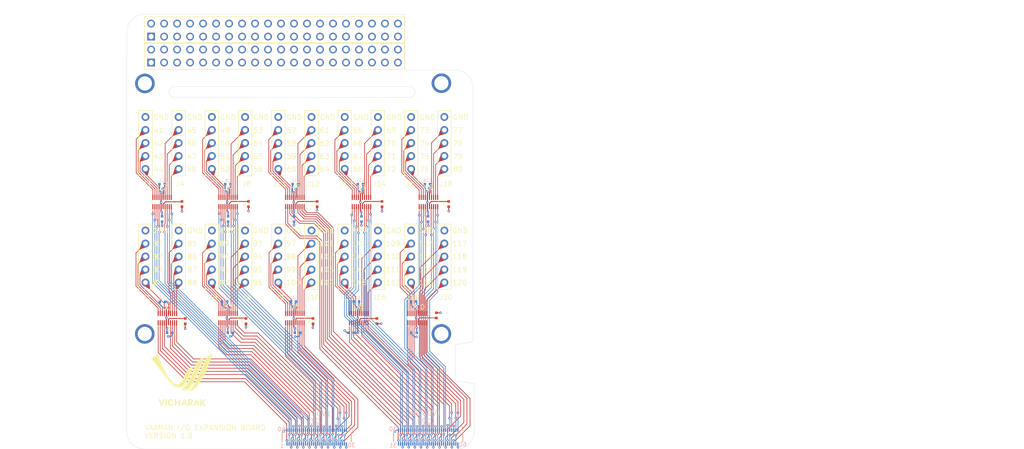
<source format=kicad_pcb>
(kicad_pcb (version 20240108) (generator "pcbnew") (generator_version "8.0")
  (layers (0 "F.Cu" signal) (1 "In1.Cu" signal) (2 "In2.Cu" signal) (31 "B.Cu" signal) (34 "B.Paste" user) (35 "F.Paste" user) (36 "B.SilkS" user "B.Silkscreen") (37 "F.SilkS" user "F.Silkscreen") (38 "B.Mask" user) (39 "F.Mask" user) (44 "Edge.Cuts" user))
  (net 0 "")
  (net 1 "GND")
  (net 2 "/GPIOT_RXP03")
  (net 3 "/GPIOT_RXN03")
  (net 4 "/GPIOT__RXP08")
  (net 5 "/GPIOT__RXN08")
  (net 6 "/GPIOT__RXN03")
  (net 7 "/GPIOT__RXP03")
  (net 8 "/GPIOT__RXN19")
  (net 9 "/GPIOT__RXP19")
  (net 10 "3.3V")
  (net 11 "/NetR1_2")
  (net 12 "/NetR2_2")
  (net 13 "/NetR3_2")
  (net 14 "/NetR4_2")
  (net 15 "/NetR5_2")
  (net 16 "/NetR6_2")
  (net 17 "/NetR7_2")
  (net 18 "/Net8_2")
  (net 19 "/NetR9_2")
  (net 48 "/NetR10_2")
  (net 80 "/GPIOT_RXN06")
  (net 81 "/GPIOT_RXN01")
  (net 82 "/GPIOT_RXP13")
  (net 83 "/GPIOT_RXN21")
  (net 84 "/GPIOT_RXP09")
  (net 85 "/GPIOT_RXP06")
  (net 86 "/GPIOT_RXN07")
  (net 87 "/GPIOT_RXP07")
  (net 88 "/GPIOT_RXN05")
  (net 89 "/GPIOT_RXN04")
  (net 90 "/GPIOT_RXN20")
  (net 91 "/GPIOT_RXP11")
  (net 92 "/GPIOT_RXN15")
  (net 93 "/GPIOT_RXP02")
  (net 94 "/GPIOT_RXP18")
  (net 95 "/GPIOT_RXN16")
  (net 96 "/GPIOT_RXP14")
  (net 97 "/GPIOT_RXN17")
  (net 98 "/GPIOT_RXP05")
  (net 99 "/GPIOT_RXP01")
  (net 100 "/GPIOT_RXP16")
  (net 101 "/GPIOT_RXP15")
  (net 102 "/GPIOT_RXN13")
  (net 103 "/GPIOT_RXN19")
  (net 104 "/GPIOT_RXN11")
  (net 105 "/GPIOT_RXP12")
  (net 106 "/GPIOT_RXN08")
  (net 107 "/GPIOT_RXP21")
  (net 108 "/GPIOT_RXN12")
  (net 109 "/GPIOT_RXN02")
  (net 110 "/GPIOT_RXN18")
  (net 111 "/GPIOT_RXP20")
  (net 112 "/GPIOT_RXN09")
  (net 113 "/GPIOT_RXP19")
  (net 114 "/GPIOT_RXN14")
  (net 115 "/GPIOT_RXP17")
  (net 116 "/GPIOT_RXP04")
  (net 117 "/GPIOT_RXP08")
  (net 118 "/GPIOT__RXP21")
  (net 119 "/GPIOT__RXN18")
  (net 120 "/GPIOT__RXN21")
  (net 121 "/GPIOT__RXP18")
  (net 122 "/GPIOT__RXP01")
  (net 123 "/GPIOT__RXP06")
  (net 124 "/GPIOT__RXN06")
  (net 125 "/GPIOT__RXN01")
  (net 126 "/GPIOT__RXP05")
  (net 127 "/GPIOT__RXN20")
  (net 128 "/GPIOT__RXN05")
  (net 129 "/GPIOT__RXN02")
  (net 130 "/GPIOT__RXP02")
  (net 131 "/GPIOT__RXP07")
  (net 132 "/GPIOT__RXP04")
  (net 133 "/GPIOT__RXN07")
  (net 134 "/GPIOT__RXN04")
  (net 135 "/GPIOT__RXP16")
  (net 136 "/GPIOT__RXP15")
  (net 137 "/GPIOT__RXN16")
  (net 138 "/GPIOT__RXN15")
  (net 139 "/GPIOT__RXN09")
  (net 140 "/GPIOT__RXP17")
  (net 141 "/GPIOT__RXP09")
  (net 142 "/GPIOT__RXN17")
  (net 143 "/GPIOT__RXN14")
  (net 144 "/GPIOT__RXN12")
  (net 145 "/GPIOT__RXP14")
  (net 146 "/GPIOT__RXP12")
  (net 147 "/GPIOT__RXN13")
  (net 148 "/GPIOT__RXN11")
  (net 149 "/GPIOT__RXP13")
  (net 150 "/GPIOT__RXP11")
  (net 151 "/GPIOT__RXP20")
  (net 152 "/GPIOB__TXN13")
  (net 153 "/GPIOB__TXP02")
  (net 154 "/GPIOB__TXP13")
  (net 155 "/GPIOB__TXN02")
  (net 156 "/GPIOB__TXN01")
  (net 157 "/GPIOB__TXP01")
  (net 158 "/GPIOB__TXN00")
  (net 159 "/GPIOB__TXP00")
  (net 160 "/GPIOB__TXP05")
  (net 161 "/GPIOB__TXN03")
  (net 162 "/GPIOB__TXN05")
  (net 163 "/GPIOB__TXP03")
  (net 164 "/GPIOB__TXN04")
  (net 165 "/GPIOB__TXN06")
  (net 166 "/GPIOB__TXP04")
  (net 167 "/GPIOB__TXP06")
  (net 168 "/GPIOB__TXP07")
  (net 169 "/GPIOB__TXN07")
  (net 170 "/GPIOB__TXP08")
  (net 171 "/GPIOB__TXN08")
  (net 172 "/GPIOB__TXP11")
  (net 173 "/GPIOB__TXN15")
  (net 174 "/GPIOB__TXN11")
  (net 175 "/GPIOB__TXP15")
  (net 176 "/GPIOB__TXP10")
  (net 177 "/GPIOB__TXN10")
  (net 178 "/GPIOB__TXN09")
  (net 179 "/GPIOB__TXP09")
  (net 180 "/GPIOB__TXP12")
  (net 181 "/GPIOB__TXP18")
  (net 182 "/GPIOB__TXN18")
  (net 183 "/GPIOB__TXN12")
  (net 184 "/GPIOB__TXN16")
  (net 185 "/GPIOB__TXP17")
  (net 186 "/GPIOB__TXN17")
  (net 187 "/GPIOB__TXP16")
  (net 188 "/GPIOB__TXN14")
  (net 189 "/GPIOB__TXP19")
  (net 190 "/GPIOB__TXP14")
  (net 191 "/GPIOB__TXN19")
  (net 192 "/GPIOB_TXN12")
  (net 193 "/GPIOB_TXP06")
  (net 194 "/GPIOB_TXP13")
  (net 195 "/GPIOB_TXP02")
  (net 196 "/GPIOB_TXN05")
  (net 197 "/GPIOB_TXN07")
  (net 198 "/GPIOB_TXP12")
  (net 199 "/GPIOB_TXN11")
  (net 200 "/GPIOB_TXN01")
  (net 201 "/GPIOB_TXN09")
  (net 202 "/GPIOB_TXN10")
  (net 203 "/GPIOB_TXN04")
  (net 204 "/GPIOB_TXP05")
  (net 205 "/GPIOB_TXN06")
  (net 206 "/GPIOB_TXP15")
  (net 207 "/GPIOB_TXN14")
  (net 208 "/GPIOB_TXP17")
  (net 209 "/GPIOB_TXN18")
  (net 210 "/GPIOB_TXP01")
  (net 211 "/GPIOB_TXP16")
  (net 212 "/GPIOB_TXP07")
  (net 213 "/GPIOB_TXP08")
  (net 214 "/GPIOB_TXN13")
  (net 215 "/GPIOB_TXP00")
  (net 216 "/GPIOB_TXP18")
  (net 217 "/GPIOB_TXP03")
  (net 218 "/GPIOB_TXP14")
  (net 219 "/GPIOB_TXP10")
  (net 220 "/GPIOB_TXN15")
  (net 221 "/GPIOB_TXN16")
  (net 222 "/GPIOB_TXN02")
  (net 223 "/GPIOB_TXN19")
  (net 224 "/GPIOB_TXP09")
  (net 225 "/GPIOB_TXP11")
  (net 226 "/GPIOB_TXN00")
  (net 227 "/GPIOB_TXP04")
  (net 228 "/GPIOB_TXN03")
  (net 229 "/GPIOB_TXN17")
  (net 230 "/GPIOB_TXP19")
  (net 231 "/GPIOB_TXN08")
  (footprint "Library:01x05 Header 2.54mm" (layer "F.Cu") (at 87.565933 116.3942)
    (property "Reference" "J2")
    (property "Value" "Conn_01x05")
  )
  (footprint "Library:LOGO" (layer "F.Cu") (at 87.901747 131.946347)
    (property "Reference" "G***" (hide yes))
    (property "Value" "LOGO" (hide yes))
  )
  (footprint "Library:01x05 Header 2.54mm" (layer "F.Cu") (at 126.529531 94.1946)
    (property "Reference" "J14")
    (property "Value" "Conn_01x05")
  )
  (footprint "Library:01x05 Header 2.54mm" (layer "F.Cu") (at 81.072 116.3942)
    (property "Reference" "J1")
    (property "Value" "Conn_01x05")
  )
  (footprint "Library:RES0402_10K" (layer "F.Cu") (at 114.342 97.6384 90)
    (property "Reference" "R6")
    (property "Value" "10K")
  )
  (footprint "Library:01x05 Header 2.54mm" (layer "F.Cu") (at 107.047732 116.3942)
    (property "Reference" "J9")
    (property "Value" "Conn_01x05")
  )
  (footprint "Library:01x05 Header 2.54mm" (layer "F.Cu") (at 133.023464 94.1946)
    (property "Reference" "J17")
    (property "Value" "Conn_01x05")
  )
  (footprint "Library:TXB0108DQSR" (layer "F.Cu") (at 133.8994 119.9498)
    (property "Reference" "U10")
    (property "Value" "TXB0108DQSR" (hide yes))
  )
  (footprint "Library:01x05 Header 2.54mm" (layer "F.Cu") (at 120.035598 94.1946)
    (property "Reference" "J13")
    (property "Value" "Conn_01x05")
  )
  (footprint "Library:RES0402_10K" (layer "F.Cu") (at 100.4316 120.523 90)
    (property "Reference" "R3")
    (property "Value" "10K")
  )
  (footprint "Library:TXB0108DQSR" (layer "F.Cu") (at 109.9852 97.2456)
    (property "Reference" "U6")
    (property "Value" "TXB0108DQSR" (hide yes))
  )
  (footprint "Library:2x20 header" (layer "F.Cu") (at 81.8854 69.9697 90)
    (property "Reference" "J23" (hide yes))
    (property "Value" "2.54-2*20PPC104" (hide yes))
  )
  (footprint "Library:HOLEE" (layer "F.Cu") (at 138.64 77.5099)
    (property "Reference" "")
    (property "Value" "HOLE")
  )
  (footprint "Library:01x05 Header 2.54mm" (layer "F.Cu") (at 113.541665 116.3942)
    (property "Reference" "J10")
    (property "Value" "Conn_01x05")
  )
  (footprint "Library:01x05 Header 2.54mm" (layer "F.Cu") (at 94.059866 94.1946)
    (property "Reference" "J7")
    (property "Value" "Conn_01x05")
  )
  (footprint "Library:01x05 Header 2.54mm" (layer "F.Cu") (at 113.541665 94.1946)
    (property "Reference" "J12")
    (property "Value" "Conn_01x05")
  )
  (footprint "Library:01x05 Header 2.54mm" (layer "F.Cu") (at 120.035598 116.3942)
    (property "Reference" "J15")
    (property "Value" "Conn_01x05")
  )
  (footprint "Library:01x05 Header 2.54mm" (layer "F.Cu") (at 100.553799 94.1946)
    (property "Reference" "J8")
    (property "Value" "Conn_01x05")
  )
  (footprint "Library:01x05 Header 2.54mm" (layer "F.Cu") (at 126.529531 116.3942)
    (property "Reference" "J16")
    (property "Value" "Conn_01x05")
  )
  (footprint "Library:RES0402_10K" (layer "F.Cu") (at 137.668 119.4054 -90)
    (property "Reference" "R10")
    (property "Value" "10K")
  )
  (footprint "Library:TXB0108DQSR" (layer "F.Cu") (at 123.0122 97.2456)
    (property "Reference" "U7")
    (property "Value" "TXB0108DQSR" (hide yes))
  )
  (footprint "Library:01x05 Header 2.54mm" (layer "F.Cu") (at 94.059866 116.3942)
    (property "Reference" "J5")
    (property "Value" "Conn_01x05")
  )
  (footprint "Library:RES0402_10K" (layer "F.Cu") (at 126.0348 120.523 90)
    (property "Reference" "R8")
    (property "Value" "10K")
  )
  (footprint "Library:TXB0108DQSR" (layer "F.Cu") (at 85.0678 119.9498)
    (property "Reference" "U1")
    (property "Value" "TXB0108DQSR" (hide yes))
  )
  (footprint "Library:RES0402_10K" (layer "F.Cu") (at 113.538 120.523 90)
    (property "Reference" "R5")
    (property "Value" "10K")
  )
  (footprint "Library:TXB0108DQSR" (layer "F.Cu") (at 84.0232 97.2456)
    (property "Reference" "U2")
    (property "Value" "TXB0108DQSR" (hide yes))
  )
  (footprint "Library:RES0402_10K" (layer "F.Cu") (at 88.5698 120.523 90)
    (property "Reference" "R1")
    (property "Value" "10K")
  )
  (footprint "Library:TXB0108DQSR" (layer "F.Cu") (at 136.109 97.2456)
    (property "Reference" "U9")
    (property "Value" "TXB0108DQSR" (hide yes))
  )
  (footprint "Library:01x05 Header 2.54mm" (layer "F.Cu") (at 133.023464 116.3942)
    (property "Reference" "J19")
    (property "Value" "Conn_01x05")
  )
  (footprint "Library:01x05 Header 2.54mm" (layer "F.Cu") (at 81.072 94.1946)
    (property "Reference" "J3")
    (property "Value" "Conn_01x05")
  )
  (footprint "Library:RES0402_10K" (layer "F.Cu") (at 127.0282 97.6384 90)
    (property "Reference" "R7")
    (property "Value" "10K")
  )
  (footprint "Library:RES0402_10K" (layer "F.Cu") (at 100.923 97.6384 90)
    (property "Reference" "R4")
    (property "Value" "10K")
  )
  (footprint "Library:TXB0108DQSR" (layer "F.Cu") (at 122.4756 119.9498)
    (property "Reference" "U8")
    (property "Value" "TXB0108DQSR" (hide yes))
  )
  (footprint "Library:01x05 Header 2.54mm" (layer "F.Cu") (at 107.047732 94.1946)
    (property "Reference" "J11")
    (property "Value" "Conn_01x05")
  )
  (footprint "Library:TXB0108DQSR" (layer "F.Cu") (at 109.9852 119.9498)
    (property "Reference" "U5")
    (property "Value" "TXB0108DQSR" (hide yes))
  )
  (footprint "Library:HOLEE" (layer "F.Cu") (at 80.6654 77.5607)
    (property "Reference" "")
    (property "Value" "HOLE")
  )
  (footprint "Library:HOLEE" (layer "F.Cu") (at 138.64 126.5319)
    (property "Reference" "")
    (property "Value" "HOLE")
  )
  (footprint "Library:01x05 Header 2.54mm" (layer "F.Cu") (at 87.565933 94.1946)
    (property "Reference" "J4")
    (property "Value" "Conn_01x05")
  )
  (footprint "Library:RES0402_10K" (layer "F.Cu") (at 140.0624 97.6384 90)
    (property "Reference" "R9")
    (property "Value" "10K")
  )
  (footprint "Library:2x20 header" (layer "F.Cu") (at 81.8854 64.8897 90)
    (property "Reference" "J24" (hide yes))
    (property "Value" "2.54-2*20PPC104")
  )
  (footprint "Library:TXB0108DQSR" (layer "F.Cu") (at 96.9232 97.2456)
    (property "Reference" "U4")
    (property "Value" "TXB0108DQSR" (hide yes))
  )
  (footprint "Library:RES0402_10K" (layer "F.Cu") (at 87.9148 97.6384 90)
    (property "Reference" "R2")
    (property "Value" "10K")
  )
  (footprint "Library:TXB0108DQSR" (layer "F.Cu") (at 96.9232 119.9498)
    (property "Reference" "U3")
    (property "Value" "TXB0108DQSR" (hide yes))
  )
  (footprint "Library:01x05 Header 2.54mm" (layer "F.Cu") (at 139.5174 116.3942)
    (property "Reference" "J20")
    (property "Value" "Conn_01x05")
  )
  (footprint "Library:HOLEE" (layer "F.Cu") (at 80.64 126.5319)
    (property "Reference" "")
    (property "Value" "HOLE")
  )
  (footprint "Library:01x05 Header 2.54mm" (layer "F.Cu") (at 139.5174 94.1946)
    (property "Reference" "J18")
    (property "Value" "Conn_01x05")
  )
  (footprint "Library:01x05 Header 2.54mm" (layer "F.Cu") (at 100.553799 116.3942)
    (property "Reference" "J6")
    (property "Value" "Conn_01x05")
  )
  (footprint "Library:CAP0402" (layer "B.Cu") (at 110.49 122.809)
    (property "Reference" "C9")
    (property "Value" "0.1uF")
  )
  (footprint "Library:CAP0402" (layer "B.Cu") (at 96.266 116.69)
    (property "Reference" "C6")
    (property "Value" "0.1uF")
  )
  (footprint "Library:CAP0402" (layer "B.Cu") (at 122.809 93.7514)
    (property "Reference" "C14")
    (property "Value" "0.1uF")
  )
  (footprint "Library:CAP0402" (layer "B.Cu") (at 122.0216 116.69)
    (property "Reference" "C19")
    (property "Value" "0.1uF")
  )
  (footprint "Library:CAP0402" (layer "B.Cu") (at 135.9154 93.7514)
    (property "Reference" "C18")
    (property "Value" "0.1uF")
  )
  (footprint "Library:CAP0402" (layer "B.Cu") (at 84.0232 100.5586 -90)
    (property "Reference" "C4")
    (property "Value" "0.1uF")
  )
  (footprint "Library:CAP0402" (layer "B.Cu") (at 109.6732 116.69)
    (property "Reference" "C10")
    (property "Value" "0.1uF")
  )
  (footprint "Library:CAP0402" (layer "B.Cu") (at 84.0232 93.7514)
    (property "Reference" "C3")
    (property "Value" "0.1uF")
  )
  (footprint "Library:CAP0402" (layer "B.Cu") (at 97.3836 122.809)
    (property "Reference" "C5")
    (property "Value" "0.1uF")
  )
  (footprint "Library:CAP0402" (layer "B.Cu") (at 133.1926 116.69)
    (property "Reference" "C20")
    (property "Value" "0.1uF")
  )
  (footprint "Library:CAP0402" (layer "B.Cu") (at 120.9802 122.809 180)
    (property "Reference" "C15")
    (property "Value" "0.1uF")
  )
  (footprint "Library:CAP0402" (layer "B.Cu") (at 133.2992 122.809 180)
    (property "Reference" "C16")
    (property "Value" "0.1uF")
  )
  (footprint "Library:CAP0402" (layer "B.Cu") (at 96.8756 93.7514)
    (property "Reference" "C8")
    (property "Value" "0.1uF")
  )
  (footprint "Library:CAP0402" (layer "B.Cu") (at 85.5168 122.809)
    (property "Reference" "C1")
    (property "Value" "0.1uF")
  )
  (footprint "Library:LVDS2" (layer "B.Cu") (at 114.26 143.21 180)
    (property "Reference" "J21")
    (property "Value" "~" (hide yes))
  )
  (footprint "Library:CAP0402" (layer "B.Cu") (at 109.8246 100.5586 -90)
    (property "Reference" "C11")
    (property "Value" "0.1uF")
  )
  (footprint "Library:CAP0402" (layer "B.Cu") (at 84.0944 116.7408)
    (property "Reference" "C2")
    (property "Value" "0.1uF")
  )
  (footprint "Library:LVDS2" (layer "B.Cu") (at 136.06 143.21 180)
    (property "Reference" "J22")
    (property "Value" "~" (hide yes))
  )
  (footprint "Library:CAP0402" (layer "B.Cu") (at 96.9264 100.5586 -90)
    (property "Reference" "C7")
    (property "Value" "0.1uF")
  )
  (footprint "Library:CAP0402" (layer "B.Cu") (at 110.109 93.7514)
    (property "Reference" "C12")
    (property "Value" "0.1uF")
  )
  (footprint "Library:CAP0402" (layer "B.Cu") (at 123.0122 100.5586 -90)
    (property "Reference" "C13")
    (property "Value" "0.1uF")
  )
  (footprint "Library:CAP0402" (layer "B.Cu") (at 136.0424 100.5586 -90)
    (property "Reference" "C17")
    (property "Value" "0.1uF")
  )
  (gr_arc (start 86.4312 76.8039) (mid 85.35945 75.73215) (end 86.4312 74.6604) (stroke (width 0.05)) (layer "Edge.Cuts"))
  (gr_line (start 141.3714 125.1228) (end 141.3714 132.184) (stroke (width 0.05)) (layer "Edge.Cuts"))
  (gr_arc (start 80.59505 145.54099) (mid 78.120176 144.515864) (end 77.09505 142.04099) (stroke (width 0.05)) (layer "Edge.Cuts"))
  (gr_line (start 145.0798 132.7428) (end 145.084655 142.055128) (stroke (width 0.05)) (layer "Edge.Cuts"))
  (gr_arc (start 131.897539 71.452572) (mid 131.592385 71.359746) (end 131.420964 71.090778) (stroke (width 0.05)) (layer "Edge.Cuts"))
  (gr_line (start 80.58889 60.53685) (end 131.4146 60.5306) (stroke (width 0.05)) (layer "Edge.Cuts"))
  (gr_arc (start 132.4312 74.6604) (mid 133.50795 75.73715) (end 132.4312 76.8139) (stroke (width 0.05)) (layer "Edge.Cuts"))
  (gr_arc (start 145.084655 142.055128) (mid 144.0688 144.526) (end 141.603325 145.554886) (stroke (width 0.05)) (layer "Edge.Cuts"))
  (gr_line (start 141.603325 145.554886) (end 80.59505 145.54099) (stroke (width 0.05)) (layer "Edge.Cuts"))
  (gr_line (start 141.3714 125.1228) (end 144.8258 124.564) (stroke (width 0.05)) (layer "Edge.Cuts"))
  (gr_line (start 144.8258 124.564) (end 144.8258 74.9554) (stroke (width 0.05)) (layer "Edge.Cuts"))
  (gr_line (start 141.3714 132.184) (end 145.0798 132.7428) (stroke (width 0.05)) (layer "Edge.Cuts"))
  (gr_arc (start 141.5492 71.4502) (mid 143.913451 72.524194) (end 144.8258 74.9554) (stroke (width 0.05)) (layer "Edge.Cuts"))
  (gr_line (start 132.4312 74.6604) (end 86.4312 74.6604) (stroke (width 0.05)) (layer "Edge.Cuts"))
  (gr_line (start 131.420964 71.090778) (end 131.4146 60.5306) (stroke (width 0.05)) (layer "Edge.Cuts"))
  (gr_line (start 141.5492 71.4502) (end 131.897539 71.452572) (stroke (width 0.05)) (layer "Edge.Cuts"))
  (gr_line (start 86.4312 76.8039) (end 132.4312 76.8139) (stroke (width 0.05)) (layer "Edge.Cuts"))
  (gr_arc (start 77.08889 64.03685) (mid 78.114016 61.561976) (end 80.58889 60.53685) (stroke (width 0.05)) (layer "Edge.Cuts"))
  (gr_line (start 77.09505 142.04099) (end 77.08889 64.03685) (stroke (width 0.05)) (layer "Edge.Cuts"))
  (gr_text "LVDS RX" (at 138.5774 139.0847 0) (layer "B.SilkS") (effects (font (size 1 1) (thickness 0.1)) (justify left bottom mirror)))
  (gr_text "30" (at 129.9922 142.09 0) (layer "B.SilkS") (effects (font (size 0.8 0.8) (thickness 0.1)) (justify left bottom mirror)))
  (gr_text "31" (at 130.043 145.2904 0) (layer "B.SilkS") (effects (font (size 0.8 0.8) (thickness 0.1)) (justify left bottom mirror)))
  (gr_text "LVDS TX" (at 116.9874 139.2117 0) (layer "B.SilkS") (effects (font (size 1 1) (thickness 0.1)) (justify left bottom mirror)))
  (gr_text "1" (at 143.0986 141.963 0) (layer "B.SilkS") (effects (font (size 0.8 0.8) (thickness 0.1)) (justify left bottom mirror)))
  (gr_text "1" (at 107.8688 145.3666 0) (layer "B.SilkS") (effects (font (size 0.8 0.8) (thickness 0.1)) (justify left bottom mirror)))
  (gr_text "60" (at 108.199 142.1408 0) (layer "B.SilkS") (effects (font (size 0.8 0.8) (thickness 0.1)) (justify left bottom mirror)))
  (gr_text "30" (at 121.8896 145.2396 0) (layer "B.SilkS") (effects (font (size 0.8 0.8) (thickness 0.1)) (justify left bottom mirror)))
  (gr_text "31" (at 121.8642 142.1154 0) (layer "B.SilkS") (effects (font (size 0.8 0.8) (thickness 0.1)) (justify left bottom mirror)))
  (gr_text "60" (at 143.632 145.0872 0) (layer "B.SilkS") (effects (font (size 0.8 0.8) (thickness 0.1)) (justify left bottom mirror)))
  (gr_text "GND" (at 95.3008 81.28 0) (layer "F.SilkS") (effects (font (size 1 1) (thickness 0.1)) (justify left bottom)))
  (gr_text "71" (at 127.8128 88.9 0) (layer "F.SilkS") (effects (font (size 1 1) (thickness 0.1)) (justify left bottom)))
  (gr_text "78" (at 140.8176 86.36 0) (layer "F.SilkS") (effects (font (size 1 1) (thickness 0.1)) (justify left bottom)))
  (gr_text "84" (at 82.2198 113.5888 0) (layer "F.SilkS") (effects (font (size 1 1) (thickness 0.1)) (justify left bottom)))
  (gr_text "53" (at 101.8032 83.82 0) (layer "F.SilkS") (effects (font (size 1 1) (thickness 0.1)) (justify left bottom)))
  (gr_text "GND" (at 101.8032 81.28 0) (layer "F.SilkS") (effects (font (size 1 1) (thickness 0.1)) (justify left bottom)))
  (gr_text "68" (at 121.3104 91.44 0) (layer "F.SilkS") (effects (font (size 1 1) (thickness 0.1)) (justify left bottom)))
  (gr_text "95" (at 101.7016 111.0488 0) (layer "F.SilkS") (effects (font (size 1 1) (thickness 0.1)) (justify left bottom)))
  (gr_text "69" (at 127.8128 83.82 0) (layer "F.SilkS") (effects (font (size 1 1) (thickness 0.1)) (justify left bottom)))
  (gr_text "GND" (at 140.8176 81.28 0) (layer "F.SilkS") (effects (font (size 1 1) (thickness 0.1)) (justify left bottom)))
  (gr_text "106" (at 121.2088 108.5088 0) (layer "F.SilkS") (effects (font (size 1 1) (thickness 0.1)) (justify left bottom)))
  (gr_text "67" (at 121.3104 88.9 0) (layer "F.SilkS") (effects (font (size 1 1) (thickness 0.1)) (justify left bottom)))
  (gr_text "50" (at 95.3008 86.36 0) (layer "F.SilkS") (effects (font (size 1 1) (thickness 0.1)) (justify left bottom)))
  (gr_text "58" (at 108.3056 86.36 0) (layer "F.SilkS") (effects (font (size 1 1) (thickness 0.1)) (justify left bottom)))
  (gr_text "110" (at 127.7112 108.5088 0) (layer "F.SilkS") (effects (font (size 1 1) (thickness 0.1)) (justify left bottom)))
  (gr_text "66" (at 121.3104 86.36 0) (layer "F.SilkS") (effects (font (size 1 1) (thickness 0.1)) (justify left bottom)))
  (gr_text "49" (at 95.3008 83.82 0) (layer "F.SilkS") (effects (font (size 1 1) (thickness 0.1)) (justify left bottom)))
  (gr_text "119" (at 140.716 111.0488 0) (layer "F.SilkS") (effects (font (size 1 1) (thickness 0.1)) (justify left bottom)))
  (gr_text "120" (at 140.716 113.5888 0) (layer "F.SilkS") (effects (font (size 1 1) (thickness 0.1)) (justify left bottom)))
  (gr_text "65" (at 121.3104 83.82 0) (layer "F.SilkS") (effects (font (size 1 1) (thickness 0.1)) (justify left bottom)))
  (gr_text "72" (at 127.8128 91.44 0) (layer "F.SilkS") (effects (font (size 1 1) (thickness 0.1)) (justify left bottom)))
  (gr_text "70" (at 127.8128 86.36 0) (layer "F.SilkS") (effects (font (size 1 1) (thickness 0.1)) (justify left bottom)))
  (gr_text "103" (at 114.7064 111.0488 0) (layer "F.SilkS") (effects (font (size 1 1) (thickness 0.1)) (justify left bottom)))
  (gr_text "74" (at 134.3152 86.36 0) (layer "F.SilkS") (effects (font (size 1 1) (thickness 0.1)) (justify left bottom)))
  (gr_text "111" (at 127.7112 111.0488 0) (layer "F.SilkS") (effects (font (size 1 1) (thickness 0.1)) (justify left bottom)))
  (gr_text "75" (at 134.3152 88.9 0) (layer "F.SilkS") (effects (font (size 1 1) (thickness 0.1)) (justify left bottom)))
  (gr_text "62" (at 114.808 86.36 0) (layer "F.SilkS") (effects (font (size 1 1) (thickness 0.1)) (justify left bottom)))
  (gr_text "GND" (at 101.7016 103.4288 0) (layer "F.SilkS") (effects (font (size 1 1) (thickness 0.1)) (justify left bottom)))
  (gr_text "94" (at 101.7016 108.5088 0) (layer "F.SilkS") (effects (font (size 1 1) (thickness 0.1)) (justify left bottom)))
  (gr_text "60" (at 108.3056 91.44 0) (layer "F.SilkS") (effects (font (size 1 1) (thickness 0.1)) (justify left bottom)))
  (gr_text "64" (at 114.808 91.44 0) (layer "F.SilkS") (effects (font (size 1 1) (thickness 0.1)) (justify left bottom)))
  (gr_text "GND" (at 114.7064 103.4288 0) (layer "F.SilkS") (effects (font (size 1 1) (thickness 0.1)) (justify left bottom)))
  (gr_text "89" (at 95.1992 105.9688 0) (layer "F.SilkS") (effects (font (size 1 1) (thickness 0.1)) (justify left bottom)))
  (gr_text "117" (at 140.716 105.9688 0) (layer "F.SilkS") (effects (font (size 1 1) (thickness 0.1)) (justify left bottom)))
  (gr_text "86\n" (at 88.9 108.5088 0) (layer "F.SilkS") (effects (font (size 1 1) (thickness 0.1)) (justify left bottom)))
  (gr_text "48\n" (at 88.7984 91.44 0) (layer "F.SilkS") (effects (font (size 1 1) (thickness 0.1)) (justify left bottom)))
  (gr_text "115" (at 134.2136 111.0488 0) (layer "F.SilkS") (effects (font (size 1 1) (thickness 0.1)) (justify left bottom)))
  (gr_text "55" (at 101.8032 88.9 0) (layer "F.SilkS") (effects (font (size 1 1) (thickness 0.1)) (justify left bottom)))
  (gr_text "83" (at 82.2198 111.0488 0) (layer "F.SilkS") (effects (font (size 1 1) (thickness 0.1)) (justify left bottom)))
  (gr_text "107" (at 121.2088 111.0488 0) (layer "F.SilkS") (effects (font (size 1 1) (thickness 0.1)) (justify left bottom)))
  (gr_text "73" (at 134.3152 83.82 0) (layer "F.SilkS") (effects (font (size 1 1) (thickness 0.1)) (justify left bottom)))
  (gr_text "59" (at 108.3056 88.9 0) (layer "F.SilkS") (effects (font (size 1 1) (thickness 0.1)) (justify left bottom)))
  (gr_text "GND" (at 127.7112 103.4288 0) (layer "F.SilkS") (effects (font (size 1 1) (thickness 0.1)) (justify left bottom)))
  (gr_text "100" (at 108.204 113.5888 0) (layer "F.SilkS") (effects (font (size 1 1) (thickness 0.1)) (justify left bottom)))
  (gr_text "90" (at 95.1992 108.5088 0) (layer "F.SilkS") (effects (font (size 1 1) (thickness 0.1)) (justify left bottom)))
  (gr_text "79" (at 140.8176 88.9 0) (layer "F.SilkS") (effects (font (size 1 1) (thickness 0.1)) (justify left bottom)))
  (gr_text "77" (at 140.8176 83.82 0) (layer "F.SilkS") (effects (font (size 1 1) (thickness 0.1)) (justify left bottom)))
  (gr_text "GND" (at 108.204 103.4288 0) (layer "F.SilkS") (effects (font (size 1 1) (thickness 0.1)) (justify left bottom)))
  (gr_text "GND" (at 82.2198 103.4288 0) (layer "F.SilkS") (effects (font (size 1 1) (thickness 0.1)) (justify left bottom)))
  (gr_text "44" (at 82.296 91.44 0) (layer "F.SilkS") (effects (font (size 1 1) (thickness 0.1)) (justify left bottom)))
  (gr_text "GND" (at 88.9 103.4288 0) (layer "F.SilkS") (effects (font (size 1 1) (thickness 0.1)) (justify left bottom)))
  (gr_text "118" (at 140.716 108.5088 0) (layer "F.SilkS") (effects (font (size 1 1) (thickness 0.1)) (justify left bottom)))
  (gr_text "GND" (at 114.808 81.28 0) (layer "F.SilkS") (effects (font (size 1 1) (thickness 0.1)) (justify left bottom)))
  (gr_text "93" (at 101.7016 105.9688 0) (layer "F.SilkS") (effects (font (size 1 1) (thickness 0.1)) (justify left bottom)))
  (gr_text "GND" (at 134.2136 103.4288 0) (layer "F.SilkS") (effects (font (size 1 1) (thickness 0.1)) (justify left bottom)))
  (gr_text "101" (at 114.7064 105.9688 0) (layer "F.SilkS") (effects (font (size 1 1) (thickness 0.1)) (justify left bottom)))
  (gr_text "91" (at 95.1992 111.0488 0) (layer "F.SilkS") (effects (font (size 1 1) (thickness 0.1)) (justify left bottom)))
  (gr_text "GND" (at 134.3152 81.28 0) (layer "F.SilkS") (effects (font (size 1 1) (thickness 0.1)) (justify left bottom)))
  (gr_text "108" (at 121.2088 113.5888 0) (layer "F.SilkS") (effects (font (size 1 1) (thickness 0.1)) (justify left bottom)))
  (gr_text "GND" (at 121.3104 81.28 0) (layer "F.SilkS") (effects (font (size 1 1) (thickness 0.1)) (justify left bottom)))
  (gr_text "109" (at 127.7112 105.9688 0) (layer "F.SilkS") (effects (font (size 1 1) (thickness 0.1)) (justify left bottom)))
  (gr_text "116" (at 134.2136 113.5888 0) (layer "F.SilkS") (effects (font (size 1 1) (thickness 0.1)) (justify left bottom)))
  (gr_text "VERSION 1.0\n" (at 80.5384 143.5297 0) (layer "F.SilkS") (effects (font (size 1 1) (thickness 0.1)) (justify left bottom)))
  (gr_text "112" (at 127.7112 113.5888 0) (layer "F.SilkS") (effects (font (size 1 1) (thickness 0.1)) (justify left bottom)))
  (gr_text "99" (at 108.204 111.0488 0) (layer "F.SilkS") (effects (font (size 1 1) (thickness 0.1)) (justify left bottom)))
  (gr_text "82" (at 82.2198 108.5088 0) (layer "F.SilkS") (effects (font (size 1 1) (thickness 0.1)) (justify left bottom)))
  (gr_text "54" (at 101.8032 86.36 0) (layer "F.SilkS") (effects (font (size 1 1) (thickness 0.1)) (justify left bottom)))
  (gr_text "46" (at 88.7984 86.36 0) (layer "F.SilkS") (effects (font (size 1 1) (thickness 0.1)) (justify left bottom)))
  (gr_text "GND" (at 140.716 103.4288 0) (layer "F.SilkS") (effects (font (size 1 1) (thickness 0.1)) (justify left bottom)))
  (gr_text "52" (at 95.3008 91.44 0) (layer "F.SilkS") (effects (font (size 1 1) (thickness 0.1)) (justify left bottom)))
  (gr_text "56" (at 101.8032 91.44 0) (layer "F.SilkS") (effects (font (size 1 1) (thickness 0.1)) (justify left bottom)))
  (gr_text "41\n" (at 82.296 83.82 0) (layer "F.SilkS") (effects (font (size 1 1) (thickness 0.1)) (justify left bottom)))
  (gr_text "98" (at 108.204 108.5088 0) (layer "F.SilkS") (effects (font (size 1 1) (thickness 0.1)) (justify left bottom)))
  (gr_text "45" (at 88.7984 83.82 0) (layer "F.SilkS") (effects (font (size 1 1) (thickness 0.1)) (justify left bottom)))
  (gr_text "GND" (at 95.1992 103.4288 0) (layer "F.SilkS") (effects (font (size 1 1) (thickness 0.1)) (justify left bottom)))
  (gr_text "81" (at 82.2198 105.9688 0) (layer "F.SilkS") (effects (font (size 1 1) (thickness 0.1)) (justify left bottom)))
  (gr_text "51\n" (at 95.3008 88.9 0) (layer "F.SilkS") (effects (font (size 1 1) (thickness 0.1)) (justify left bottom)))
  (gr_text "76" (at 134.3152 91.44 0) (layer "F.SilkS") (effects (font (size 1 1) (thickness 0.1)) (justify left bottom)))
  (gr_text "88" (at 88.9 113.5888 0) (layer "F.SilkS") (effects (font (size 1 1) (thickness 0.1)) (justify left bottom)))
  (gr_text "80" (at 140.8176 91.44 0) (layer "F.SilkS") (effects (font (size 1 1) (thickness 0.1)) (justify left bottom)))
  (gr_text "96" (at 101.7016 113.5888 0) (layer "F.SilkS") (effects (font (size 1 1) (thickness 0.1)) (justify left bottom)))
  (gr_text "63" (at 114.808 88.9 0) (layer "F.SilkS") (effects (font (size 1 1) (thickness 0.1)) (justify left bottom)))
  (gr_text "61" (at 114.808 83.82 0) (layer "F.SilkS") (effects (font (size 1 1) (thickness 0.1)) (justify left bottom)))
  (gr_text "105" (at 121.2088 105.9688 0) (layer "F.SilkS") (effects (font (size 1 1) (thickness 0.1)) (justify left bottom)))
  (gr_text "87" (at 88.9 111.0488 0) (layer "F.SilkS") (effects (font (size 1 1) (thickness 0.1)) (justify left bottom)))
  (gr_text "57" (at 108.3056 83.82 0) (layer "F.SilkS") (effects (font (size 1 1) (thickness 0.1)) (justify left bottom)))
  (gr_text "104" (at 114.7064 113.5888 0) (layer "F.SilkS") (effects (font (size 1 1) (thickness 0.1)) (justify left bottom)))
  (gr_text "VAAMAN I/O EXPANSION BOARD" (at 80.5384 141.9648 0) (layer "F.SilkS") (effects (font (size 1 1) (thickness 0.1)) (justify left bottom)))
  (gr_text "GND" (at 127.8128 81.28 0) (layer "F.SilkS") (effects (font (size 1 1) (thickness 0.1)) (justify left bottom)))
  (gr_text "102" (at 114.7064 108.5088 0) (layer "F.SilkS") (effects (font (size 1 1) (thickness 0.1)) (justify left bottom)))
  (gr_text "42" (at 82.296 86.36 0) (layer "F.SilkS") (effects (font (size 1 1) (thickness 0.1)) (justify left bottom)))
  (gr_text "47" (at 88.7984 88.9 0) (layer "F.SilkS") (effects (font (size 1 1) (thickness 0.1)) (justify left bottom)))
  (gr_text "92" (at 95.1992 113.5888 0) (layer "F.SilkS") (effects (font (size 1 1) (thickness 0.1)) (justify left bottom)))
  (gr_text "GND" (at 121.2088 103.2256 0) (layer "F.SilkS") (effects (font (size 1 1) (thickness 0.1)) (justify left bottom)))
  (gr_text "43" (at 82.296 88.9 0) (layer "F.SilkS") (effects (font (size 1 1) (thickness 0.1)) (justify left bottom)))
  (gr_text "GND" (at 108.3056 81.28 0) (layer "F.SilkS") (effects (font (size 1 1) (thickness 0.1)) (justify left bottom)))
  (gr_text "113" (at 134.2136 105.9688 0) (layer "F.SilkS") (effects (font (size 1 1) (thickness 0.1)) (justify left bottom)))
  (gr_text "GND" (at 88.7984 81.28 0) (layer "F.SilkS") (effects (font (size 1 1) (thickness 0.1)) (justify left bottom)))
  (gr_text "114" (at 134.2136 108.5088 0) (layer "F.SilkS") (effects (font (size 1 1) (thickness 0.1)) (justify left bottom)))
  (gr_text "97" (at 108.204 105.9688 0) (layer "F.SilkS") (effects (font (size 1 1) (thickness 0.1)) (justify left bottom)))
  (gr_text "GND" (at 82.296 81.28 0) (layer "F.SilkS") (effects (font (size 1 1) (thickness 0.1)) (justify left bottom)))
  (gr_text "85" (at 88.9 105.9688 0) (layer "F.SilkS") (effects (font (size 1 1) (thickness 0.1)) (justify left bottom)))
  (segment (start 97.2002 94.7364) (end 97.0788 94.615) (width 0.2032) (layer "F.Cu") (net 1))
  (segment (start 122.8089 118.2133) (end 122.8089 117.6019) (width 0.2032) (layer "F.Cu") (net 1))
  (segment (start 85.2247 116.9567) (end 85.3334 117.0654) (width 0.2032) (layer "F.Cu") (net 1))
  (segment (start 122.8089 117.6019) (end 122.6058 117.3988) (width 0.2032) (layer "F.Cu") (net 1))
  (segment (start 136.309 96.3456) (end 136.309 95.520459) (width 0.2032) (layer "F.Cu") (net 1))
  (segment (start 97.2256 118.144659) (end 97.1296 118.240659) (width 0.2032) (layer "F.Cu") (net 1))
  (segment (start 97.1232 96.3136) (end 97.1232 95.584) (width 0.2032) (layer "F.Cu") (net 1))
  (segment (start 136.4178 95.411659) (end 136.4178 94.711) (width 0.2032) (layer "F.Cu") (net 1))
  (segment (start 134.1832 117.6224) (end 134.1832 118.285938) (width 0.2032) (layer "F.Cu") (net 1))
  (segment (start 84.3224 95.487859) (end 84.2232 95.587059) (width 0.2032) (layer "F.Cu") (net 1))
  (segment (start 136.309 95.520459) (end 136.4178 95.411659) (width 0.2032) (layer "F.Cu") (net 1))
  (segment (start 84.1096 94.676) (end 84.3224 94.8888) (width 0.2032) (layer "F.Cu") (net 1))
  (segment (start 134.1832 118.285938) (end 134.0994 118.369738) (width 0.2032) (layer "F.Cu") (net 1))
  (segment (start 110.2812 118.093859) (end 110.1802 118.194859) (width 0.2032) (layer "F.Cu") (net 1))
  (segment (start 136.4178 94.711) (end 136.271 94.5642) (width 0.2032) (layer "F.Cu") (net 1))
  (segment (start 110.1802 119.0482) (end 110.1852 119.0532) (width 0.2032) (layer "F.Cu") (net 1))
  (segment (start 110.0024 117.3504) (end 110.2812 117.6292) (width 0.2032) (layer "F.Cu") (net 1))
  (segment (start 97.1296 119.0434) (end 97.1232 119.0498) (width 0.2032) (layer "F.Cu") (net 1))
  (segment (start 123.312 95.588859) (end 123.312 94.9656) (width 0.2032) (layer "F.Cu") (net 1))
  (segment (start 134.041497 117.480697) (end 134.1832 117.6224) (width 0.2032) (layer "F.Cu") (net 1))
  (segment (start 85.3334 118.9842) (end 85.2678 119.0498) (width 0.2032) (layer "F.Cu") (net 1))
  (segment (start 133.8072 117.480697) (end 134.041497 117.480697) (width 0.2032) (layer "F.Cu") (net 1))
  (segment (start 84.3224 94.8888) (end 84.3224 95.487859) (width 0.2032) (layer "F.Cu") (net 1))
  (segment (start 96.769 117.325) (end 96.780059 117.325) (width 0.2032) (layer "F.Cu") (net 1))
  (segment (start 134.0994 118.369738) (end 134.0994 119.0244) (width 0.2032) (layer "F.Cu") (net 1))
  (segment (start 123.2122 96.3456) (end 123.2122 95.688659) (width 0.2032) (layer "F.Cu") (net 1))
  (segment (start 84.2232 95.587059) (end 84.2232 96.4344) (width 0.2032) (layer "F.Cu") (net 1))
  (segment (start 110.1802 118.194859) (end 110.1802 119.0482) (width 0.2032) (layer "F.Cu") (net 1))
  (segment (start 123.312 94.9656) (end 123.1519 94.8055) (width 0.2032) (layer "F.Cu") (net 1))
  (segment (start 110.2508 96.28) (end 110.2508 94.8404) (width 0.2032) (layer "F.Cu") (net 1))
  (segment (start 97.1232 95.584) (end 97.2002 95.507) (width 0.2032) (layer "F.Cu") (net 1))
  (segment (start 110.1852 96.3456) (end 110.2508 96.28) (width 0.2032) (layer "F.Cu") (net 1))
  (segment (start 97.2002 95.507) (end 97.2002 94.7364) (width 0.2032) (layer "F.Cu") (net 1))
  (segment (start 96.780059 117.325) (end 97.2256 117.770541) (width 0.2032) (layer "F.Cu") (net 1))
  (segment (start 122.6756 119.0498) (end 122.6756 118.3466) (width 0.2032) (layer "F.Cu") (net 1))
  (segment (start 122.6756 118.3466) (end 122.8089 118.2133) (width 0.2032) (layer "F.Cu") (net 1))
  (segment (start 85.3334 117.0654) (end 85.3334 118.9842) (width 0.2032) (layer "F.Cu") (net 1))
  (segment (start 110.2508 94.8404) (end 110.1294 94.719) (width 0.2032) (layer "F.Cu") (net 1))
  (segment (start 97.1296 118.240659) (end 97.1296 119.0434) (width 0.2032) (layer "F.Cu") (net 1))
  (segment (start 97.2256 117.770541) (end 97.2256 118.144659) (width 0.2032) (layer "F.Cu") (net 1))
  (segment (start 110.2812 117.6292) (end 110.2812 118.093859) (width 0.2032) (layer "F.Cu") (net 1))
  (segment (start 123.2122 95.688659) (end 123.312 95.588859) (width 0.2032) (layer "F.Cu") (net 1))
  (via (at 120.0404 145.1864) (size 0.457) (drill 0.2) (layers "F.Cu" "B.Cu") (net 1))
  (via (at 135.0468 141.074) (size 0.457) (drill 0.2) (layers "F.Cu" "B.Cu") (net 1))
  (via (at 84.0232 101.9302) (size 0.457) (drill 0.2) (layers "F.Cu" "B.Cu") (net 1))
  (via (at 116.835 141.201) (size 0.457) (drill 0.2) (layers "F.Cu" "B.Cu") (net 1))
  (via (at 133.853 141.1248) (size 0.457) (drill 0.2) (layers "F.Cu" "B.Cu") (net 1))
  (via (at 138.2776 145.1864) (size 0.457) (drill 0.2) (layers "F.Cu" "B.Cu") (net 1))
  (via (at 114.4728 141.1502) (size 0.457) (drill 0.2) (layers "F.Cu" "B.Cu") (net 1))
  (via (at 118.0542 141.0232) (size 0.457) (drill 0.2) (layers "F.Cu" "B.Cu") (net 1))
  (via (at 109.8246 101.7802) (size 0.457) (drill 0.2) (layers "F.Cu" "B.Cu") (net 1))
  (via (at 141.0666 141.0232) (size 0.457) (drill 0.2) (layers "F.Cu" "B.Cu") (net 1))
  (via (at 85.216 123.5226) (size 0.457) (drill 0.2) (layers "F.Cu" "B.Cu") (net 1))
  (via (at 123.0122 101.8286) (size 0.457) (drill 0.2) (layers "F.Cu" "B.Cu") (net 1))
  (via (at 84.1096 94.676) (size 0.457) (drill 0.2) (layers "F.Cu" "B.Cu") (net 1))
  (via (at 131.4654 141.074) (size 0.457) (drill 0.2) (layers "F.Cu" "B.Cu") (net 1))
  (via (at 115.2652 145.1864) (size 0.457) (drill 0.2) (layers "F.Cu" "B.Cu") (net 1))
  (via (at 139.8728 140.8708) (size 0.457) (drill 0.2) (layers "F.Cu" "B.Cu") (net 1))
  (via (at 96.9264 101.9302) (size 0.457) (drill 0.2) (layers "F.Cu" "B.Cu") (net 1))
  (via (at 110.1294 94.719) (size 0.457) (drill 0.2) (layers "F.Cu" "B.Cu") (net 1))
  (via (at 96.769 117.325) (size 0.457) (drill 0.2) (layers "F.Cu" "B.Cu") (net 1))
  (via (at 97.3278 123.5226) (size 0.457) (drill 0.2) (layers "F.Cu" "B.Cu") (net 1))
  (via (at 132.6592 141.0994) (size 0.457) (drill 0.2) (layers "F.Cu" "B.Cu") (net 1))
  (via (at 115.6412 141.1756) (size 0.457) (drill 0.2) (layers "F.Cu" "B.Cu") (net 1))
  (via (at 137.4598 141.1248) (size 0.457) (drill 0.2) (layers "F.Cu" "B.Cu") (net 1))
  (via (at 135.8646 145.1864) (size 0.457) (drill 0.2) (layers "F.Cu" "B.Cu") (net 1))
  (via (at 118.872 145.1864) (size 0.457) (drill 0.2) (layers "F.Cu" "B.Cu") (net 1))
  (via (at 133.4516 145.1864) (size 0.457) (drill 0.2) (layers "F.Cu" "B.Cu") (net 1))
  (via (at 134.6454 145.1864) (size 0.457) (drill 0.2) (layers "F.Cu" "B.Cu") (net 1))
  (via (at 136.1186 101.9302) (size 0.457) (drill 0.2) (layers "F.Cu" "B.Cu") (net 1))
  (via (at 110.866 141.0232) (size 0.457) (drill 0.2) (layers "F.Cu" "B.Cu") (net 1))
  (via (at 110.4646 145.1864) (size 0.457) (drill 0.2) (layers "F.Cu" "B.Cu") (net 1))
  (via (at 140.6906 145.1864) (size 0.457) (drill 0.2) (layers "F.Cu" "B.Cu") (net 1))
  (via (at 122.6058 117.3988) (size 0.457) (drill 0.2) (layers "F.Cu" "B.Cu") (net 1))
  (via (at 119.248 141.1248) (size 0.457) (drill 0.2) (layers "F.Cu" "B.Cu") (net 1))
  (via (at 133.7768 123.6242) (size 0.457) (drill 0.2) (layers "F.Cu" "B.Cu") (net 1))
  (via (at 116.459 145.1864) (size 0.457) (drill 0.2) (layers "F.Cu" "B.Cu") (net 1))
  (via (at 131.062 145.163) (size 0.457) (drill 0.2) (layers "F.Cu" "B.Cu") (net 1))
  (via (at 139.4714 145.1864) (size 0.457) (drill 0.2) (layers "F.Cu" "B.Cu") (net 1))
  (via (at 141.8844 145.1864) (size 0.457) (drill 0.2) (layers "F.Cu" "B.Cu") (net 1))
  (via (at 123.1519 94.8055) (size 0.457) (drill 0.2) (layers "F.Cu" "B.Cu") (net 1))
  (via (at 110.0532 123.5734) (size 0.457) (drill 0.2) (layers "F.Cu" "B.Cu") (net 1))
  (via (at 97.0788 94.615) (size 0.457) (drill 0.2) (layers "F.Cu" "B.Cu") (net 1))
  (via (at 136.2406 141.074) (size 0.457) (drill 0.2) (layers "F.Cu" "B.Cu") (net 1))
  (via (at 129.56 142.09) (size 0.457) (drill 0.2) (layers "F.Cu" "B.Cu") (net 1))
  (via (at 138.679 141.1248) (size 0.457) (drill 0.2) (layers "F.Cu" "B.Cu") (net 1))
  (via (at 119.7356 122.3518) (size 0.457) (drill 0.2) (layers "F.Cu" "B.Cu") (net 1))
  (via (at 109.2708 145.1864) (size 0.457) (drill 0.2) (layers "F.Cu" "B.Cu") (net 1))
  (via (at 132.2578 145.161) (size 0.457) (drill 0.2) (layers "F.Cu" "B.Cu") (net 1))
  (via (at 117.7036 145.1864) (size 0.457) (drill 0.2) (layers "F.Cu" "B.Cu") (net 1))
  (via (at 110.0024 117.3504) (size 0.457) (drill 0.2) (layers "F.Cu" "B.Cu") (net 1))
  (via (at 133.8072 117.480697) (size 0.457) (drill 0.2) (layers "F.Cu" "B.Cu") (net 1))
  (via (at 137.0838 145.1864) (size 0.457) (drill 0.2) (layers "F.Cu" "B.Cu") (net 1))
  (via (at 136.271 94.5642) (size 0.457) (drill 0.2) (layers "F.Cu" "B.Cu") (net 1))
  (via (at 114.0714 145.1864) (size 0.457) (drill 0.2) (layers "F.Cu" "B.Cu") (net 1))
  (via (at 111.6584 145.1864) (size 0.457) (drill 0.2) (layers "F.Cu" "B.Cu") (net 1))
  (via (at 112.0852 141.201) (size 0.457) (drill 0.2) (layers "F.Cu" "B.Cu") (net 1))
  (via (at 107.77 142.09) (size 0.457) (drill 0.2) (layers "F.Cu" "B.Cu") (net 1))
  (via (at 112.8522 145.1864) (size 0.457) (drill 0.2) (layers "F.Cu" "B.Cu") (net 1))
  (via (at 109.6976 141.0994) (size 0.457) (drill 0.2) (layers "F.Cu" "B.Cu") (net 1))
  (via (at 85.2247 116.9567) (size 0.457) (drill 0.2) (layers "F.Cu" "B.Cu") (net 1))
  (via (at 113.2282 141.074) (size 0.457) (drill 0.2) (layers "F.Cu" "B.Cu") (net 1))
  (segment (start 119.7356 122.3518) (end 120.1928 122.809) (width 0.2032) (layer "B.Cu") (net 1))
  (segment (start 138.262 145.1708) (end 138.262 144.567) (width 0.1524) (layer "B.Cu") (net 1))
  (segment (start 135.8358 143.376138) (end 136.26 142.951938) (width 0.1524) (layer "B.Cu") (net 1))
  (segment (start 110.4488 144.5538) (end 110.4488 143.4496) (width 0.1524) (layer "B.Cu") (net 1))
  (segment (start 112.0488 141.8662) (end 112.06 141.855) (width 0.1524) (layer "B.Cu") (net 1))
  (segment (start 136.0424 101.0706) (end 136.0424 101.854) (width 0.2032) (layer "B.Cu") (net 1))
  (segment (start 112.0488 143.2974) (end 112.0488 141.8662) (width 0.1524) (layer "B.Cu") (net 1))
  (segment (start 116.4712 145.1742) (end 116.4712 144.5514) (width 0.1524) (layer "B.Cu") (net 1))
  (segment (start 132.26 144.565) (end 132.238 144.543) (width 0.1524) (layer "B.Cu") (net 1))
  (segment (start 133.86 141.855) (end 133.86 141.1318) (width 0.1524) (layer "B.Cu") (net 1))
  (segment (start 129.82 141.83) (end 130.26 141.83) (width 0.1524) (layer "B.Cu") (net 1))
  (segment (start 133.8072 116.7926) (end 133.7046 116.69) (width 0.2032) (layer "B.Cu") (net 1))
  (segment (start 97.8956 123.2596) (end 97.8956 122.6312) (width 0.2032) (layer "B.Cu") (net 1))
  (segment (start 137.46 141.855) (end 137.46 141.125) (width 0.1524) (layer "B.Cu") (net 1))
  (segment (start 111.002 122.809) (end 111.002 122.6312) (width 0.2032) (layer "B.Cu") (net 1))
  (segment (start 138.66 141.1438) (end 138.679 141.1248) (width 0.1524) (layer "B.Cu") (net 1))
  (segment (start 112.8522 145.1864) (end 112.8522 144.1622) (width 0.1524) (layer "B.Cu") (net 1))
  (segment (start 117.7036 145.1864) (end 117.6712 145.154) (width 0.1524) (layer "B.Cu") (net 1))
  (segment (start 131.062 145.163) (end 131.062 144.5514) (width 0.1524) (layer "B.Cu") (net 1))
  (segment (start 139.425899 144.530899) (end 139.425899 143.301501) (width 0.1524) (layer "B.Cu") (net 1))
  (segment (start 97.3278 123.5226) (end 97.6326 123.5226) (width 0.2032) (layer "B.Cu") (net 1))
  (segment (start 109.66 143.07) (end 109.66 141.855) (width 0.1524) (layer "B.Cu") (net 1))
  (segment (start 139.4714 145.1864) (end 139.4714 144.5764) (width 0.1524) (layer "B.Cu") (net 1))
  (segment (start 132.66 141.855) (end 132.66 141.1002) (width 0.1524) (layer "B.Cu") (net 1))
  (segment (start 84.1096 94.676) (end 84.5352 94.2504) (width 0.2032) (layer "B.Cu") (net 1))
  (segment (start 118.8488 143.426538) (end 119.26 143.015338) (width 0.1524) (layer "B.Cu") (net 1))
  (segment (start 133.7768 123.6242) (end 133.3778 123.6242) (width 0.2032) (layer "B.Cu") (net 1))
  (segment (start 134.6454 145.1864) (end 134.6708 145.161) (width 0.1524) (layer "B.Cu") (net 1))
  (segment (start 112.8522 144.1622) (end 112.8488 144.1588) (width 0.1524) (layer "B.Cu") (net 1))
  (segment (start 117.6488 144.529) (end 117.6488 143.405538) (width 0.1524) (layer "B.Cu") (net 1))
  (segment (start 109.2708 145.1864) (end 109.2708 144.5758) (width 0.1524) (layer "B.Cu") (net 1))
  (segment (start 96.778 117.316) (end 96.778 116.6368) (width 0.2032) (layer "B.Cu") (net 1))
  (segment (start 133.86 142.9492) (end 133.86 141.855) (width 0.1524) (layer "B.Cu") (net 1))
  (segment (start 139.86 140.8836) (end 139.8728 140.8708) (width 0.1524) (layer "B.Cu") (net 1))
  (segment (start 140.62 143.367138) (end 141.0518 142.935338) (width 0.1524) (layer "B.Cu") (net 1))
  (segment (start 140.6906 145.1864) (end 140.662 145.1578) (width 0.1524) (layer "B.Cu") (net 1))
  (segment (start 116.86 141.226) (end 116.835 141.201) (width 0.1524) (layer "B.Cu") (net 1))
  (segment (start 136.26 141.855) (end 136.26 141.0934) (width 0.1524) (layer "B.Cu") (net 1))
  (segment (start 118.872 145.1864) (end 118.8712 145.1856) (width 0.1524) (layer "B.Cu") (net 1))
  (segment (start 138.2238 143.350338) (end 138.679 142.895138) (width 0.1524) (layer "B.Cu") (net 1))
  (segment (start 141.0518 142.935338) (end 141.0518 141.8632) (width 0.1524) (layer "B.Cu") (net 1))
  (segment (start 140.662 145.1578) (end 140.662 144.567) (width 0.1524) (layer "B.Cu") (net 1))
  (segment (start 114.46 141.855) (end 114.46 141.163) (width 0.1524) (layer "B.Cu") (net 1))
  (segment (start 134.6256 144.5306) (end 134.6256 143.4282) (width 0.1524) (layer "B.Cu") (net 1))
  (segment (start 141.0666 141.0232) (end 141.06 141.0298) (width 0.1524) (layer "B.Cu") (net 1))
  (segment (start 135.862 144.5514) (end 135.8358 144.5252) (width 0.1524) (layer "B.Cu") (net 1))
  (segment (start 111.6488 144.529) (end 111.6488 143.6974) (width 0.1524) (layer "B.Cu") (net 1))
  (segment (start 118.06 141.855) (end 118.06 141.029) (width 0.1524) (layer "B.Cu") (net 1))
  (segment (start 110.4646 145.1864) (end 110.4646 144.5696) (width 0.1524) (layer "B.Cu") (net 1))
  (segment (start 115.2488 143.4502) (end 115.66 143.039) (width 0.1524) (layer "B.Cu") (net 1))
  (segment (start 110.86 141.855) (end 110.86 141.0292) (width 0.1524) (layer "B.Cu") (net 1))
  (segment (start 110.86 141.0292) (end 110.866 141.0232) (width 0.1524) (layer "B.Cu") (net 1))
  (segment (start 120.0728 144.80549) (end 120.0658 144.81249) (width 0.1524) (layer "B.Cu") (net 1))
  (segment (start 132.66 142.9554) (end 132.66 141.855) (width 0.1524) (layer "B.Cu") (net 1))
  (segment (start 109.66 141.137) (end 109.6976 141.0994) (width 0.1524) (layer "B.Cu") (net 1))
  (segment (start 136.26 141.0934) (end 136.2406 141.074) (width 0.1524) (layer "B.Cu") (net 1))
  (segment (start 118.8712 145.1856) (end 118.8712 144.5514) (width 0.1524) (layer "B.Cu") (net 1))
  (segment (start 141.862 145.164) (end 141.8844 145.1864) (width 0.1524) (layer "B.Cu") (net 1))
  (segment (start 123.1519 94.8055) (end 123.321 94.6364) (width 0.2032) (layer "B.Cu") (net 1))
  (segment (start 110.0024 117.3504) (end 110.1852 117.1676) (width 0.2032) (layer "B.Cu") (net 1))
  (segment (start 115.66 141.855) (end 115.66 141.1944) (width 0.1524) (layer "B.Cu") (net 1))
  (segment (start 112.06 141.2262) (end 112.0852 141.201) (width 0.1524) (layer "B.Cu") (net 1))
  (segment (start 137.46 142.908662) (end 137.46 141.855) (width 0.1524) (layer "B.Cu") (net 1))
  (segment (start 116.459 145.1864) (end 116.4712 145.1742) (width 0.1524) (layer "B.Cu") (net 1))
  (segment (start 115.2488 144.529) (end 115.2488 143.4502) (width 0.1524) (layer "B.Cu") (net 1))
  (segment (start 134.6708 144.5758) (end 134.6256 144.5306) (width 0.1524) (layer "B.Cu") (net 1))
  (segment (start 107.77 142.09) (end 108.005 141.855) (width 0.1524) (layer "B.Cu") (net 1))
  (segment (start 141.06 141.0298) (end 141.06 141.855) (width 0.1524) (layer "B.Cu") (net 1))
  (segment (start 132.238 144.543) (end 132.238 143.3774) (width 0.1524) (layer "B.Cu") (net 1))
  (segment (start 131.062 144.5514) (end 131.0442 144.5336) (width 0.1524) (layer "B.Cu") (net 1))
  (segment (start 137.02 143.348662) (end 137.46 142.908662) (width 0.1524) (layer "B.Cu") (net 1))
  (segment (start 136.271 94.5642) (end 136.4274 94.4078) (width 0.2032) (layer "B.Cu") (net 1))
  (segment (start 133.4516 145.1864) (end 133.462 145.176) (width 0.1524) (layer "B.Cu") (net 1))
  (segment (start 115.66 141.1944) (end 115.6412 141.1756) (width 0.1524) (layer "B.Cu") (net 1))
  (segment (start 116.4488 143.444) (end 116.86 143.0328) (width 0.1524) (layer "B.Cu") (net 1))
  (segment (start 131.0442 144.5336) (end 131.0442 143.367138) (width 0.1524) (layer "B.Cu") (net 1))
  (segment (start 114.0488 143.4056) (end 114.46 142.9944) (width 0.1524) (layer "B.Cu") (net 1))
  (segment (start 111.6584 145.1864) (end 111.6712 145.1736) (width 0.1524) (layer "B.Cu") (net 1))
  (segment (start 135.862 145.1838) (end 135.862 144.5514) (width 0.1524) (layer "B.Cu") (net 1))
  (segment (start 114.46 142.9944) (end 114.46 141.855) (width 0.1524) (layer "B.Cu") (net 1))
  (segment (start 113.2488 141.8662) (end 113.26 141.855) (width 0.1524) (layer "B.Cu") (net 1))
  (segment (start 140.662 144.567) (end 140.62 144.525) (width 0.1524) (layer "B.Cu") (net 1))
  (segment (start 84.5352 94.2504) (end 84.5352 93.7514) (width 0.2032) (layer "B.Cu") (net 1))
  (segment (start 84.0232 101.0706) (end 84.0232 101.9302) (width 0.2032) (layer "B.Cu") (net 1))
  (segment (start 86.0288 122.809) (end 86.0288 122.7098) (width 0.2032) (layer "B.Cu") (net 1))
  (segment (start 141.0518 141.8632) (end 141.06 141.855) (width 0.1524) (layer "B.Cu") (net 1))
  (segment (start 110.6628 123.5734) (end 111.002 123.2342) (width 0.2032) (layer "B.Cu") (net 1))
  (segment (start 135.8358 144.5252) (end 135.8358 143.376138) (width 0.1524) (layer "B.Cu") (net 1))
  (segment (start 137.46 141.125) (end 137.4598 141.1248) (width 0.1524) (layer "B.Cu") (net 1))
  (segment (start 131.0442 143.367138) (end 131.46 142.951338) (width 0.1524) (layer "B.Cu") (net 1))
  (segment (start 114.0488 144.5538) (end 114.0488 143.4056) (width 0.1524) (layer "B.Cu") (net 1))
  (segment (start 135.0574 141.8576) (end 135.06 141.855) (width 0.1524) (layer "B.Cu") (net 1))
  (segment (start 109.2488 144.5538) (end 109.2488 143.4812) (width 0.1524) (layer "B.Cu") (net 1))
  (segment (start 116.86 141.855) (end 116.86 141.226) (width 0.1524) (layer "B.Cu") (net 1))
  (segment (start 115.2652 145.1864) (end 115.2712 145.1804) (width 0.1524) (layer "B.Cu") (net 1))
  (segment (start 123.321 94.6364) (end 123.321 93.7514) (width 0.2032) (layer "B.Cu") (net 1))
  (segment (start 114.46 141.163) (end 114.4728 141.1502) (width 0.1524) (layer "B.Cu") (net 1))
  (segment (start 139.4714 144.5764) (end 139.425899 144.530899) (width 0.1524) (layer "B.Cu") (net 1))
  (segment (start 110.4646 144.5696) (end 110.4488 144.5538) (width 0.1524) (layer "B.Cu") (net 1))
  (segment (start 110.2056 94.719) (end 110.621 94.3036) (width 0.2032) (layer "B.Cu") (net 1))
  (segment (start 138.2238 144.5288) (end 138.2238 143.350338) (width 0.1524) (layer "B.Cu") (net 1))
  (segment (start 117.6712 145.154) (end 117.6712 144.5514) (width 0.1524) (layer "B.Cu") (net 1))
  (segment (start 116.86 143.0328) (end 116.86 141.855) (width 0.1524) (layer "B.Cu") (net 1))
  (segment (start 138.2776 145.1864) (end 138.262 145.1708) (width 0.1524) (layer "B.Cu") (net 1))
  (segment (start 138.679 142.895138) (end 138.679 141.874) (width 0.1524) (layer "B.Cu") (net 1))
  (segment (start 112.8488 143.6912) (end 113.2488 143.2912) (width 0.1524) (layer "B.Cu") (net 1))
  (segment (start 137.0838 145.1864) (end 137.062 145.1646) (width 0.1524) (layer "B.Cu") (net 1))
  (segment (start 137.062 145.1646) (end 137.062 144.5514) (width 0.1524) (layer "B.Cu") (net 1))
  (segment (start 116.4712 144.5514) (end 116.4488 144.529) (width 0.1524) (layer "B.Cu") (net 1))
  (segment (start 112.06 141.855) (end 112.06 141.2262) (width 0.1524) (layer "B.Cu") (net 1))
  (segment (start 123.0122 101.0706) (end 123.0122 101.8286) (width 0.2032) (layer "B.Cu") (net 1))
  (segment (start 113.2488 143.2912) (end 113.2488 141.8662) (width 0.1524) (layer "B.Cu") (net 1))
  (segment (start 96.769 117.325) (end 96.778 117.316) (width 0.2032) (layer "B.Cu") (net 1))
  (segment (start 97.3876 94.3062) (end 97.3876 93.7514) (width 0.2032) (layer "B.Cu") (net 1))
  (segment (start 117.6712 144.5514) (end 117.6488 144.529) (width 0.1524) (layer "B.Cu") (net 1))
  (segment (start 133.8072 117.480697) (end 133.8072 116.7926) (width 0.2032) (layer "B.Cu") (net 1))
  (segment (start 111.6488 143.6974) (end 112.0488 143.2974) (width 0.1524) (layer "B.Cu") (net 1))
  (segment (start 122.5336 116.5352) (end 122.5336 117.3266) (width 0.2032) (layer "B.Cu") (net 1))
  (segment (start 131.46 141.855) (end 131.46 141.0794) (width 0.1524) (layer "B.Cu") (net 1))
  (segment (start 133.86 141.1318) (end 133.853 141.1248) (width 0.1524) (layer "B.Cu") (net 1))
  (segment (start 110.1294 94.719) (end 110.2056 94.719) (width 0.2032) (layer "B.Cu") (net 1))
  (segment (start 111.6712 144.5514) (end 111.6488 144.529) (width 0.1524) (layer "B.Cu") (net 1))
  (segment (start 110.0532 123.5734) (end 110.6628 123.5734) (width 0.2032) (layer "B.Cu") (net 1))
  (segment (start 120.1928 122.809) (end 120.4682 122.809) (width 0.2032) (layer "B.Cu") (net 1))
  (segment (start 132.26 145.1588) (end 132.26 144.565) (width 0.1524) (layer "B.Cu") (net 1))
  (segment (start 113.26 141.855) (end 113.26 141.1058) (width 0.1524) (layer "B.Cu") (net 1))
  (segment (start 120.0712 144.5514) (end 120.0712 145.1556) (width 0.1524) (layer "B.Cu") (net 1))
  (segment (start 115.2712 144.5514) (end 115.2488 144.529) (width 0.1524) (layer "B.Cu") (net 1))
  (segment (start 136.4274 94.4078) (end 136.4274 93.8022) (width 0.2032) (layer "B.Cu") (net 1))
  (segment (start 138.66 141.855) (end 138.66 141.1438) (width 0.1524) (layer "B.Cu") (net 1))
  (segment (start 119.26 141.855) (end 119.26 141.1368) (width 0.1524) (layer "B.Cu") (net 1))
  (segment (start 109.2488 143.4812) (end 109.66 143.07) (width 0.1524) (layer "B.Cu") (net 1))
  (segment (start 137.02 144.5094) (end 137.02 143.348662) (width 0.1524) (layer "B.Cu") (net 1))
  (segment (start 138.262 144.567) (end 138.2238 144.5288) (width 0.1524) (layer "B.Cu") (net 1))
  (segment (start 118.8488 144.529) (end 118.8488 143.426538) (width 0.1524) (layer "B.Cu") (net 1))
  (segment (start 115.66 143.039) (end 115.66 141.855) (width 0.1524) (layer "B.Cu") (net 1))
  (segment (start 132.2578 145.161) (end 132.26 145.1588) (width 0.1524) (layer "B.Cu") (net 1))
  (segment (start 137.062 144.5514) (end 137.02 144.5094) (width 0.1524) (layer "B.Cu") (net 1))
  (segment (start 133.4196 144.5246) (end 133.4196 143.3896) (width 0.1524) (layer "B.Cu") (net 1))
  (segment (start 139.86 142.8674) (end 139.86 141.855) (width 0.1524) (layer "B.Cu") (net 1))
  (segment (start 135.8646 145.1864) (end 135.862 145.1838) (width 0.1524) (layer "B.Cu") (net 1))
  (segment (start 115.2712 145.1804) (end 115.2712 144.5514) (width 0.1524) (layer "B.Cu") (net 1))
  (segment (start 135.0574 142.952338) (end 135.0574 141.8576) (width 0.1524) (layer "B.Cu") (net 1))
  (segment (start 133.4196 143.3896) (end 133.86 142.9492) (width 0.1524) (layer "B.Cu") (net 1))
  (segment (start 132.66 141.1002) (end 132.6592 141.0994) (width 0.1524) (layer "B.Cu") (net 1))
  (segment (start 133.462 144.567) (end 133.4196 144.5246) (width 0.1524) (layer "B.Cu") (net 1))
  (segment (start 138.679 141.874) (end 138.66 141.855) (width 0.1524) (layer "B.Cu") (net 1))
  (segment (start 122.5336 117.3266) (end 122.6058 117.3988) (width 0.2032) (layer "B.Cu") (net 1))
  (segment (start 108.005 141.855) (end 108.46 141.855) (width 0.1524) (layer "B.Cu") (net 1))
  (segment (start 119.26 141.1368) (end 119.248 141.1248) (width 0.1524) (layer "B.Cu") (net 1))
  (segment (start 129.56 142.09) (end 129.82 141.83) (width 0.1524) (layer "B.Cu") (net 1))
  (segment (start 135.06 141.0872) (end 135.0468 141.074) (width 0.1524) (layer "B.Cu") (net 1))
  (segment (start 110.86 143.0384) (end 110.86 141.855) (width 0.1524) (layer "B.Cu") (net 1))
  (segment (start 133.462 145.176) (end 133.462 144.567) (width 0.1524) (layer "B.Cu") (net 1))
  (segment (start 117.6488 143.405538) (end 118.06 142.994338) (width 0.1524) (layer "B.Cu") (net 1))
  (segment (start 136.0424 101.854) (end 136.1186 101.9302) (width 0.2032) (layer "B.Cu") (net 1))
  (segment (start 111.002 123.2342) (end 111.002 122.809) (width 0.2032) (layer "B.Cu") (net 1))
  (segment (start 134.6708 145.161) (end 134.6708 144.5758) (width 0.1524) (layer "B.Cu") (net 1))
  (segment (start 140.62 144.525) (end 140.62 143.367138) (width 0.1524) (layer "B.Cu") (net 1))
  (segment (start 136.26 142.951938) (end 136.26 141.855) (width 0.1524) (layer "B.Cu") (net 1))
  (segment (start 134.6256 143.4282) (end 135.06 142.9938) (width 0.1524) (layer "B.Cu") (net 1))
  (segment (start 139.86 141.855) (end 139.86 140.8836) (width 0.1524) (layer "B.Cu") (net 1))
  (segment (start 109.8246 101.7802) (end 109.8246 101.0706) (width 0.2032) (layer "B.Cu") (net 1))
  (segment (start 132.238 143.3774) (end 132.66 142.9554) (width 0.1524) (layer "B.Cu") (net 1))
  (segment (start 119.26 143.015338) (end 119.26 141.855) (width 0.1524) (layer "B.Cu") (net 1))
  (segment (start 110.621 94.3036) (end 110.621 93.7514) (width 0.2032) (layer "B.Cu") (net 1))
  (segment (start 97.6326 123.5226) (end 97.8956 123.2596) (width 0.2032) (layer "B.Cu") (net 1))
  (segment (start 85.2247 116.9567) (end 85.0088 116.7408) (width 0.2032) (layer "B.Cu") (net 1))
  (segment (start 97.0788 94.615) (end 97.3876 94.3062) (width 0.2032) (layer "B.Cu") (net 1))
  (segment (start 131.46 141.0794) (end 131.4654 141.074) (width 0.1524) (layer "B.Cu") (net 1))
  (segment (start 139.425899 143.301501) (end 139.86 142.8674) (width 0.1524) (layer "B.Cu") (net 1))
  (segment (start 133.3778 123.6242) (end 132.7872 123.0336) (width 0.2032) (layer "B.Cu") (net 1))
  (segment (start 110.4488 143.4496) (end 110.86 143.0384) (width 0.1524) (layer "B.Cu") (net 1))
  (segment (start 118.06 141.029) (end 118.0542 141.0232) (width 0.1524) (layer "B.Cu") (net 1))
  (segment (start 86.0288 123.2138) (end 86.0288 122.809) (width 0.2032) (layer "B.Cu") (net 1))
  (segment (start 85.0088 116.7408) (end 84.6064 116.7408) (width 0.2032) (layer "B.Cu") (net 1))
  (segment (start 109.2708 144.5758) (end 109.2488 144.5538) (width 0.1524) (layer "B.Cu") (net 1))
  (segment (start 85.72 123.5226) (end 86.0288 123.2138) (width 0.2032) (layer "B.Cu") (net 1))
  (segment (start 112.8488 144.1588) (end 112.8488 143.6912) (width 0.1524) (layer "B.Cu") (net 1))
  (segment (start 135.06 141.855) (end 135.06 141.0872) (width 0.1524) (layer "B.Cu") (net 1))
  (segment (start 111.6712 145.1736) (end 111.6712 144.5514) (width 0.1524) (layer "B.Cu") (net 1))
  (segment (start 118.8712 144.5514) (end 118.8488 144.529) (width 0.1524) (layer "B.Cu") (net 1))
  (segment (start 114.0714 144.5764) (end 114.0488 144.5538) (width 0.1524) (layer "B.Cu") (net 1))
  (segment (start 114.0714 145.1864) (end 114.0714 144.5764) (width 0.1524) (layer "B.Cu") (net 1))
  (segment (start 109.66 141.855) (end 109.66 141.137) (width 0.1524) (layer "B.Cu") (net 1))
  (segment (start 96.9264 101.0706) (end 96.9264 101.9302) (width 0.2032) (layer "B.Cu") (net 1))
  (segment (start 135.06 142.954938) (end 135.0574 142.952338) (width 0.1524) (layer "B.Cu") (net 1))
  (segment (start 135.06 142.9938) (end 135.06 142.954938) (width 0.1524) (layer "B.Cu") (net 1))
  (segment (start 118.06 142.994338) (end 118.06 141.855) (width 0.1524) (layer "B.Cu") (net 1))
  (segment (start 113.26 141.1058) (end 113.2282 141.074) (width 0.1524) (layer "B.Cu") (net 1))
  (segment (start 120.0712 145.1556) (end 120.0404 145.1864) (width 0.1524) (layer "B.Cu") (net 1))
  (segment (start 141.862 144.5514) (end 141.862 145.164) (width 0.1524) (layer "B.Cu") (net 1))
  (segment (start 85.216 123.5226) (end 85.72 123.5226) (width 0.2032) (layer "B.Cu") (net 1))
  (segment (start 132.7872 123.0336) (end 132.7872 122.809) (width 0.2032) (layer "B.Cu") (net 1))
  (segment (start 131.46 142.951338) (end 131.46 141.855) (width 0.1524) (layer "B.Cu") (net 1))
  (segment (start 116.4488 144.529) (end 116.4488 143.444) (width 0.1524) (layer "B.Cu") (net 1))
  (segment (start 110.1852 117.1676) (end 110.1852 116.69) (width 0.2032) (layer "B.Cu") (net 1))
  (segment (start 108.393321 143.813321) (end 108.393321 140.633321) (width 0.127) (layer "F.Cu") (net 2))
  (segment (start 83.2678 126.6838) (end 83.2678 120.8498) (width 0.127) (layer "F.Cu") (net 2))
  (segment (start 88.9712 132.3872) (end 83.2678 126.6838) (width 0.127) (layer "F.Cu") (net 2))
  (segment (start 100.1472 132.3872) (end 88.9712 132.3872) (width 0.127) (layer "F.Cu") (net 2))
  (segment (start 108.44 143.86) (end 108.393321 143.813321) (width 0.127) (layer "F.Cu") (net 2))
  (segment (start 108.393321 140.633321) (end 100.1472 132.3872) (width 0.127) (layer "F.Cu") (net 2))
  (via (at 108.44 143.86) (size 0.457) (drill 0.2) (layers "F.Cu" "B.Cu") (net 2))
  (segment (start 108.46 143.88) (end 108.44 143.86) (width 0.171958) (layer "B.Cu") (net 2))
  (segment (start 108.46 144.565) (end 108.46 143.88) (width 0.171958) (layer "B.Cu") (net 2))
  (segment (start 108.911 142.725) (end 108.911 140.3382) (width 0.127) (layer "F.Cu") (net 3))
  (segment (start 108.911 140.3382) (end 100.3504 131.7776) (width 0.127) (layer "F.Cu") (net 3))
  (segment (start 100.3504 131.7776) (end 89.1744 131.7776) (width 0.127) (layer "F.Cu") (net 3))
  (segment (start 89.1744 131.7776) (end 83.6678 126.271) (width 0.127) (layer "F.Cu") (net 3))
  (segment (start 83.6678 126.271) (end 83.6678 120.8498) (width 0.127) (layer "F.Cu") (net 3))
  (via (at 108.911 142.725) (size 0.457) (drill 0.2) (layers "F.Cu" "B.Cu") (net 3))
  (segment (start 108.911 142.725) (end 108.88 142.756) (width 0.127) (layer "B.Cu") (net 3))
  (segment (start 108.88 144.5426) (end 108.8712 144.5514) (width 0.127) (layer "B.Cu") (net 3))
  (segment (start 108.88 142.756) (end 108.88 144.5426) (width 0.127) (layer "B.Cu") (net 3))
  (segment (start 84.0678 119.0498) (end 84.0678 117.761592) (width 0.127) (layer "F.Cu") (net 4))
  (segment (start 84.0678 117.761592) (end 79.7052 113.398992) (width 0.127) (layer "F.Cu") (net 4))
  (segment (start 79.7052 111.506) (end 80.772 110.4392) (width 0.127) (layer "F.Cu") (net 4))
  (segment (start 79.7052 113.398992) (end 79.7052 111.506) (width 0.127) (layer "F.Cu") (net 4))
  (segment (start 84.4678 117.070534) (end 80.772 113.374734) (width 0.127) (layer "F.Cu") (net 5))
  (segment (start 84.4678 119.0498) (end 84.4678 117.070534) (width 0.127) (layer "F.Cu") (net 5))
  (segment (start 80.772 113.374734) (end 80.772 112.9792) (width 0.127) (layer "F.Cu") (net 5))
  (segment (start 83.6678 119.0498) (end 83.6678 117.892146) (width 0.127) (layer "F.Cu") (net 6))
  (segment (start 79.2988 109.3724) (end 80.772 107.8992) (width 0.127) (layer "F.Cu") (net 6))
  (segment (start 83.6678 117.892146) (end 79.2988 113.523146) (width 0.127) (layer "F.Cu") (net 6))
  (segment (start 79.2988 113.523146) (end 79.2988 109.3724) (width 0.127) (layer "F.Cu") (net 6))
  (segment (start 83.2678 119.0498) (end 83.2678 118.0227) (width 0.127) (layer "F.Cu") (net 7))
  (segment (start 78.923642 113.678542) (end 78.923642 107.207558) (width 0.127) (layer "F.Cu") (net 7))
  (segment (start 78.923642 107.207558) (end 80.772 105.3592) (width 0.127) (layer "F.Cu") (net 7))
  (segment (start 83.2678 118.0227) (end 78.923642 113.678542) (width 0.127) (layer "F.Cu") (net 7))
  (segment (start 92.333529 109.294537) (end 93.759866 107.8682) (width 0.127) (layer "F.Cu") (net 8))
  (segment (start 95.5232 119.0498) (end 95.5232 116.72868) (width 0.127) (layer "F.Cu") (net 8))
  (segment (start 95.5232 116.72868) (end 92.333529 113.539009) (width 0.127) (layer "F.Cu") (net 8))
  (segment (start 92.333529 113.539009) (end 92.333529 109.294537) (width 0.127) (layer "F.Cu") (net 8))
  (segment (start 93.759866 105.3592) (end 93.759866 105.3282) (width 0.171958) (layer "F.Cu") (net 9))
  (segment (start 95.1232 116.859234) (end 91.958371 113.694405) (width 0.127) (layer "F.Cu") (net 9))
  (segment (start 95.1232 119.0498) (end 95.1232 116.859234) (width 0.127) (layer "F.Cu") (net 9))
  (segment (start 91.958371 107.160695) (end 93.759866 105.3592) (width 0.127) (layer "F.Cu") (net 9))
  (segment (start 91.958371 113.694405) (end 91.958371 107.160695) (width 0.127) (layer "F.Cu") (net 9))
  (segment (start 109.7852 121.6788) (end 109.7852 120.0214) (width 0.2032) (layer "F.Cu") (net 10))
  (segment (start 122.809 96.4312) (end 122.8122 96.4344) (width 0.2032) (layer "F.Cu") (net 10))
  (segment (start 88.5394 122.022) (end 88.5394 121.0654) (width 0.2032) (layer "F.Cu") (net 10))
  (segment (start 83.8232 97.336) (end 83.8232 98.2344) (width 0.2032) (layer "F.Cu") (net 10))
  (segment (start 83.82 97.3328) (end 83.8232 97.3296) (width 0.2032) (layer "F.Cu") (net 10))
  (segment (start 133.6994 120.8244) (end 133.6994 119.9072) (width 0.2032) (layer "F.Cu") (net 10))
  (segment (start 135.909 98.1676) (end 135.909 99.0536) (width 0.2032) (layer "F.Cu") (net 10))
  (segment (start 114.342 98.8656) (end 114.342 98.1504) (width 0.2032) (layer "F.Cu") (net 10))
  (segment (start 83.8232 99.0632) (end 83.9724 99.2124) (width 0.2032) (layer "F.Cu") (net 10))
  (segment (start 87.9148 99.0908) (end 87.9148 98.1504) (width 0.2032) (layer "F.Cu") (net 10))
  (segment (start 83.8232 96.4344) (end 83.8232 95.3484) (width 0.2032) (layer "F.Cu") (net 10))
  (segment (start 133.6994 121.7106) (end 133.6994 120.8244) (width 0.2032) (layer "F.Cu") (net 10))
  (segment (start 135.909 97.301) (end 135.89 97.282) (width 0.2032) (layer "F.Cu") (net 10))
  (segment (start 109.7852 120.0214) (end 109.7534 119.9896) (width 0.2032) (layer "F.Cu") (net 10))
  (segment (start 84.8678 119.0498) (end 84.8678 119.8764) (width 0.2032) (layer "F.Cu") (net 10))
  (segment (start 122.8122 95.45) (end 122.8598 95.4024) (width 0.2032) (layer "F.Cu") (net 10))
  (segment (start 122.8122 99.0632) (end 122.936 99.187) (width 0.2032) (layer "F.Cu") (net 10))
  (segment (start 133.726 118.1124) (end 133.6994 118.139) (width 0.2032) (layer "F.Cu") (net 10))
  (segment (start 100.923 99.0092) (end 100.923 98.1504) (width 0.2032) (layer "F.Cu") (net 10))
  (segment (start 83.82 97.3328) (end 83.8232 97.336) (width 0.2032) (layer "F.Cu") (net 10))
  (segment (start 140.0624 99.016) (end 140.081 99.0346) (width 0.2032) (layer "F.Cu") (net 10))
  (segment (start 133.8072 121.8184) (end 133.6994 121.7106) (width 0.2032) (layer "F.Cu") (net 10))
  (segment (start 83.8232 97.3296) (end 83.8232 96.4344) (width 0.2032) (layer "F.Cu") (net 10))
  (segment (start 133.6994 119.8688) (end 133.6802 119.888) (width 0.2032) (layer "F.Cu") (net 10))
  (segment (start 84.8678 120.8498) (end 84.8678 119.9044) (width 0.2032) (layer "F.Cu") (net 10))
  (segment (start 133.6994 119.9072) (end 133.6802 119.888) (width 0.2032) (layer "F.Cu") (net 10))
  (segment (start 109.7852 97.2958) (end 109.7738 97.2844) (width 0.2032) (layer "F.Cu") (net 10))
  (segment (start 122.8122 97.2788) (end 122.809 97.282) (width 0.2032) (layer "F.Cu") (net 10))
  (segment (start 135.909 99.0536) (end 136.017 99.1616) (width 0.2032) (layer "F.Cu") (net 10))
  (segment (start 96.7232 119.0498) (end 96.7232 118.0084) (width 0.2032) (layer "F.Cu") (net 10))
  (segment (start 96.7232 120.8498) (end 96.7232 119.9896) (width 0.2032) (layer "F.Cu") (net 10))
  (segment (start 84.8678 119.8764) (end 84.8818 119.8904) (width 0.2032) (layer "F.Cu") (net 10))
  (segment (start 135.9154 95.2754) (end 135.9154 96.3612) (width 0.2032) (layer "F.Cu") (net 10))
  (segment (start 127.0282 98.1504) (end 127.0282 99.0854) (width 0.2032) (layer "F.Cu") (net 10))
  (segment (start 135.909 96.3676) (end 135.909 97.263) (width 0.2032) (layer "F.Cu") (net 10))
  (segment (start 135.9154 96.3612) (end 135.909 96.3676) (width 0.2032) (layer "F.Cu") (net 10))
  (segment (start 109.787806 98.148206) (end 109.7852 98.1456) (width 0.2032) (layer "F.Cu") (net 10))
  (segment (start 122.8122 98.2344) (end 122.8122 97.2852) (width 0.2032) (layer "F.Cu") (net 10))
  (segment (start 122.2756 119.9388) (end 122.2756 119.1006) (width 0.2032) (layer "F.Cu") (net 10))
  (segment (start 113.5126 121.8184) (end 113.538 121.793) (width 0.254) (layer "F.Cu") (net 10))
  (segment (start 96.7232 97.2312) (end 96.7232 99.0346) (width 0.2032) (layer "F.Cu") (net 10))
  (segment (start 96.7232 118.0084) (end 96.774 117.9576) (width 0.2032) (layer "F.Cu") (net 10))
  (segment (start 84.8678 121.8068) (end 84.9834 121.9224) (width 0.2032) (layer "F.Cu") (net 10))
  (segment (start 138.4514 118.8934) (end 137.668 118.8934) (width 0.2032) (layer "F.Cu") (net 10))
  (segment (start 84.8678 120.8498) (end 84.8678 121.8068) (width 0.2032) (layer "F.Cu") (net 10))
  (segment (start 109.7852 98.1456) (end 109.7852 97.2958) (width 0.2032) (layer "F.Cu") (net 10))
  (segment (start 96.8706 121.7192) (end 96.7232 121.5718) (width 0.2032) (layer "F.Cu") (net 10))
  (segment (start 109.7852 119.0532) (end 109.7852 119.9578) (width 0.2032) (layer "F.Cu") (net 10))
  (segment (start 135.909 97.263) (end 135.89 97.282) (width 0.2032) (layer "F.Cu") (net 10))
  (segment (start 84.8818 117.9346) (end 84.8678 117.9486) (width 0.2032) (layer "F.Cu") (net 10))
  (segment (start 122.2756 122.7836) (end 122.2756 120.9006) (width 0.2032) (layer "F.Cu") (net 10))
  (segment (start 122.8122 98.2344) (end 122.8122 99.0632) (width 0.2032) (layer "F.Cu") (net 10))
  (segment (start 109.7852 119.9578) (end 109.7534 119.9896) (width 0.2032) (layer "F.Cu") (net 10))
  (segment (start 96.7232 121.5718) (end 96.7232 120.8498) (width 0.2032) (layer "F.Cu") (net 10))
  (segment (start 133.6994 118.139) (end 133.6994 119.0244) (width 0.2032) (layer "F.Cu") (net 10))
  (segment (start 96.7486 97.2058) (end 96.7232 97.2312) (width 0.2032) (layer "F.Cu") (net 10))
  (segment (start 109.8296 117.9068) (end 109.7788 117.9576) (width 0.2032) (layer "F.Cu") (net 10))
  (segment (start 140.0624 98.1504) (end 140.0624 99.016) (width 0.2032) (layer "F.Cu") (net 10))
  (segment (start 133.6994 119.0244) (end 133.6994 119.8688) (width 0.2032) (layer "F.Cu") (net 10))
  (segment (start 96.7232 119.9896) (end 96.6978 119.9642) (width 0.2032) (layer "F.Cu") (net 10))
  (segment (start 109.7788 117.9576) (end 109.7788 119.0468) (width 0.2032) (layer "F.Cu") (net 10))
  (segment (start 96.7232 99.0346) (end 96.901 99.2124) (width 0.2032) (layer "F.Cu") (net 10))
  (segment (start 109.7852 96.3456) (end 109.7852 95.368) (width 0.2032) (layer "F.Cu") (net 10))
  (segment (start 96.7486 95.2754) (end 96.7486 97.2058) (width 0.2032) (layer "F.Cu") (net 10))
  (segment (start 122.8122 96.4344) (end 122.8122 95.45) (width 0.2032) (layer "F.Cu") (net 10))
  (segment (start 96.7232 119.9388) (end 96.6978 119.9642) (width 0.2032) (layer "F.Cu") (net 10))
  (segment (start 135.9662 95.2246) (end 135.9154 95.2754) (width 0.2032) (layer "F.Cu") (net 10))
  (segment (start 135.909 98.1676) (end 135.909 97.301) (width 0.2032) (layer "F.Cu") (net 10))
  (segment (start 109.7788 119.0468) (end 109.7852 119.0532) (width 0.2032) (layer "F.Cu") (net 10))
  (segment (start 113.538 121.793) (end 113.538 120.908) (width 0.254) (layer "F.Cu") (net 10))
  (segment (start 122.8122 97.2852) (end 122.809 97.282) (width 0.2032) (layer "F.Cu") (net 10))
  (segment (start 84.8678 117.9486) (end 84.8678 119.0498) (width 0.2032) (layer "F.Cu") (net 10))
  (segment (start 122.2756 118.0592) (end 122.3264 118.0084) (width 0.2032) (layer "F.Cu") (net 10))
  (segment (start 109.7738 97.2844) (end 109.7738 96.357) (width 0.2032) (layer "F.Cu") (net 10))
  (segment (start 122.3264 122.8344) (end 122.2756 122.7836) (width 0.2032) (layer "F.Cu") (net 10))
  (segment (start 88.5394 121.0654) (end 88.5698 121.035) (width 0.2032) (layer "F.Cu") (net 10))
  (segment (start 109.7992 99.0346) (end 109.787806 99.023206) (width 0.2032) (layer "F.Cu") (net 10))
  (segment (start 83.8232 95.3484) (end 83.8708 95.3008) (width 0.2032) (layer "F.Cu") (net 10))
  (segment (start 126.873 121.031) (end 126.869 121.035) (width 0.2032) (layer "F.Cu") (net 10))
  (segment (start 122.2756 119.1006) (end 122.2756 118.0592) (width 0.2032) (layer "F.Cu") (net 10))
  (segment (start 114.3254 98.8822) (end 114.342 98.8656) (width 0.2032) (layer "F.Cu") (net 10))
  (segment (start 138.4554 118.8974) (end 138.4514 118.8934) (width 0.2032) (layer "F.Cu") (net 10))
  (segment (start 122.8122 96.4344) (end 122.8122 97.2788) (width 0.2032) (layer "F.Cu") (net 10))
  (segment (start 122.2756 119.9388) (end 122.2756 120.9006) (width 0.2032) (layer "F.Cu") (net 10))
  (segment (start 83.8232 98.2344) (end 83.8232 99.0632) (width 0.2032) (layer "F.Cu") (net 10))
  (segment (start 84.8678 119.9044) (end 84.8818 119.8904) (width 0.2032) (layer "F.Cu") (net 10))
  (segment (start 96.7232 119.0498) (end 96.7232 119.9388) (width 0.2032) (layer "F.Cu") (net 10))
  (segment (start 109.787806 99.023206) (end 109.787806 98.148206) (width 0.2032) (layer "F.Cu") (net 10))
  (segment (start 109.7852 95.368) (end 109.7992 95.354) (width 0.2032) (layer "F.Cu") (net 10))
  (segment (start 100.4316 121.7676) (end 100.4316 120.9588) (width 0.254) (layer "F.Cu") (net 10))
  (segment (start 126.869 121.035) (end 126.0348 121.035) (width 0.2032) (layer "F.Cu") (net 10))
  (segment (start 109.978 121.8716) (end 109.7852 121.6788) (width 0.2032) (layer "F.Cu") (net 10))
  (segment (start 109.7738 96.357) (end 109.7852 96.3456) (width 0.2032) (layer "F.Cu") (net 10))
  (via (at 84.9834 121.9224) (size 0.457) (drill 0.2) (layers "F.Cu" "B.Cu") (net 10))
  (via (at 138.4554 118.8974) (size 0.457) (drill 0.2) (layers "F.Cu" "B.Cu") (net 10))
  (via (at 135.9662 95.2246) (size 0.457) (drill 0.2) (layers "F.Cu" "B.Cu") (net 10))
  (via (at 122.8598 95.4024) (size 0.457) (drill 0.2) (layers "F.Cu" "B.Cu") (net 10))
  (via (at 109.8296 117.9068) (size 0.457) (drill 0.2) (layers "F.Cu" "B.Cu") (net 10))
  (via (at 96.774 117.9576) (size 0.457) (drill 0.2) (layers "F.Cu" "B.Cu") (net 10))
  (via (at 109.7992 95.354) (size 0.457) (drill 0.2) (layers "F.Cu" "B.Cu") (net 10))
  (via (at 122.936 99.187) (size 0.457) (drill 0.2) (layers "F.Cu" "B.Cu") (net 10))
  (via (at 127.0282 99.0854) (size 0.457) (drill 0.2) (layers "F.Cu" "B.Cu") (net 10))
  (via (at 122.809 97.282) (size 0.457) (drill 0.2) (layers "F.Cu" "B.Cu") (net 10))
  (via (at 100.923 99.0092) (size 0.457) (drill 0.2) (layers "F.Cu" "B.Cu") (net 10))
  (via (at 83.9724 99.2124) (size 0.457) (drill 0.2) (layers "F.Cu" "B.Cu") (net 10))
  (via (at 88.5394 122.022) (size 0.457) (drill 0.2) (layers "F.Cu" "B.Cu") (net 10))
  (via (at 122.2756 119.9388) (size 0.457) (drill 0.2) (layers "F.Cu" "B.Cu") (net 10))
  (via (at 83.82 97.3328) (size 0.457) (drill 0.2) (layers "F.Cu" "B.Cu") (net 10))
  (via (at 100.4316 121.7676) (size 0.457) (drill 0.2) (layers "F.Cu" "B.Cu") (net 10))
  (via (at 133.6802 119.888) (size 0.457) (drill 0.2) (layers "F.Cu" "B.Cu") (net 10))
  (via (at 109.978 121.8716) (size 0.457) (drill 0.2) (layers "F.Cu" "B.Cu") (net 10))
  (via (at 122.3264 122.8344) (size 0.457) (drill 0.2) (layers "F.Cu" "B.Cu") (net 10))
  (via (at 126.873 121.031) (size 0.457) (drill 0.2) (layers "F.Cu" "B.Cu") (net 10))
  (via (at 133.726 118.1124) (size 0.457) (drill 0.2) (layers "F.Cu" "B.Cu") (net 10))
  (via (at 96.7486 95.2754) (size 0.457) (drill 0.2) (layers "F.Cu" "B.Cu") (net 10))
  (via (at 83.8708 95.3008) (size 0.457) (drill 0.2) (layers "F.Cu" "B.Cu") (net 10))
  (via (at 113.5126 121.8184) (size 0.457) (drill 0.2) (layers "F.Cu" "B.Cu") (net 10))
  (via (at 96.901 99.2124) (size 0.457) (drill 0.2) (layers "F.Cu" "B.Cu") (net 10))
  (via (at 109.7534 119.9896) (size 0.457) (drill 0.2) (layers "F.Cu" "B.Cu") (net 10))
  (via (at 140.081 99.0346) (size 0.457) (drill 0.2) (layers "F.Cu" "B.Cu") (net 10))
  (via (at 135.89 97.282) (size 0.457) (drill 0.2) (layers "F.Cu" "B.Cu") (net 10))
  (via (at 84.8818 117.9346) (size 0.457) (drill 0.2) (layers "F.Cu" "B.Cu") (net 10))
  (via (at 109.7738 97.2844) (size 0.457) (drill 0.2) (layers "F.Cu" "B.Cu") (net 10))
  (via (at 96.7486 97.2058) (size 0.457) (drill 0.2) (layers "F.Cu" "B.Cu") (net 10))
  (via (at 87.9148 99.0908) (size 0.457) (drill 0.2) (layers "F.Cu" "B.Cu") (net 10))
  (via (at 136.017 99.1616) (size 0.457) (drill 0.2) (layers "F.Cu" "B.Cu") (net 10))
  (via (at 96.6978 119.9642) (size 0.457) (drill 0.2) (layers "F.Cu" "B.Cu") (net 10))
  (via (at 133.8072 121.8184) (size 0.457) (drill 0.2) (layers "F.Cu" "B.Cu") (net 10))
  (via (at 96.8706 121.7192) (size 0.457) (drill 0.2) (layers "F.Cu" "B.Cu") (net 10))
  (via (at 84.8818 119.8904) (size 0.457) (drill 0.2) (layers "F.Cu" "B.Cu") (net 10))
  (via (at 122.3264 118.0084) (size 0.457) (drill 0.2) (layers "F.Cu" "B.Cu") (net 10))
  (via (at 109.7992 99.0346) (size 0.457) (drill 0.2) (layers "F.Cu" "B.Cu") (net 10))
  (via (at 114.3254 98.8822) (size 0.457) (drill 0.2) (layers "F.Cu" "B.Cu") (net 10))
  (segment (start 109.978 121.8716) (end 109.978 122.809) (width 0.2032) (layer "B.Cu") (net 10))
  (segment (start 109.5198 95.0746) (end 109.5198 93.8286) (width 0.2032) (layer "B.Cu") (net 10))
  (segment (start 109.7992 95.354) (end 109.5198 95.0746) (width 0.2032) (layer "B.Cu") (net 10))
  (segment (start 84.8818 117.9346) (end 84.2722 117.9346) (width 0.2032) (layer "B.Cu") (net 10))
  (segment (start 121.4922 122.809) (end 122.301 122.809) (width 0.2032) (layer "B.Cu") (net 10))
  (segment (start 135.4034 94.6618) (end 135.4034 93.8022) (width 0.2032) (layer "B.Cu") (net 10))
  (segment (start 136.017 99.1616) (end 136.0424 99.187) (width 0.2032) (layer "B.Cu") (net 10))
  (segment (start 123.0122 99.2632) (end 123.0122 100.0466) (width 0.2032) (layer "B.Cu") (net 10))
  (segment (start 83.8708 95.3008) (end 83.5112 94.9412) (width 0.2032) (layer "B.Cu") (net 10))
  (segment (start 95.754 117.4022) (end 95.754 116.6368) (width 0.2032) (layer "B.Cu") (net 10))
  (segment (start 109.8246 100.0466) (end 109.8246 99.06) (width 0.2032) (layer "B.Cu") (net 10))
  (segment (start 133.8112 122.809) (end 133.8112 121.8224) (width 0.2032) (layer "B.Cu") (net 10))
  (segment (start 121.5096 117.1916) (end 122.3264 118.0084) (width 0.2032) (layer "B.Cu") (net 10))
  (segment (start 84.2722 117.9346) (end 83.5824 117.2448) (width 0.2032) (layer "B.Cu") (net 10))
  (segment (start 109.1612 117.2384) (end 109.1612 116.69) (width 0.2032) (layer "B.Cu") (net 10))
  (segment (start 109.8296 117.9068) (end 109.1612 117.2384) (width 0.2032) (layer "B.Cu") (net 10))
  (segment (start 132.6806 117.339) (end 132.6806 116.835) (width 0.2032) (layer "B.Cu") (net 10))
  (segment (start 132.6806 116.835) (end 132.6856 116.84) (width 0.2032) (layer "B.Cu") (net 10))
  (segment (start 96.9264 99.2378) (end 96.9264 100.0466) (width 0.2032) (layer "B.Cu") (net 10))
  (segment (start 136.0424 99.187) (end 136.0424 100.0466) (width 0.2032) (layer "B.Cu") (net 10))
  (segment (start 96.774 117.9576) (end 96.3094 117.9576) (width 0.2032) (layer "B.Cu") (net 10))
  (segment (start 83.9724 99.2124) (end 84.0232 99.2632) (width 0.2032) (layer "B.Cu") (net 10))
  (segment (start 96.8706 121.7192) (end 96.8716 121.7202) (width 0.2032) (layer "B.Cu") (net 10))
  (segment (start 96.901 99.2124) (end 96.9264 99.2378) (width 0.2032) (layer "B.Cu") (net 10))
  (segment (start 133.454 118.1124) (end 132.6806 117.339) (width 0.2032) (layer "B.Cu") (net 10))
  (segment (start 122.301 122.809) (end 122.3264 122.8344) (width 0.2032) (layer "B.Cu") (net 10))
  (segment (start 83.5112 94.9412) (end 83.5112 93.7514) (width 0.2032) (layer "B.Cu") (net 10))
  (segment (start 135.9662 95.2246) (end 135.4034 94.6618) (width 0.2032) (layer "B.Cu") (net 10))
  (segment (start 121.5096 116.5352) (end 121.5096 117.1916) (width 0.2032) (layer "B.Cu") (net 10))
  (segment (start 122.297 93.7514) (end 122.297 94.8396) (width 0.2032) (layer "B.Cu") (net 10))
  (segment (start 96.7486 95.2754) (end 96.3636 94.8904) (width 0.2032) (layer "B.Cu") (net 10))
  (segment (start 84.9834 122.7876) (end 85.0048 122.809) (width 0.2032) (layer "B.Cu") (net 10))
  (segment (start 96.3636 94.8904) (end 96.3636 93.7514) (width 0.2032) (layer "B.Cu") (net 10))
  (segment (start 84.0232 99.2632) (end 84.0232 100.0212) (width 0.2032) (layer "B.Cu") (net 10))
  (segment (start 122.936 99.187) (end 123.0122 99.2632) (width 0.2032) (layer "B.Cu") (net 10))
  (segment (start 109.8246 99.06) (end 109.7992 99.0346) (width 0.2032) (layer "B.Cu") (net 10))
  (segment (start 122.297 94.8396) (end 122.8598 95.4024) (width 0.2032) (layer "B.Cu") (net 10))
  (segment (start 96.8716 121.7202) (end 96.8716 122.809) (width 0.2032) (layer "B.Cu") (net 10))
  (segment (start 133.726 118.1124) (end 133.454 118.1124) (width 0.2032) (layer "B.Cu") (net 10))
  (segment (start 133.8112 121.8224) (end 133.8072 121.8184) (width 0.2032) (layer "B.Cu") (net 10))
  (segment (start 84.9834 121.9224) (end 84.9834 122.7876) (width 0.2032) (layer "B.Cu") (net 10))
  (segment (start 109.5198 93.8286) (end 109.597 93.7514) (width 0.2032) (layer "B.Cu") (net 10))
  (segment (start 96.3094 117.9576) (end 95.754 117.4022) (width 0.2032) (layer "B.Cu") (net 10))
  (segment (start 83.5824 117.2448) (end 83.5824 116.7408) (width 0.2032) (layer "B.Cu") (net 10))
  (segment (start 85.447 120.011) (end 88.5698 120.011) (width 0.172) (layer "F.Cu") (net 11))
  (segment (start 85.2678 120.1902) (end 85.447 120.011) (width 0.172) (layer "F.Cu") (net 11))
  (segment (start 85.2678 120.8498) (end 85.2678 120.1902) (width 0.172) (layer "F.Cu") (net 11))
  (segment (start 84.6924 97.19) (end 87.8512 97.19) (width 0.172) (layer "F.Cu") (net 12))
  (segment (start 84.2232 98.2344) (end 84.2232 97.6592) (width 0.172) (layer "F.Cu") (net 12))
  (segment (start 84.2232 97.6592) (end 84.6924 97.19) (width 0.172) (layer "F.Cu") (net 12))
  (segment (start 87.8512 97.19) (end 87.9148 97.1264) (width 0.172) (layer "F.Cu") (net 12))
  (segment (start 97.3622 119.9348) (end 100.4316 119.9348) (width 0.172) (layer "F.Cu") (net 13))
  (segment (start 97.1232 120.8498) (end 97.1232 120.1738) (width 0.172) (layer "F.Cu") (net 13))
  (segment (start 97.1232 120.1738) (end 97.3622 119.9348) (width 0.172) (layer "F.Cu") (net 13))
  (segment (start 97.1232 97.5704) (end 97.5672 97.1264) (width 0.172) (layer "F.Cu") (net 14))
  (segment (start 97.5672 97.1264) (end 100.923 97.1264) (width 0.172) (layer "F.Cu") (net 14))
  (segment (start 97.1232 98.1136) (end 97.1232 97.5704) (width 0.172) (layer "F.Cu") (net 14))
  (segment (start 110.1852 120.0748) (end 110.2934 119.9666) (width 0.172) (layer "F.Cu") (net 15))
  (segment (start 113.4936 119.9666) (end 113.538 120.011) (width 0.172) (layer "F.Cu") (net 15))
  (segment (start 110.1852 120.8532) (end 110.1852 120.0748) (width 0.172) (layer "F.Cu") (net 15))
  (segment (start 110.2934 119.9666) (end 113.4936 119.9666) (width 0.172) (layer "F.Cu") (net 15))
  (segment (start 110.1852 98.1456) (end 110.1852 97.5704) (width 0.172) (layer "F.Cu") (net 16))
  (segment (start 110.6236 97.132) (end 114.238 97.132) (width 0.172) (layer "F.Cu") (net 16))
  (segment (start 110.1852 97.5704) (end 110.6236 97.132) (width 0.172) (layer "F.Cu") (net 16))
  (segment (start 123.6482 97.1264) (end 126.9106 97.1264) (width 0.172) (layer "F.Cu") (net 17))
  (segment (start 123.2122 98.2344) (end 123.2122 97.5624) (width 0.172) (layer "F.Cu") (net 17))
  (segment (start 123.2122 97.5624) (end 123.6482 97.1264) (width 0.172) (layer "F.Cu") (net 17))
  (segment (start 126.9106 97.1264) (end 126.905 97.132) (width 0.172) (layer "F.Cu") (net 17))
  (segment (start 122.6756 120.2286) (end 122.6756 120.9006) (width 0.172) (layer "F.Cu") (net 18))
  (segment (start 122.8932 120.011) (end 122.6756 120.2286) (width 0.172) (layer "F.Cu") (net 18))
  (segment (start 126.0348 120.011) (end 122.8932 120.011) (width 0.172) (layer "F.Cu") (net 18))
  (segment (start 140.026 97.132) (end 140.0624 97.1684) (width 0.172) (layer "F.Cu") (net 19))
  (segment (start 136.6726 97.132) (end 140.026 97.132) (width 0.172) (layer "F.Cu") (net 19))
  (segment (start 136.309 98.1676) (end 136.309 97.4956) (width 0.172) (layer "F.Cu") (net 19))
  (segment (start 136.309 97.4956) (end 136.6726 97.132) (width 0.172) (layer "F.Cu") (net 19))
  (segment (start 134.0994 120.1524) (end 134.3638 119.888) (width 0.172) (layer "F.Cu") (net 48))
  (segment (start 134.0994 120.8244) (end 134.0994 120.1524) (width 0.172) (layer "F.Cu") (net 48))
  (segment (start 137.6386 119.888) (end 137.668 119.9174) (width 0.172) (layer "F.Cu") (net 48))
  (segment (start 134.3638 119.888) (end 137.6386 119.888) (width 0.172) (layer "F.Cu") (net 48))
  (segment (start 82.6212 98.2364) (end 82.6232 98.2344) (width 0.127) (layer "F.Cu") (net 80))
  (segment (start 82.6212 99.383622) (end 82.6212 98.2364) (width 0.127) (layer "F.Cu") (net 80))
  (segment (start 82.642 100.7744) (end 82.642 99.404422) (width 0.127) (layer "F.Cu") (net 80))
  (segment (start 82.642 99.404422) (end 82.6212 99.383622) (width 0.127) (layer "F.Cu") (net 80))
  (via (at 82.6262 100.7618) (size 0.457) (drill 0.2) (layers "F.Cu" "B.Cu") (net 80))
  (segment (start 82.606021 100.810379) (end 82.606021 112.857421) (width 0.127) (layer "B.Cu") (net 80))
  (segment (start 82.6262 100.7902) (end 82.606021 100.810379) (width 0.127) (layer "B.Cu") (net 80))
  (segment (start 82.6388 100.7744) (end 82.642 100.7744) (width 0.171958) (layer "B.Cu") (net 80))
  (segment (start 82.6262 100.7618) (end 82.6388 100.7744) (width 0.171958) (layer "B.Cu") (net 80))
  (segment (start 82.606021 112.857421) (end 109.26 139.5114) (width 0.127) (layer "B.Cu") (net 80))
  (segment (start 82.6262 100.7618) (end 82.6262 100.7902) (width 0.127) (layer "B.Cu") (net 80))
  (segment (start 109.26 139.5114) (end 109.26 141.855) (width 0.127) (layer "B.Cu") (net 80))
  (segment (start 83.0276 98.2388) (end 83.0232 98.2344) (width 0.127) (layer "F.Cu") (net 81))
  (segment (start 83.1038 100.654622) (end 83.0276 100.578422) (width 0.127) (layer "F.Cu") (net 81))
  (segment (start 83.0276 100.578422) (end 83.0276 98.2388) (width 0.127) (layer "F.Cu") (net 81))
  (segment (start 83.1038 102.0342) (end 83.1038 100.654622) (width 0.127) (layer "F.Cu") (net 81))
  (via (at 83.1038 102.0342) (size 0.457) (drill 0.2) (layers "F.Cu" "B.Cu") (net 81))
  (segment (start 110.1111 141.8039) (end 110.06 141.855) (width 0.127) (layer "B.Cu") (net 81))
  (segment (start 83.006351 112.698951) (end 110.1111 139.8037) (width 0.127) (layer "B.Cu") (net 81))
  (segment (start 83.006351 102.131649) (end 83.006351 112.698951) (width 0.127) (layer "B.Cu") (net 81))
  (segment (start 83.1038 102.0342) (end 83.006351 102.131649) (width 0.127) (layer "B.Cu") (net 81))
  (segment (start 110.1111 139.8037) (end 110.1111 141.8039) (width 0.127) (layer "B.Cu") (net 81))
  (segment (start 122.296 135.8416) (end 111.7852 125.3308) (width 0.127) (layer "F.Cu") (net 82))
  (segment (start 119.669909 143.9014) (end 122.296 141.275309) (width 0.127) (layer "F.Cu") (net 82))
  (segment (start 122.296 141.275309) (end 122.296 135.8416) (width 0.127) (layer "F.Cu") (net 82))
  (segment (start 111.7852 125.3308) (end 111.7852 120.8532) (width 0.127) (layer "F.Cu") (net 82))
  (segment (start 119.275 143.9014) (end 119.669909 143.9014) (width 0.127) (layer "F.Cu") (net 82))
  (via (at 119.275 143.9014) (size 0.457) (drill 0.2) (layers "F.Cu" "B.Cu") (net 82))
  (segment (start 119.26 143.9164) (end 119.26 144.565) (width 0.172) (layer "B.Cu") (net 82))
  (segment (start 119.275 143.9014) (end 119.26 143.9164) (width 0.172) (layer "B.Cu") (net 82))
  (segment (start 100.7568 129.7456) (end 89.5808 129.7456) (width 0.127) (layer "F.Cu") (net 83))
  (segment (start 110.4088 139.3976) (end 100.7568 129.7456) (width 0.127) (layer "F.Cu") (net 83))
  (segment (start 110.4088 142.446222) (end 110.4088 139.3976) (width 0.127) (layer "F.Cu") (net 83))
  (segment (start 89.5808 129.7456) (end 85.6678 125.8326) (width 0.127) (layer "F.Cu") (net 83))
  (segment (start 85.6678 125.8326) (end 85.6678 120.8498) (width 0.127) (layer "F.Cu") (net 83))
  (segment (start 110.875 143.9014) (end 110.875 142.912422) (width 0.127) (layer "F.Cu") (net 83))
  (segment (start 110.875 142.912422) (end 110.4088 142.446222) (width 0.127) (layer "F.Cu") (net 83))
  (via (at 110.875 143.9014) (size 0.457) (drill 0.2) (layers "F.Cu" "B.Cu") (net 83))
  (segment (start 110.8712 144.5514) (end 110.8712 143.9052) (width 0.172) (layer "B.Cu") (net 83))
  (segment (start 110.8712 143.9052) (end 110.875 143.9014) (width 0.172) (layer "B.Cu") (net 83))
  (segment (start 97.5232 103.0424) (end 97.5232 98.1776) (width 0.127) (layer "F.Cu") (net 84))
  (segment (start 97.5232 98.1776) (end 97.5552 98.1456) (width 0.127) (layer "F.Cu") (net 84))
  (segment (start 97.5564 103.0756) (end 97.5232 103.0424) (width 0.127) (layer "F.Cu") (net 84))
  (via (at 97.5564 103.0756) (size 0.457) (drill 0.2) (layers "F.Cu" "B.Cu") (net 84))
  (segment (start 97.5564 103.0756) (end 97.5564 113.7108) (width 0.127) (layer "B.Cu") (net 84))
  (segment (start 97.5564 113.7108) (end 116.0712 132.2256) (width 0.127) (layer "B.Cu") (net 84))
  (segment (start 116.0712 132.2256) (end 116.0712 141.8438) (width 0.127) (layer "B.Cu") (net 84))
  (segment (start 116.0712 141.8438) (end 116.06 141.855) (width 0.127) (layer "B.Cu") (net 84))
  (segment (start 82.2232 99.5704) (end 82.2232 98.2344) (width 0.127) (layer "F.Cu") (net 85))
  (via (at 82.2232 99.5704) (size 0.457) (drill 0.2) (layers "F.Cu" "B.Cu") (net 85))
  (segment (start 82.2232 99.5704) (end 82.190221 99.603379) (width 0.127) (layer "B.Cu") (net 85))
  (segment (start 108.86 139.724292) (end 108.86 141.855) (width 0.127) (layer "B.Cu") (net 85))
  (segment (start 82.190221 99.603379) (end 82.190221 113.054513) (width 0.127) (layer "B.Cu") (net 85))
  (segment (start 82.190221 113.054513) (end 108.86 139.724292) (width 0.127) (layer "B.Cu") (net 85))
  (segment (start 100.1472 122.8368) (end 98.7232 121.4128) (width 0.127) (layer "F.Cu") (net 86))
  (segment (start 98.7232 121.4128) (end 98.7232 120.8498) (width 0.127) (layer "F.Cu") (net 86))
  (segment (start 117.3226 142.6996) (end 117.4242 142.598) (width 0.127) (layer "F.Cu") (net 86))
  (segment (start 102.7888 122.8368) (end 100.1472 122.8368) (width 0.127) (layer "F.Cu") (net 86))
  (segment (start 117.4242 137.4722) (end 102.7888 122.8368) (width 0.127) (layer "F.Cu") (net 86))
  (segment (start 117.4242 142.598) (end 117.4242 137.4722) (width 0.127) (layer "F.Cu") (net 86))
  (via (at 117.3226 142.6996) (size 0.457) (drill 0.2) (layers "F.Cu" "B.Cu") (net 86))
  (segment (start 117.3012 144.5214) (end 117.2712 144.5514) (width 0.127) (layer "B.Cu") (net 86))
  (segment (start 117.3226 142.6996) (end 117.3012 142.721) (width 0.127) (layer "B.Cu") (net 86))
  (segment (start 117.3012 142.721) (end 117.3012 144.5214) (width 0.127) (layer "B.Cu") (net 86))
  (segment (start 116.875 143.9014) (end 116.875 142.928022) (width 0.127) (layer "F.Cu") (net 87))
  (segment (start 98.3232 121.8256) (end 98.3232 120.8498) (width 0.127) (layer "F.Cu") (net 87))
  (segment (start 99.944 123.4464) (end 98.3232 121.8256) (width 0.127) (layer "F.Cu") (net 87))
  (segment (start 102.5856 123.4464) (end 99.944 123.4464) (width 0.127) (layer "F.Cu") (net 87))
  (segment (start 116.4032 142.456222) (end 116.4032 137.264) (width 0.127) (layer "F.Cu") (net 87))
  (segment (start 116.4032 137.264) (end 102.5856 123.4464) (width 0.127) (layer "F.Cu") (net 87))
  (segment (start 116.875 142.928022) (end 116.4032 142.456222) (width 0.127) (layer "F.Cu") (net 87))
  (via (at 116.875 143.9014) (size 0.457) (drill 0.2) (layers "F.Cu" "B.Cu") (net 87))
  (segment (start 116.86 144.565) (end 116.86 143.9164) (width 0.172) (layer "B.Cu") (net 87))
  (segment (start 116.86 143.9164) (end 116.875 143.9014) (width 0.172) (layer "B.Cu") (net 87))
  (segment (start 85.0232 101.9674) (end 85.0232 98.2344) (width 0.127) (layer "F.Cu") (net 88))
  (segment (start 85.0646 102.0088) (end 85.0232 101.9674) (width 0.127) (layer "F.Cu") (net 88))
  (via (at 85.0646 102.0088) (size 0.457) (drill 0.2) (layers "F.Cu" "B.Cu") (net 88))
  (segment (start 85.0646 102.0088) (end 85.0646 113.0681) (width 0.127) (layer "B.Cu") (net 88))
  (segment (start 111.66 139.6635) (end 111.66 141.855) (width 0.127) (layer "B.Cu") (net 88))
  (segment (start 85.0646 113.0681) (end 111.66 139.6635) (width 0.127) (layer "B.Cu") (net 88))
  (segment (start 116.1126 142.7504) (end 116.1126 137.7862) (width 0.127) (layer "F.Cu") (net 89))
  (segment (start 99.7408 124.056) (end 97.9232 122.2384) (width 0.127) (layer "F.Cu") (net 89))
  (segment (start 97.9232 122.2384) (end 97.9232 120.8498) (width 0.127) (layer "F.Cu") (net 89))
  (segment (start 102.3824 124.056) (end 99.7408 124.056) (width 0.127) (layer "F.Cu") (net 89))
  (segment (start 116.1126 137.7862) (end 102.3824 124.056) (width 0.127) (layer "F.Cu") (net 89))
  (via (at 116.1126 142.7504) (size 0.457) (drill 0.2) (layers "F.Cu" "B.Cu") (net 89))
  (segment (start 116.0712 144.121798) (end 116.0712 144.5514) (width 0.127) (layer "B.Cu") (net 89))
  (segment (start 116.1126 144.080398) (end 116.0712 144.121798) (width 0.127) (layer "B.Cu") (net 89))
  (segment (start 116.1126 142.7504) (end 116.1126 144.080398) (width 0.127) (layer "B.Cu") (net 89))
  (segment (start 85.4456 98.2568) (end 85.4456 99.611832) (width 0.127) (layer "F.Cu") (net 90))
  (segment (start 85.4232 98.2344) (end 85.4456 98.2568) (width 0.127) (layer "F.Cu") (net 90))
  (segment (start 85.416021 100.747751) (end 85.44267 100.7744) (width 0.127) (layer "F.Cu") (net 90))
  (segment (start 85.4456 99.611832) (end 85.416021 99.641411) (width 0.127) (layer "F.Cu") (net 90))
  (segment (start 85.416021 99.641411) (end 85.416021 100.747751) (width 0.127) (layer "F.Cu") (net 90))
  (via (at 85.44267 100.7744) (size 0.457) (drill 0.2) (layers "F.Cu" "B.Cu") (net 90))
  (segment (start 85.4964 112.962646) (end 85.4964 100.82813) (width 0.127) (layer "B.Cu") (net 90))
  (segment (start 112.517 139.983246) (end 85.4964 112.962646) (width 0.127) (layer "B.Cu") (net 90))
  (segment (start 85.4964 100.82813) (end 85.44267 100.7744) (width 0.127) (layer "B.Cu") (net 90))
  (segment (start 112.46 141.855) (end 112.517 141.798) (width 0.127) (layer "B.Cu") (net 90))
  (segment (start 112.517 141.798) (end 112.517 139.983246) (width 0.127) (layer "B.Cu") (net 90))
  (segment (start 120.230922 139.5571) (end 120.260878 139.5571) (width 0.127) (layer "F.Cu") (net 91))
  (segment (start 120.607279 139.210699) (end 120.607279 136.591279) (width 0.127) (layer "F.Cu") (net 91))
  (segment (start 118.0034 143.8298) (end 118.0034 141.784622) (width 0.127) (layer "F.Cu") (net 91))
  (segment (start 118.075 143.9014) (end 118.0034 143.8298) (width 0.127) (layer "F.Cu") (net 91))
  (segment (start 120.260878 139.5571) (end 120.607279 139.210699) (width 0.127) (layer "F.Cu") (net 91))
  (segment (start 110.5852 126.5692) (end 110.5852 120.8532) (width 0.127) (layer "F.Cu") (net 91))
  (segment (start 118.0034 141.784622) (end 120.230922 139.5571) (width 0.127) (layer "F.Cu") (net 91))
  (segment (start 120.607279 136.591279) (end 110.5852 126.5692) (width 0.127) (layer "F.Cu") (net 91))
  (via (at 118.075 143.9014) (size 0.457) (drill 0.2) (layers "F.Cu" "B.Cu") (net 91))
  (segment (start 118.06 144.565) (end 118.06 143.9164) (width 0.172) (layer "B.Cu") (net 91))
  (segment (start 118.06 143.9164) (end 118.075 143.9014) (width 0.172) (layer "B.Cu") (net 91))
  (segment (start 95.58023 100.7229) (end 95.58023 99.348322) (width 0.127) (layer "F.Cu") (net 92))
  (segment (start 95.58023 99.348322) (end 95.5232 99.291292) (width 0.127) (layer "F.Cu") (net 92))
  (segment (start 95.5232 98.1776) (end 95.5552 98.1456) (width 0.127) (layer "F.Cu") (net 92))
  (segment (start 95.5232 99.291292) (end 95.5232 98.1776) (width 0.127) (layer "F.Cu") (net 92))
  (segment (start 95.56673 100.7364) (end 95.58023 100.7229) (width 0.127) (layer "F.Cu") (net 92))
  (via (at 95.56673 100.7364) (size 0.457) (drill 0.2) (layers "F.Cu" "B.Cu") (net 92))
  (segment (start 114.0156 141.785) (end 114.0156 132.2274) (width 0.127) (layer "B.Cu") (net 92))
  (segment (start 95.530751 100.772379) (end 95.56673 100.7364) (width 0.127) (layer "B.Cu") (net 92))
  (segment (start 95.530751 113.742551) (end 95.530751 100.772379) (width 0.127) (layer "B.Cu") (net 92))
  (segment (start 114.0156 132.2274) (end 95.530751 113.742551) (width 0.127) (layer "B.Cu") (net 92))
  (segment (start 114.0728 141.8422) (end 114.0156 141.785) (width 0.127) (layer "B.Cu") (net 92))
  (segment (start 95.9232 124.7088) (end 97.0992 125.8848) (width 0.127) (layer "F.Cu") (net 93))
  (segment (start 95.9232 120.8498) (end 95.9232 124.7088) (width 0.127) (layer "F.Cu") (net 93))
  (segment (start 101.7728 125.8848) (end 113.9902 138.1022) (width 0.127) (layer "F.Cu") (net 93))
  (segment (start 114.475 142.989422) (end 114.475 143.9014) (width 0.127) (layer "F.Cu") (net 93))
  (segment (start 97.0992 125.8848) (end 101.7728 125.8848) (width 0.127) (layer "F.Cu") (net 93))
  (segment (start 113.9902 142.504622) (end 114.475 142.989422) (width 0.127) (layer "F.Cu") (net 93))
  (segment (start 113.9902 138.1022) (end 113.9902 142.504622) (width 0.127) (layer "F.Cu") (net 93))
  (via (at 114.475 143.9014) (size 0.457) (drill 0.2) (layers "F.Cu" "B.Cu") (net 93))
  (segment (start 114.46 143.9164) (end 114.475 143.9014) (width 0.172) (layer "B.Cu") (net 93))
  (segment (start 114.46 144.565) (end 114.46 143.9164) (width 0.172) (layer "B.Cu") (net 93))
  (segment (start 111.6026 142.440022) (end 111.6026 138.9658) (width 0.127) (layer "F.Cu") (net 94))
  (segment (start 101.1632 128.5264) (end 89.9872 128.5264) (width 0.127) (layer "F.Cu") (net 94))
  (segment (start 89.9872 128.5264) (end 86.4678 125.007) (width 0.127) (layer "F.Cu") (net 94))
  (segment (start 111.6026 138.9658) (end 101.1632 128.5264) (width 0.127) (layer "F.Cu") (net 94))
  (segment (start 112.075 143.9014) (end 112.075 142.912422) (width 0.127) (layer "F.Cu") (net 94))
  (segment (start 86.4678 125.007) (end 86.4678 120.8498) (width 0.127) (layer "F.Cu") (net 94))
  (segment (start 112.075 142.912422) (end 111.6026 142.440022) (width 0.127) (layer "F.Cu") (net 94))
  (via (at 112.075 143.9014) (size 0.457) (drill 0.2) (layers "F.Cu" "B.Cu") (net 94))
  (segment (start 112.06 143.9164) (end 112.075 143.9014) (width 0.172) (layer "B.Cu") (net 94))
  (segment (start 112.06 144.565) (end 112.06 143.9164) (width 0.172) (layer "B.Cu") (net 94))
  (segment (start 96.3232 98.1776) (end 96.3552 98.1456) (width 0.127) (layer "F.Cu") (net 95))
  (segment (start 96.4184 103.0502) (end 96.4184 101.3968) (width 0.127) (layer "F.Cu") (net 95))
  (segment (start 96.3232 101.3016) (end 96.3232 98.1776) (width 0.127) (layer "F.Cu") (net 95))
  (segment (start 96.4184 101.3968) (end 96.3232 101.3016) (width 0.127) (layer "F.Cu") (net 95))
  (via (at 96.4184 103.0502) (size 0.457) (drill 0.2) (layers "F.Cu" "B.Cu") (net 95))
  (segment (start 96.4184 103.0502) (end 96.4184 113.284) (width 0.127) (layer "B.Cu") (net 95))
  (segment (start 96.4184 113.284) (end 115.2094 132.075) (width 0.127) (layer "B.Cu") (net 95))
  (segment (start 96.4184 103.0502) (end 96.4184 102.8192) (width 0.171958) (layer "B.Cu") (net 95))
  (segment (start 115.2094 141.8044) (end 115.26 141.855) (width 0.127) (layer "B.Cu") (net 95))
  (segment (start 115.2094 132.075) (end 115.2094 141.8044) (width 0.127) (layer "B.Cu") (net 95))
  (segment (start 108.9852 126.5948) (end 108.9852 120.8532) (width 0.127) (layer "F.Cu") (net 96))
  (segment (start 119.6036 137.2132) (end 108.9852 126.5948) (width 0.127) (layer "F.Cu") (net 96))
  (segment (start 119.6036 139.5419) (end 119.6036 137.2132) (width 0.127) (layer "F.Cu") (net 96))
  (via (at 119.6036 139.5419) (size 0.457) (drill 0.2) (layers "F.Cu" "B.Cu") (net 96))
  (segment (start 119.7052 141.8098) (end 119.66 141.855) (width 0.127) (layer "B.Cu") (net 96))
  (segment (start 119.7052 139.6435) (end 119.7052 141.8098) (width 0.127) (layer "B.Cu") (net 96))
  (segment (start 119.6036 139.5419) (end 119.7052 139.6435) (width 0.127) (layer "B.Cu") (net 96))
  (segment (start 98.3184 98.1824) (end 98.3552 98.1456) (width 0.127) (layer "F.Cu") (net 97))
  (segment (start 98.3674 100.7364) (end 98.3184 100.6874) (width 0.127) (layer "F.Cu") (net 97))
  (segment (start 98.3184 100.6874) (end 98.3184 98.1824) (width 0.127) (layer "F.Cu") (net 97))
  (via (at 98.3674 100.7364) (size 0.457) (drill 0.2) (layers "F.Cu" "B.Cu") (net 97))
  (segment (start 117.26 141.855) (end 117.2922 141.8228) (width 0.127) (layer "B.Cu") (net 97))
  (segment (start 117.2922 141.8228) (end 117.2922 132.075) (width 0.127) (layer "B.Cu") (net 97))
  (segment (start 117.2922 132.075) (end 98.403379 113.186179) (width 0.127) (layer "B.Cu") (net 97))
  (segment (start 98.403379 100.772379) (end 98.3674 100.7364) (width 0.127) (layer "B.Cu") (net 97))
  (segment (start 98.403379 113.186179) (end 98.403379 100.772379) (width 0.127) (layer "B.Cu") (net 97))
  (segment (start 84.6328 101.440632) (end 84.6328 98.244) (width 0.127) (layer "F.Cu") (net 98))
  (segment (start 84.6328 98.244) (end 84.6232 98.2344) (width 0.127) (layer "F.Cu") (net 98))
  (segment (start 84.527021 101.546411) (end 84.6328 101.440632) (width 0.127) (layer "F.Cu") (net 98))
  (segment (start 84.527021 103.074779) (end 84.527021 101.546411) (width 0.127) (layer "F.Cu") (net 98))
  (segment (start 84.5008 103.101) (end 84.527021 103.074779) (width 0.127) (layer "F.Cu") (net 98))
  (via (at 84.5008 103.101) (size 0.457) (drill 0.2) (layers "F.Cu" "B.Cu") (net 98))
  (segment (start 111.2978 139.8982) (end 111.2978 141.8172) (width 0.127) (layer "B.Cu") (net 98))
  (segment (start 84.5008 103.101) (end 84.6074 103.2076) (width 0.127) (layer "B.Cu") (net 98))
  (segment (start 111.2978 141.8172) (end 111.26 141.855) (width 0.127) (layer "B.Cu") (net 98))
  (segment (start 84.6074 113.2078) (end 111.2978 139.8982) (width 0.127) (layer "B.Cu") (net 98))
  (segment (start 84.6074 103.2076) (end 84.6074 113.2078) (width 0.127) (layer "B.Cu") (net 98))
  (segment (start 83.5173 103.1081) (end 83.5173 101.862922) (width 0.127) (layer "F.Cu") (net 99))
  (segment (start 83.5173 101.862922) (end 83.4232 101.768822) (width 0.127) (layer "F.Cu") (net 99))
  (segment (start 83.4232 101.768822) (end 83.4232 98.2344) (width 0.127) (layer "F.Cu") (net 99))
  (via (at 83.5173 103.1081) (size 0.457) (drill 0.2) (layers "F.Cu" "B.Cu") (net 99))
  (segment (start 83.44233 112.57613) (end 110.4088 139.5426) (width 0.127) (layer "B.Cu") (net 99))
  (segment (start 83.44233 103.18307) (end 83.44233 112.57613) (width 0.127) (layer "B.Cu") (net 99))
  (segment (start 110.4088 139.5426) (end 110.4088 141.8038) (width 0.127) (layer "B.Cu") (net 99))
  (segment (start 110.4088 141.8038) (end 110.46 141.855) (width 0.127) (layer "B.Cu") (net 99))
  (segment (start 83.5173 103.1081) (end 83.44233 103.18307) (width 0.127) (layer "B.Cu") (net 99))
  (segment (start 95.9232 98.1776) (end 95.9552 98.1456) (width 0.127) (layer "F.Cu") (net 100))
  (segment (start 95.96673 101.9326) (end 96.002709 101.896621) (width 0.127) (layer "F.Cu") (net 100))
  (segment (start 96.002709 101.896621) (end 96.002709 100.555811) (width 0.127) (layer "F.Cu") (net 100))
  (segment (start 95.9232 100.476302) (end 95.9232 98.1776) (width 0.127) (layer "F.Cu") (net 100))
  (segment (start 96.002709 100.555811) (end 95.9232 100.476302) (width 0.127) (layer "F.Cu") (net 100))
  (via (at 95.96673 101.9326) (size 0.457) (drill 0.2) (layers "F.Cu" "B.Cu") (net 100))
  (segment (start 114.8863 141.8287) (end 114.86 141.855) (width 0.127) (layer "B.Cu") (net 100))
  (segment (start 95.96673 113.54353) (end 114.8863 132.4631) (width 0.127) (layer "B.Cu") (net 100))
  (segment (start 114.8863 132.4631) (end 114.8863 141.8287) (width 0.127) (layer "B.Cu") (net 100))
  (segment (start 95.96673 101.9326) (end 95.96673 113.54353) (width 0.127) (layer "B.Cu") (net 100))
  (segment (start 95.16673 99.5196) (end 95.1232 99.47607) (width 0.127) (layer "F.Cu") (net 101))
  (segment (start 95.1232 98.1776) (end 95.1552 98.1456) (width 0.127) (layer "F.Cu") (net 101))
  (segment (start 95.1232 99.47607) (end 95.1232 98.1776) (width 0.127) (layer "F.Cu") (net 101))
  (via (at 95.16673 99.5196) (size 0.457) (drill 0.2) (layers "F.Cu" "B.Cu") (net 101))
  (segment (start 113.6854 132.583) (end 113.6854 141.8296) (width 0.127) (layer "B.Cu") (net 101))
  (segment (start 113.6854 141.8296) (end 113.66 141.855) (width 0.127) (layer "B.Cu") (net 101))
  (segment (start 95.130751 114.028351) (end 113.6854 132.583) (width 0.127) (layer "B.Cu") (net 101))
  (segment (start 95.16673 99.5196) (end 95.130751 99.555579) (width 0.127) (layer "B.Cu") (net 101))
  (segment (start 95.130751 99.555579) (end 95.130751 114.028351) (width 0.127) (layer "B.Cu") (net 101))
  (segment (start 121.6864 140.8454) (end 121.6864 136.0448) (width 0.127) (layer "F.Cu") (net 102))
  (segment (start 119.7052 142.8266) (end 121.6864 140.8454) (width 0.127) (layer "F.Cu") (net 102))
  (segment (start 111.3852 125.7436) (end 111.3852 120.8532) (width 0.127) (layer "F.Cu") (net 102))
  (segment (start 121.6864 136.0448) (end 111.3852 125.7436) (width 0.127) (layer "F.Cu") (net 102))
  (via (at 119.7052 142.8266) (size 0.457) (drill 0.2) (layers "F.Cu" "B.Cu") (net 102))
  (segment (start 119.711 144.5116) (end 119.6712 144.5514) (width 0.127) (layer "B.Cu") (net 102))
  (segment (start 119.7052 142.8266) (end 119.711 142.8324) (width 0.127) (layer "B.Cu") (net 102))
  (segment (start 119.711 142.8324) (end 119.711 144.5116) (width 0.127) (layer "B.Cu") (net 102))
  (segment (start 101.5696 126.4944) (end 96.6928 126.4944) (width 0.127) (layer "F.Cu") (net 103))
  (segment (start 113.6766 142.7758) (end 113.7108 142.7416) (width 0.127) (layer "F.Cu") (net 103))
  (segment (start 113.7108 142.7416) (end 113.7108 138.6356) (width 0.127) (layer "F.Cu") (net 103))
  (segment (start 95.5232 125.3248) (end 95.5232 120.8498) (width 0.127) (layer "F.Cu") (net 103))
  (segment (start 113.7108 138.6356) (end 101.5696 126.4944) (width 0.127) (layer "F.Cu") (net 103))
  (segment (start 96.6928 126.4944) (end 95.5232 125.3248) (width 0.127) (layer "F.Cu") (net 103))
  (via (at 113.6766 142.7758) (size 0.457) (drill 0.2) (layers "F.Cu" "B.Cu") (net 103))
  (segment (start 113.6736 144.5514) (end 113.6712 144.5514) (width 0.127) (layer "B.Cu") (net 103))
  (segment (start 113.711 142.8102) (end 113.711 144.514) (width 0.127) (layer "B.Cu") (net 103))
  (segment (start 113.711 144.514) (end 113.6736 144.5514) (width 0.127) (layer "B.Cu") (net 103))
  (segment (start 113.6766 142.7758) (end 113.711 142.8102) (width 0.127) (layer "B.Cu") (net 103))
  (segment (start 121.0768 136.248) (end 110.960379 126.131579) (width 0.127) (layer "F.Cu") (net 104))
  (segment (start 110.9852 121.6316) (end 110.9852 120.8532) (width 0.127) (layer "F.Cu") (net 104))
  (segment (start 121.0768 140.721) (end 121.0768 136.248) (width 0.127) (layer "F.Cu") (net 104))
  (segment (start 110.960379 126.131579) (end 110.960379 121.656421) (width 0.127) (layer "F.Cu") (net 104))
  (segment (start 119.022 142.7758) (end 121.0768 140.721) (width 0.127) (layer "F.Cu") (net 104))
  (segment (start 110.960379 121.656421) (end 110.9852 121.6316) (width 0.127) (layer "F.Cu") (net 104))
  (segment (start 118.5168 142.7758) (end 119.022 142.7758) (width 0.127) (layer "F.Cu") (net 104))
  (via (at 118.5168 142.7758) (size 0.457) (drill 0.2) (layers "F.Cu" "B.Cu") (net 104))
  (segment (start 118.5168 142.7758) (end 118.511 142.7816) (width 0.127) (layer "B.Cu") (net 104))
  (segment (start 118.511 144.5116) (end 118.4712 144.5514) (width 0.127) (layer "B.Cu") (net 104))
  (segment (start 118.511 142.7816) (end 118.511 144.5116) (width 0.127) (layer "B.Cu") (net 104))
  (segment (start 118.3894 139.6262) (end 118.3894 137.6246) (width 0.127) (layer "F.Cu") (net 105))
  (segment (start 118.3894 137.6246) (end 108.1852 127.4204) (width 0.127) (layer "F.Cu") (net 105))
  (segment (start 108.1852 127.4204) (end 108.1852 120.8532) (width 0.127) (layer "F.Cu") (net 105))
  (via (at 118.3894 139.6262) (size 0.457) (drill 0.2) (layers "F.Cu" "B.Cu") (net 105))
  (segment (start 118.4677 139.7045) (end 118.4677 141.8473) (width 0.127) (layer "B.Cu") (net 105))
  (segment (start 118.4677 141.8473) (end 118.46 141.855) (width 0.127) (layer "B.Cu") (net 105))
  (segment (start 118.3894 139.6262) (end 118.4677 139.7045) (width 0.127) (layer "B.Cu") (net 105))
  (segment (start 100.5536 130.3552) (end 89.3776 130.3552) (width 0.127) (layer "F.Cu") (net 106))
  (segment (start 84.4678 125.4454) (end 84.4678 120.8498) (width 0.127) (layer "F.Cu") (net 106))
  (segment (start 110.1028 142.725) (end 110.1294 142.6984) (width 0.127) (layer "F.Cu") (net 106))
  (segment (start 89.3776 130.3552) (end 84.4678 125.4454) (width 0.127) (layer "F.Cu") (net 106))
  (segment (start 110.1294 139.931) (end 100.5536 130.3552) (width 0.127) (layer "F.Cu") (net 106))
  (segment (start 110.1294 142.6984) (end 110.1294 139.931) (width 0.127) (layer "F.Cu") (net 106))
  (via (at 110.1028 142.725) (size 0.457) (drill 0.2) (layers "F.Cu" "B.Cu") (net 106))
  (segment (start 110.1028 142.725) (end 110.111 142.7332) (width 0.127) (layer "B.Cu") (net 106))
  (segment (start 110.111 142.7332) (end 110.111 144.5116) (width 0.127) (layer "B.Cu") (net 106))
  (segment (start 110.111 144.5116) (end 110.0712 144.5514) (width 0.127) (layer "B.Cu") (net 106))
  (segment (start 89.784 129.136) (end 86.0678 125.4198) (width 0.127) (layer "F.Cu") (net 107))
  (segment (start 100.96 129.136) (end 89.784 129.136) (width 0.127) (layer "F.Cu") (net 107))
  (segment (start 86.0678 125.4198) (end 86.0678 120.8498) (width 0.127) (layer "F.Cu") (net 107))
  (segment (start 111.3028 139.4788) (end 100.96 129.136) (width 0.127) (layer "F.Cu") (net 107))
  (segment (start 111.3028 142.725) (end 111.3028 139.4788) (width 0.127) (layer "F.Cu") (net 107))
  (via (at 111.3028 142.725) (size 0.457) (drill 0.2) (layers "F.Cu" "B.Cu") (net 107))
  (segment (start 111.2736 144.5514) (end 111.2712 144.5514) (width 0.127) (layer "B.Cu") (net 107))
  (segment (start 111.311 144.514) (end 111.2736 144.5514) (width 0.127) (layer "B.Cu") (net 107))
  (segment (start 111.311 142.7332) (end 111.311 144.514) (width 0.127) (layer "B.Cu") (net 107))
  (segment (start 111.3028 142.725) (end 111.311 142.7332) (width 0.127) (layer "B.Cu") (net 107))
  (segment (start 118.8162 137.2386) (end 108.5852 127.0076) (width 0.127) (layer "F.Cu") (net 108))
  (segment (start 108.5852 127.0076) (end 108.5852 120.8532) (width 0.127) (layer "F.Cu") (net 108))
  (segment (start 118.8162 138.4497) (end 118.8162 137.2386) (width 0.127) (layer "F.Cu") (net 108))
  (via (at 118.8162 138.4497) (size 0.457) (drill 0.2) (layers "F.Cu" "B.Cu") (net 108))
  (segment (start 118.8162 138.4497) (end 118.8162 141.8112) (width 0.127) (layer "B.Cu") (net 108))
  (segment (start 118.8162 141.8112) (end 118.86 141.855) (width 0.127) (layer "B.Cu") (net 108))
  (segment (start 97.3024 125.2752) (end 96.3232 124.296) (width 0.127) (layer "F.Cu") (net 109))
  (segment (start 101.976 125.2752) (end 97.3024 125.2752) (width 0.127) (layer "F.Cu") (net 109))
  (segment (start 114.9808 138.28) (end 101.976 125.2752) (width 0.127) (layer "F.Cu") (net 109))
  (segment (start 96.3232 124.296) (end 96.3232 120.8498) (width 0.127) (layer "F.Cu") (net 109))
  (segment (start 114.9808 142.725) (end 114.9808 138.28) (width 0.127) (layer "F.Cu") (net 109))
  (via (at 114.9808 142.725) (size 0.457) (drill 0.2) (layers "F.Cu" "B.Cu") (net 109))
  (segment (start 114.8736 144.5514) (end 114.8712 144.5514) (width 0.127) (layer "B.Cu") (net 109))
  (segment (start 114.911 142.7948) (end 114.911 144.514) (width 0.127) (layer "B.Cu") (net 109))
  (segment (start 114.9808 142.725) (end 114.911 142.7948) (width 0.127) (layer "B.Cu") (net 109))
  (segment (start 114.911 144.514) (end 114.8736 144.5514) (width 0.127) (layer "B.Cu") (net 109))
  (segment (start 86.8678 124.5942) (end 86.8678 120.8498) (width 0.127) (layer "F.Cu") (net 110))
  (segment (start 90.1904 127.9168) (end 86.8678 124.5942) (width 0.127) (layer "F.Cu") (net 110))
  (segment (start 112.517 142.71) (end 112.517 139.0674) (width 0.127) (layer "F.Cu") (net 110))
  (segment (start 112.517 139.0674) (end 101.3664 127.9168) (width 0.127) (layer "F.Cu") (net 110))
  (segment (start 112.4766 142.7504) (end 112.517 142.71) (width 0.127) (layer "F.Cu") (net 110))
  (segment (start 101.3664 127.9168) (end 90.1904 127.9168) (width 0.127) (layer "F.Cu") (net 110))
  (via (at 112.4766 142.7504) (size 0.457) (drill 0.2) (layers "F.Cu" "B.Cu") (net 110))
  (segment (start 112.511 142.7848) (end 112.511 144.5116) (width 0.127) (layer "B.Cu") (net 110))
  (segment (start 112.4766 142.7504) (end 112.511 142.7848) (width 0.127) (layer "B.Cu") (net 110))
  (segment (start 112.511 144.5116) (end 112.4712 144.5514) (width 0.127) (layer "B.Cu") (net 110))
  (segment (start 85.8232 99.445) (end 85.8232 98.2344) (width 0.127) (layer "F.Cu") (net 111))
  (segment (start 85.9486 99.5704) (end 85.8232 99.445) (width 0.127) (layer "F.Cu") (net 111))
  (via (at 85.9486 99.5704) (size 0.457) (drill 0.2) (layers "F.Cu" "B.Cu") (net 111))
  (segment (start 112.7964 141.7914) (end 112.86 141.855) (width 0.127) (layer "B.Cu") (net 111))
  (segment (start 85.9282 99.5908) (end 85.9282 112.952585) (width 0.127) (layer "B.Cu") (net 111))
  (segment (start 112.7964 139.7405) (end 112.7964 141.7914) (width 0.127) (layer "B.Cu") (net 111))
  (segment (start 86.881915 113.9063) (end 86.9622 113.9063) (width 0.127) (layer "B.Cu") (net 111))
  (segment (start 86.9622 113.9063) (end 112.7964 139.7405) (width 0.127) (layer "B.Cu") (net 111))
  (segment (start 85.9486 99.5704) (end 85.9282 99.5908) (width 0.127) (layer "B.Cu") (net 111))
  (segment (start 85.9282 112.952585) (end 86.881915 113.9063) (width 0.127) (layer "B.Cu") (net 111))
  (segment (start 97.989335 101.9072) (end 97.9539 101.871765) (width 0.127) (layer "F.Cu") (net 112))
  (segment (start 97.912 98.1888) (end 97.9552 98.1456) (width 0.127) (layer "F.Cu") (net 112))
  (segment (start 97.9539 101.871765) (end 97.9539 100.565122) (width 0.127) (layer "F.Cu") (net 112))
  (segment (start 97.9539 100.565122) (end 97.912 100.523222) (width 0.127) (layer "F.Cu") (net 112))
  (segment (start 97.912 100.523222) (end 97.912 98.1888) (width 0.127) (layer "F.Cu") (net 112))
  (via (at 97.989335 101.9072) (size 0.457) (drill 0.2) (layers "F.Cu" "B.Cu") (net 112))
  (segment (start 116.4032 141.7982) (end 116.46 141.855) (width 0.127) (layer "B.Cu") (net 112))
  (segment (start 97.989335 101.9072) (end 97.989335 113.432535) (width 0.127) (layer "B.Cu") (net 112))
  (segment (start 97.989335 113.432535) (end 116.4032 131.8464) (width 0.127) (layer "B.Cu") (net 112))
  (segment (start 116.4032 131.8464) (end 116.4032 141.7982) (width 0.127) (layer "B.Cu") (net 112))
  (segment (start 113.275 142.964022) (end 112.7964 142.485422) (width 0.127) (layer "F.Cu") (net 113))
  (segment (start 113.275 143.9014) (end 113.275 142.964022) (width 0.127) (layer "F.Cu") (net 113))
  (segment (start 112.7964 142.485422) (end 112.7964 138.534) (width 0.127) (layer "F.Cu") (net 113))
  (segment (start 96.4896 127.104) (end 95.1232 125.7376) (width 0.127) (layer "F.Cu") (net 113))
  (segment (start 95.1232 125.7376) (end 95.1232 120.8498) (width 0.127) (layer "F.Cu") (net 113))
  (segment (start 112.7964 138.534) (end 101.3664 127.104) (width 0.127) (layer "F.Cu") (net 113))
  (segment (start 101.3664 127.104) (end 96.4896 127.104) (width 0.127) (layer "F.Cu") (net 113))
  (via (at 113.275 143.9014) (size 0.457) (drill 0.2) (layers "F.Cu" "B.Cu") (net 113))
  (segment (start 113.2712 143.9052) (end 113.275 143.9014) (width 0.172) (layer "B.Cu") (net 113))
  (segment (start 113.2712 144.5514) (end 113.2712 143.9052) (width 0.172) (layer "B.Cu") (net 113))
  (segment (start 120.0354 138.4497) (end 120.0354 136.8322) (width 0.127) (layer "F.Cu") (net 114))
  (segment (start 120.0354 136.8322) (end 109.3852 126.182) (width 0.127) (layer "F.Cu") (net 114))
  (segment (start 109.3852 126.182) (end 109.3852 120.8532) (width 0.127) (layer "F.Cu") (net 114))
  (via (at 120.0354 138.4497) (size 0.457) (drill 0.2) (layers "F.Cu" "B.Cu") (net 114))
  (segment (start 120.06 138.4743) (end 120.06 141.855) (width 0.127) (layer "B.Cu") (net 114))
  (segment (start 120.0354 138.4497) (end 120.06 138.4743) (width 0.127) (layer "B.Cu") (net 114))
  (segment (start 98.7248 99.477) (end 98.7248 98.176) (width 0.127) (layer "F.Cu") (net 115))
  (segment (start 98.7674 99.5196) (end 98.7248 99.477) (width 0.127) (layer "F.Cu") (net 115))
  (segment (start 98.7248 98.176) (end 98.7552 98.1456) (width 0.127) (layer "F.Cu") (net 115))
  (via (at 98.7674 99.5196) (size 0.457) (drill 0.2) (layers "F.Cu" "B.Cu") (net 115))
  (segment (start 98.7674 99.5196) (end 98.803379 99.555579) (width 0.127) (layer "B.Cu") (net 115))
  (segment (start 117.597 141.792) (end 117.66 141.855) (width 0.127) (layer "B.Cu") (net 115))
  (segment (start 98.803379 99.555579) (end 98.803379 112.951179) (width 0.127) (layer "B.Cu") (net 115))
  (segment (start 117.6712 141.8438) (end 117.66 141.855) (width 0.127) (layer "B.Cu") (net 115))
  (segment (start 98.803379 112.951179) (end 117.597 131.7448) (width 0.127) (layer "B.Cu") (net 115))
  (segment (start 117.597 131.7448) (end 117.597 141.792) (width 0.127) (layer "B.Cu") (net 115))
  (segment (start 99.3508 124.6656) (end 97.5232 122.838) (width 0.127) (layer "F.Cu") (net 116))
  (segment (start 97.5232 122.838) (end 97.5232 120.8498) (width 0.127) (layer "F.Cu") (net 116))
  (segment (start 115.2094 137.6958) (end 102.1792 124.6656) (width 0.127) (layer "F.Cu") (net 116))
  (segment (start 115.675 143.9014) (end 115.6666 143.893) (width 0.127) (layer "F.Cu") (net 116))
  (segment (start 102.1792 124.6656) (end 99.3508 124.6656) (width 0.127) (layer "F.Cu") (net 116))
  (segment (start 115.6666 143.893) (end 115.6666 142.826022) (width 0.127) (layer "F.Cu") (net 116))
  (segment (start 115.2094 142.368822) (end 115.2094 137.6958) (width 0.127) (layer "F.Cu") (net 116))
  (segment (start 115.6666 142.826022) (end 115.2094 142.368822) (width 0.127) (layer "F.Cu") (net 116))
  (via (at 115.675 143.9014) (size 0.457) (drill 0.2) (layers "F.Cu" "B.Cu") (net 116))
  (segment (start 115.66 143.9164) (end 115.66 144.565) (width 0.172) (layer "B.Cu") (net 116))
  (segment (start 115.675 143.9014) (end 115.66 143.9164) (width 0.172) (layer "B.Cu") (net 116))
  (segment (start 109.2658 139.8802) (end 100.3504 130.9648) (width 0.127) (layer "F.Cu") (net 117))
  (segment (start 89.1744 130.9648) (end 84.0678 125.8582) (width 0.127) (layer "F.Cu") (net 117))
  (segment (start 100.3504 130.9648) (end 89.1744 130.9648) (width 0.127) (layer "F.Cu") (net 117))
  (segment (start 109.675 142.904222) (end 109.2658 142.495022) (width 0.127) (layer "F.Cu") (net 117))
  (segment (start 109.675 143.9014) (end 109.675 142.904222) (width 0.127) (layer "F.Cu") (net 117))
  (segment (start 109.2658 142.495022) (end 109.2658 139.8802) (width 0.127) (layer "F.Cu") (net 117))
  (segment (start 84.0678 125.8582) (end 84.0678 120.8498) (width 0.127) (layer "F.Cu") (net 117))
  (via (at 109.675 143.9014) (size 0.457) (drill 0.2) (layers "F.Cu" "B.Cu") (net 117))
  (segment (start 109.6712 143.9052) (end 109.6712 144.5514) (width 0.172) (layer "B.Cu") (net 117))
  (segment (start 109.675 143.9014) (end 109.6712 143.9052) (width 0.172) (layer "B.Cu") (net 117))
  (segment (start 85.7962 114.3786) (end 85.7962 109.324) (width 0.127) (layer "F.Cu") (net 118))
  (segment (start 86.0756 119.042) (end 86.0756 114.658) (width 0.127) (layer "F.Cu") (net 118))
  (segment (start 86.0678 119.0498) (end 86.0756 119.042) (width 0.127) (layer "F.Cu") (net 118))
  (segment (start 86.0756 114.658) (end 85.7962 114.3786) (width 0.127) (layer "F.Cu") (net 118))
  (segment (start 85.7962 109.324) (end 87.221 107.8992) (width 0.127) (layer "F.Cu") (net 118))
  (segment (start 86.868 119.0496) (end 86.868 113.5888) (width 0.127) (layer "F.Cu") (net 119))
  (segment (start 86.868 113.5888) (end 87.4776 112.9792) (width 0.127) (layer "F.Cu") (net 119))
  (segment (start 86.8678 119.0498) (end 86.868 119.0496) (width 0.127) (layer "F.Cu") (net 119))
  (segment (start 85.6678 115.0884) (end 85.3898 114.8104) (width 0.127) (layer "F.Cu") (net 120))
  (segment (start 85.3898 114.8104) (end 85.3898 107.165) (width 0.127) (layer "F.Cu") (net 120))
  (segment (start 85.3898 107.165) (end 87.1956 105.3592) (width 0.127) (layer "F.Cu") (net 120))
  (segment (start 85.6678 119.0498) (end 85.6678 115.0884) (width 0.127) (layer "F.Cu") (net 120))
  (segment (start 86.316354 111.388779) (end 87.265933 110.4392) (width 0.127) (layer "F.Cu") (net 121))
  (segment (start 86.4678 119.0498) (end 86.4678 114.9232) (width 0.127) (layer "F.Cu") (net 121))
  (segment (start 86.316354 114.771754) (end 86.316354 111.388779) (width 0.127) (layer "F.Cu") (net 121))
  (segment (start 86.4678 114.9232) (end 86.316354 114.771754) (width 0.127) (layer "F.Cu") (net 121))
  (segment (start 83.4232 96.3456) (end 83.4232 94.386838) (width 0.127) (layer "F.Cu") (net 122))
  (segment (start 80.772 91.735638) (end 80.772 90.7796) (width 0.127) (layer "F.Cu") (net 122))
  (segment (start 83.4232 94.386838) (end 80.772 91.735638) (width 0.127) (layer "F.Cu") (net 122))
  (segment (start 78.970505 91.525805) (end 78.970505 84.961095) (width 0.127) (layer "F.Cu") (net 123))
  (segment (start 78.970505 84.961095) (end 80.772 83.1596) (width 0.127) (layer "F.Cu") (net 123))
  (segment (start 82.2232 94.7785) (end 78.970505 91.525805) (width 0.127) (layer "F.Cu") (net 123))
  (segment (start 82.2232 96.3456) (end 82.2232 94.7785) (width 0.127) (layer "F.Cu") (net 123))
  (segment (start 79.345663 91.370409) (end 79.345663 87.125937) (width 0.127) (layer "F.Cu") (net 124))
  (segment (start 79.345663 87.125937) (end 80.772 85.6996) (width 0.127) (layer "F.Cu") (net 124))
  (segment (start 82.6232 94.647946) (end 79.345663 91.370409) (width 0.127) (layer "F.Cu") (net 124))
  (segment (start 82.6232 96.3456) (end 82.6232 94.647946) (width 0.127) (layer "F.Cu") (net 124))
  (segment (start 79.720821 89.290779) (end 80.772 88.2396) (width 0.127) (layer "F.Cu") (net 125))
  (segment (start 83.0232 96.3456) (end 83.0232 94.517392) (width 0.127) (layer "F.Cu") (net 125))
  (segment (start 79.720821 91.215013) (end 79.720821 89.290779) (width 0.127) (layer "F.Cu") (net 125))
  (segment (start 83.0232 94.517392) (end 79.720821 91.215013) (width 0.127) (layer "F.Cu") (net 125))
  (segment (start 84.6232 96.3456) (end 84.6232 85.7828) (width 0.127) (layer "F.Cu") (net 126))
  (segment (start 87.2464 83.1596) (end 87.265933 83.1596) (width 0.127) (layer "F.Cu") (net 126))
  (segment (start 84.6232 85.7828) (end 87.2464 83.1596) (width 0.127) (layer "F.Cu") (net 126))
  (segment (start 87.265933 83.1596) (end 87.4776 83.1596) (width 0.127) (layer "F.Cu") (net 126))
  (segment (start 85.4232 89.9866) (end 87.1702 88.2396) (width 0.127) (layer "F.Cu") (net 127))
  (segment (start 85.4232 96.3456) (end 85.4232 89.9866) (width 0.127) (layer "F.Cu") (net 127))
  (segment (start 87.221 85.6996) (end 87.265933 85.6996) (width 0.127) (layer "F.Cu") (net 128))
  (segment (start 85.0232 87.8974) (end 87.221 85.6996) (width 0.127) (layer "F.Cu") (net 128))
  (segment (start 85.0232 96.3456) (end 85.0232 87.8974) (width 0.127) (layer "F.Cu") (net 128))
  (segment (start 96.3232 119.0498) (end 96.3232 116.44) (width 0.127) (layer "F.Cu") (net 129))
  (segment (start 96.3232 116.44) (end 93.759866 113.876666) (width 0.127) (layer "F.Cu") (net 129))
  (segment (start 93.759866 113.876666) (end 93.759866 112.9482) (width 0.127) (layer "F.Cu") (net 129))
  (segment (start 93.759866 110.4392) (end 93.759866 110.4082) (width 0.171958) (layer "F.Cu") (net 130))
  (segment (start 92.708687 113.383613) (end 92.708687 111.490379) (width 0.127) (layer "F.Cu") (net 130))
  (segment (start 95.9232 119.0498) (end 95.9232 116.598126) (width 0.127) (layer "F.Cu") (net 130))
  (segment (start 95.9232 116.598126) (end 92.708687 113.383613) (width 0.127) (layer "F.Cu") (net 130))
  (segment (start 92.708687 111.490379) (end 93.759866 110.4392) (width 0.127) (layer "F.Cu") (net 130))
  (segment (start 98.3232 112.369799) (end 100.253799 110.4392) (width 0.127) (layer "F.Cu") (net 131))
  (segment (start 98.3232 119.0498) (end 98.3232 112.369799) (width 0.127) (layer "F.Cu") (net 131))
  (segment (start 100.253799 110.4392) (end 100.253799 110.4082) (width 0.171958) (layer "F.Cu") (net 131))
  (segment (start 97.5232 119.0498) (end 97.54 119.033) (width 0.172) (layer "F.Cu") (net 132))
  (segment (start 100.222799 105.3592) (end 100.253799 105.3592) (width 0.127) (layer "F.Cu") (net 132))
  (segment (start 97.5232 119.0498) (end 97.5232 108.058799) (width 0.127) (layer "F.Cu") (net 132))
  (segment (start 97.5232 108.058799) (end 100.222799 105.3592) (width 0.127) (layer "F.Cu") (net 132))
  (segment (start 98.7232 119.0498) (end 98.7232 114.509799) (width 0.127) (layer "F.Cu") (net 133))
  (segment (start 98.7232 114.509799) (end 100.253799 112.9792) (width 0.127) (layer "F.Cu") (net 133))
  (segment (start 97.9232 110.198799) (end 100.222799 107.8992) (width 0.127) (layer "F.Cu") (net 134))
  (segment (start 97.9232 119.0498) (end 97.9232 110.198799) (width 0.127) (layer "F.Cu") (net 134))
  (segment (start 100.222799 107.8992) (end 100.253799 107.8992) (width 0.127) (layer "F.Cu") (net 134))
  (segment (start 92.708687 89.290779) (end 93.759866 88.2396) (width 0.127) (layer "F.Cu") (net 135))
  (segment (start 95.9552 96.3456) (end 95.9308 96.3212) (width 0.127) (layer "F.Cu") (net 135))
  (segment (start 95.9308 94.437126) (end 92.708687 91.215013) (width 0.127) (layer "F.Cu") (net 135))
  (segment (start 92.708687 91.215013) (end 92.708687 89.290779) (width 0.127) (layer "F.Cu") (net 135))
  (segment (start 95.9308 96.3212) (end 95.9308 94.437126) (width 0.127) (layer "F.Cu") (net 135))
  (segment (start 95.1232 94.690634) (end 91.95837 91.525804) (width 0.127) (layer "F.Cu") (net 136))
  (segment (start 95.1552 96.3456) (end 95.1232 96.3136) (width 0.127) (layer "F.Cu") (net 136))
  (segment (start 91.958371 84.961095) (end 93.759866 83.1596) (width 0.127) (layer "F.Cu") (net 136))
  (segment (start 91.95837 91.525804) (end 91.958371 84.961095) (width 0.127) (layer "F.Cu") (net 136))
  (segment (start 95.1232 96.3136) (end 95.1232 94.690634) (width 0.127) (layer "F.Cu") (net 136))
  (segment (start 96.3118 96.3022) (end 96.3118 94.287572) (width 0.127) (layer "F.Cu") (net 137))
  (segment (start 96.3552 96.3456) (end 96.3118 96.3022) (width 0.127) (layer "F.Cu") (net 137))
  (segment (start 93.759866 91.735638) (end 93.759866 90.7796) (width 0.127) (layer "F.Cu") (net 137))
  (segment (start 96.3118 94.287572) (end 93.759866 91.735638) (width 0.127) (layer "F.Cu") (net 137))
  (segment (start 95.5552 96.3456) (end 95.5232 96.3136) (width 0.127) (layer "F.Cu") (net 138))
  (segment (start 95.5232 96.3136) (end 95.5232 94.56008) (width 0.127) (layer "F.Cu") (net 138))
  (segment (start 95.5232 94.56008) (end 92.333529 91.370409) (width 0.127) (layer "F.Cu") (net 138))
  (segment (start 92.333529 91.370409) (end 92.333529 87.125937) (width 0.127) (layer "F.Cu") (net 138))
  (segment (start 92.333529 87.125937) (end 93.759866 85.6996) (width 0.127) (layer "F.Cu") (net 138))
  (segment (start 97.912 88.041399) (end 100.253799 85.6996) (width 0.127) (layer "F.Cu") (net 139))
  (segment (start 97.9552 96.3456) (end 97.912 96.3024) (width 0.127) (layer "F.Cu") (net 139))
  (segment (start 97.912 96.3024) (end 97.912 88.041399) (width 0.127) (layer "F.Cu") (net 139))
  (segment (start 98.7552 96.3456) (end 98.7248 96.3152) (width 0.127) (layer "F.Cu") (net 140))
  (segment (start 98.7248 92.308599) (end 100.253799 90.7796) (width 0.127) (layer "F.Cu") (net 140))
  (segment (start 98.7248 96.3152) (end 98.7248 92.308599) (width 0.127) (layer "F.Cu") (net 140))
  (segment (start 97.5232 96.3456) (end 97.5232 85.890199) (width 0.127) (layer "F.Cu") (net 141))
  (segment (start 97.5552 96.3456) (end 97.5232 96.3456) (width 0.127) (layer "F.Cu") (net 141))
  (segment (start 97.5232 85.890199) (end 100.253799 83.1596) (width 0.127) (layer "F.Cu") (net 141))
  (segment (start 98.3552 96.3456) (end 98.3184 96.3088) (width 0.127) (layer "F.Cu") (net 142))
  (segment (start 98.3184 90.174999) (end 100.253799 88.2396) (width 0.127) (layer "F.Cu") (net 142))
  (segment (start 98.3184 96.3088) (end 98.3184 90.174999) (width 0.127) (layer "F.Cu") (net 142))
  (segment (start 109.3852 119.0532) (end 109.3852 116.394906) (width 0.127) (layer "F.Cu") (net 143))
  (segment (start 109.3852 116.394906) (end 106.747732 113.757438) (width 0.127) (layer "F.Cu") (net 143))
  (segment (start 106.747732 113.757438) (end 106.747732 112.8014) (width 0.127) (layer "F.Cu") (net 143))
  (segment (start 105.29245 109.354482) (end 106.747732 107.8992) (width 0.127) (layer "F.Cu") (net 144))
  (segment (start 105.29245 113.67445) (end 105.29245 109.354482) (width 0.127) (layer "F.Cu") (net 144))
  (segment (start 108.5852 116.9672) (end 105.29245 113.67445) (width 0.127) (layer "F.Cu") (net 144))
  (segment (start 108.5852 119.0532) (end 108.5852 116.9672) (width 0.127) (layer "F.Cu") (net 144))
  (segment (start 108.9852 116.7576) (end 105.696553 113.468953) (width 0.127) (layer "F.Cu") (net 145))
  (segment (start 108.9852 119.0532) (end 108.9852 116.7576) (width 0.127) (layer "F.Cu") (net 145))
  (segment (start 105.696553 113.468953) (end 105.696553 111.117847) (width 0.127) (layer "F.Cu") (net 145))
  (segment (start 105.696553 111.117847) (end 106.3752 110.4392) (width 0.127) (layer "F.Cu") (net 145))
  (segment (start 106.3752 110.4392) (end 106.747732 110.4392) (width 0.127) (layer "F.Cu") (net 145))
  (segment (start 108.1852 117.1514) (end 104.946237 113.912437) (width 0.127) (layer "F.Cu") (net 146))
  (segment (start 104.946237 107.160695) (end 106.747732 105.3592) (width 0.127) (layer "F.Cu") (net 146))
  (segment (start 104.946237 113.912437) (end 104.946237 107.160695) (width 0.127) (layer "F.Cu") (net 146))
  (segment (start 108.1852 119.0532) (end 108.1852 117.1514) (width 0.127) (layer "F.Cu") (net 146))
  (segment (start 111.3852 119.0532) (end 111.3852 112.295665) (width 0.127) (layer "F.Cu") (net 147))
  (segment (start 111.3852 112.295665) (end 113.241665 110.4392) (width 0.127) (layer "F.Cu") (net 147))
  (segment (start 110.9852 109.921465) (end 113.007465 107.8992) (width 0.127) (layer "F.Cu") (net 148))
  (segment (start 113.007465 107.8992) (end 113.241665 107.8992) (width 0.127) (layer "F.Cu") (net 148))
  (segment (start 110.9852 119.0532) (end 110.9852 109.921465) (width 0.127) (layer "F.Cu") (net 148))
  (segment (start 111.7852 114.435665) (end 113.241665 112.9792) (width 0.127) (layer "F.Cu") (net 149))
  (segment (start 111.7852 119.0532) (end 111.7852 114.435665) (width 0.127) (layer "F.Cu") (net 149))
  (segment (start 110.5852 107.781465) (end 113.007465 105.3592) (width 0.127) (layer "F.Cu") (net 150))
  (segment (start 110.5852 119.0532) (end 110.5852 107.781465) (width 0.127) (layer "F.Cu") (net 150))
  (segment (start 113.007465 105.3592) (end 113.241665 105.3592) (width 0.127) (layer "F.Cu") (net 150))
  (segment (start 85.8232 96.3456) (end 85.8232 92.222333) (width 0.127) (layer "F.Cu") (net 151))
  (segment (start 85.8232 92.222333) (end 87.265933 90.7796) (width 0.127) (layer "F.Cu") (net 151))
  (segment (start 108.1852 96.3456) (end 108.1852 94.764768) (width 0.127) (layer "F.Cu") (net 152))
  (segment (start 104.882442 85.02489) (end 106.747732 83.1596) (width 0.127) (layer "F.Cu") (net 152))
  (segment (start 104.882442 91.46201) (end 104.882442 85.02489) (width 0.127) (layer "F.Cu") (net 152))
  (segment (start 108.1852 94.764768) (end 104.882442 91.46201) (width 0.127) (layer "F.Cu") (net 152))
  (segment (start 109.3852 94.373106) (end 106.747732 91.735638) (width 0.127) (layer "F.Cu") (net 153))
  (segment (start 109.3852 96.3456) (end 109.3852 94.373106) (width 0.127) (layer "F.Cu") (net 153))
  (segment (start 106.747732 91.735638) (end 106.747732 90.7796) (width 0.127) (layer "F.Cu") (net 153))
  (segment (start 108.5852 94.634214) (end 105.2576 91.306614) (width 0.127) (layer "F.Cu") (net 154))
  (segment (start 108.5852 96.3456) (end 108.5852 94.634214) (width 0.127) (layer "F.Cu") (net 154))
  (segment (start 105.2576 87.189732) (end 106.747732 85.6996) (width 0.127) (layer "F.Cu") (net 154))
  (segment (start 105.2576 91.306614) (end 105.2576 87.189732) (width 0.127) (layer "F.Cu") (net 154))
  (segment (start 108.9852 96.3456) (end 108.9852 94.50366) (width 0.127) (layer "F.Cu") (net 155))
  (segment (start 105.696553 89.290779) (end 106.747732 88.2396) (width 0.127) (layer "F.Cu") (net 155))
  (segment (start 105.696553 91.215013) (end 105.696553 89.290779) (width 0.127) (layer "F.Cu") (net 155))
  (segment (start 108.9852 94.50366) (end 105.696553 91.215013) (width 0.127) (layer "F.Cu") (net 155))
  (segment (start 111.3852 90.096065) (end 113.241665 88.2396) (width 0.127) (layer "F.Cu") (net 156))
  (segment (start 111.3852 96.3456) (end 111.3852 90.096065) (width 0.127) (layer "F.Cu") (net 156))
  (segment (start 111.7852 96.3456) (end 111.7804 96.3408) (width 0.127) (layer "F.Cu") (net 157))
  (segment (start 111.7804 96.3408) (end 111.7804 92.240865) (width 0.127) (layer "F.Cu") (net 157))
  (segment (start 111.7804 92.240865) (end 113.241665 90.7796) (width 0.127) (layer "F.Cu") (net 157))
  (segment (start 110.5852 85.816065) (end 113.241665 83.1596) (width 0.127) (layer "F.Cu") (net 158))
  (segment (start 110.5852 96.3456) (end 110.5852 85.816065) (width 0.127) (layer "F.Cu") (net 158))
  (segment (start 110.9852 96.3456) (end 110.9852 87.956065) (width 0.127) (layer "F.Cu") (net 159))
  (segment (start 110.9852 87.956065) (end 113.241665 85.6996) (width 0.127) (layer "F.Cu") (net 159))
  (segment (start 118.1862 91.247348) (end 118.1862 87.248998) (width 0.127) (layer "F.Cu") (net 160))
  (segment (start 118.1862 87.248998) (end 119.735598 85.6996) (width 0.127) (layer "F.Cu") (net 160))
  (segment (start 121.6122 96.3456) (end 121.6122 94.673348) (width 0.127) (layer "F.Cu") (net 160))
  (segment (start 121.6122 94.673348) (end 118.1862 91.247348) (width 0.127) (layer "F.Cu") (net 160))
  (segment (start 122.4122 94.41224) (end 119.735598 91.735638) (width 0.127) (layer "F.Cu") (net 161))
  (segment (start 119.735598 91.735638) (end 119.735598 90.7796) (width 0.127) (layer "F.Cu") (net 161))
  (segment (start 122.4122 96.3456) (end 122.4122 94.41224) (width 0.127) (layer "F.Cu") (net 161))
  (segment (start 121.2122 94.803902) (end 117.811042 91.402744) (width 0.127) (layer "F.Cu") (net 162))
  (segment (start 117.811042 85.084156) (end 119.735598 83.1596) (width 0.127) (layer "F.Cu") (net 162))
  (segment (start 117.811042 91.402744) (end 117.811042 85.084156) (width 0.127) (layer "F.Cu") (net 162))
  (segment (start 121.2122 96.3456) (end 121.2122 94.803902) (width 0.127) (layer "F.Cu") (net 162))
  (segment (start 118.684419 91.215013) (end 118.684419 89.290779) (width 0.127) (layer "F.Cu") (net 163))
  (segment (start 118.684419 89.290779) (end 119.735598 88.2396) (width 0.127) (layer "F.Cu") (net 163))
  (segment (start 122.0122 94.542794) (end 118.684419 91.215013) (width 0.127) (layer "F.Cu") (net 163))
  (segment (start 122.0122 96.3456) (end 122.0122 94.542794) (width 0.127) (layer "F.Cu") (net 163))
  (segment (start 124.0122 96.3456) (end 124.0122 87.916931) (width 0.127) (layer "F.Cu") (net 164))
  (segment (start 124.0122 87.916931) (end 126.229531 85.6996) (width 0.127) (layer "F.Cu") (net 164))
  (segment (start 124.4122 90.056931) (end 126.229531 88.2396) (width 0.127) (layer "F.Cu") (net 165))
  (segment (start 124.4122 96.3456) (end 124.4122 90.056931) (width 0.127) (layer "F.Cu") (net 165))
  (segment (start 123.6122 85.776931) (end 126.229531 83.1596) (width 0.127) (layer "F.Cu") (net 166))
  (segment (start 123.6122 96.4344) (end 123.6122 85.776931) (width 0.127) (layer "F.Cu") (net 166))
  (segment (start 124.8122 96.3456) (end 124.8122 92.196931) (width 0.127) (layer "F.Cu") (net 167))
  (segment (start 124.8122 92.196931) (end 126.229531 90.7796) (width 0.127) (layer "F.Cu") (net 167))
  (segment (start 121.4756 116.127255) (end 118.786019 113.437674) (width 0.127) (layer "F.Cu") (net 168))
  (segment (start 118.786019 111.388779) (end 119.735598 110.4392) (width 0.127) (layer "F.Cu") (net 168))
  (segment (start 121.4756 119.1006) (end 121.4756 116.127255) (width 0.127) (layer "F.Cu") (net 168))
  (segment (start 118.786019 113.437674) (end 118.786019 111.388779) (width 0.127) (layer "F.Cu") (net 168))
  (segment (start 121.8756 115.7796) (end 119.735598 113.639598) (width 0.127) (layer "F.Cu") (net 169))
  (segment (start 121.8756 119.1006) (end 121.8756 115.7796) (width 0.127) (layer "F.Cu") (net 169))
  (segment (start 119.735598 113.639598) (end 119.735598 112.745) (width 0.127) (layer "F.Cu") (net 169))
  (segment (start 118.309261 109.325537) (end 119.735598 107.8992) (width 0.127) (layer "F.Cu") (net 170))
  (segment (start 121.0756 119.1006) (end 121.0756 116.3004) (width 0.127) (layer "F.Cu") (net 170))
  (segment (start 121.0756 116.3004) (end 118.309261 113.534061) (width 0.127) (layer "F.Cu") (net 170))
  (segment (start 118.309261 113.534061) (end 118.309261 109.325537) (width 0.127) (layer "F.Cu") (net 170))
  (segment (start 119.735598 105.3592) (end 119.735598 105.125) (width 0.171958) (layer "F.Cu") (net 171))
  (segment (start 117.934103 107.160695) (end 119.735598 105.3592) (width 0.127) (layer "F.Cu") (net 171))
  (segment (start 120.6756 119.1006) (end 120.6756 116.4084) (width 0.127) (layer "F.Cu") (net 171))
  (segment (start 117.934103 113.666903) (end 117.934103 107.160695) (width 0.127) (layer "F.Cu") (net 171))
  (segment (start 120.6756 116.4084) (end 117.934103 113.666903) (width 0.127) (layer "F.Cu") (net 171))
  (segment (start 123.4756 119.1006) (end 123.4756 110.418931) (width 0.127) (layer "F.Cu") (net 172))
  (segment (start 125.995331 107.8992) (end 126.229531 107.8992) (width 0.127) (layer "F.Cu") (net 172))
  (segment (start 123.4756 110.418931) (end 125.995331 107.8992) (width 0.127) (layer "F.Cu") (net 172))
  (segment (start 124.2756 119.1006) (end 124.2756 114.933131) (width 0.127) (layer "F.Cu") (net 173))
  (segment (start 124.2756 114.933131) (end 126.229531 112.9792) (width 0.127) (layer "F.Cu") (net 173))
  (segment (start 125.995331 105.3592) (end 126.229531 105.3592) (width 0.127) (layer "F.Cu") (net 174))
  (segment (start 123.0756 119.1006) (end 123.0756 108.278931) (width 0.127) (layer "F.Cu") (net 174))
  (segment (start 123.0756 108.278931) (end 125.995331 105.3592) (width 0.127) (layer "F.Cu") (net 174))
  (segment (start 123.8756 112.558931) (end 125.995331 110.4392) (width 0.127) (layer "F.Cu") (net 175))
  (segment (start 123.8756 119.1006) (end 123.8756 112.558931) (width 0.127) (layer "F.Cu") (net 175))
  (segment (start 125.995331 110.4392) (end 126.229531 110.4392) (width 0.127) (layer "F.Cu") (net 175))
  (segment (start 135.509 96.3676) (end 135.509 94.521174) (width 0.127) (layer "F.Cu") (net 176))
  (segment (start 132.723464 91.735638) (end 132.723464 90.7796) (width 0.127) (layer "F.Cu") (net 176))
  (segment (start 135.509 94.521174) (end 132.723464 91.735638) (width 0.127) (layer "F.Cu") (net 176))
  (segment (start 131.6482 91.190928) (end 131.6482 89.314864) (width 0.127) (layer "F.Cu") (net 177))
  (segment (start 135.109 94.651728) (end 131.6482 91.190928) (width 0.127) (layer "F.Cu") (net 177))
  (segment (start 131.6482 89.314864) (end 132.723464 88.2396) (width 0.127) (layer "F.Cu") (net 177))
  (segment (start 135.109 96.3676) (end 135.109 94.651728) (width 0.127) (layer "F.Cu") (net 177))
  (segment (start 131.273042 87.150022) (end 132.723464 85.6996) (width 0.127) (layer "F.Cu") (net 178))
  (segment (start 134.709 96.3676) (end 134.709 94.782282) (width 0.127) (layer "F.Cu") (net 178))
  (segment (start 131.273042 91.346324) (end 131.273042 87.150022) (width 0.127) (layer "F.Cu") (net 178))
  (segment (start 134.709 94.782282) (end 131.273042 91.346324) (width 0.127) (layer "F.Cu") (net 178))
  (segment (start 134.309 96.3676) (end 134.309 94.912836) (width 0.127) (layer "F.Cu") (net 179))
  (segment (start 130.897884 91.50172) (end 130.897884 84.98518) (width 0.127) (layer "F.Cu") (net 179))
  (segment (start 130.897884 84.98518) (end 132.723464 83.1596) (width 0.127) (layer "F.Cu") (net 179))
  (segment (start 134.309 94.912836) (end 130.897884 91.50172) (width 0.127) (layer "F.Cu") (net 179))
  (segment (start 137.509 89.948) (end 139.2174 88.2396) (width 0.127) (layer "F.Cu") (net 180))
  (segment (start 137.509 96.3676) (end 137.509 89.948) (width 0.127) (layer "F.Cu") (net 180))
  (segment (start 137.109 96.3676) (end 137.109 87.808) (width 0.127) (layer "F.Cu") (net 181))
  (segment (start 137.109 87.808) (end 139.2174 85.6996) (width 0.127) (layer "F.Cu") (net 181))
  (segment (start 136.709 96.3676) (end 136.709 85.668) (width 0.127) (layer "F.Cu") (net 182))
  (segment (start 136.709 85.668) (end 139.2174 83.1596) (width 0.127) (layer "F.Cu") (net 182))
  (segment (start 137.909 92.088) (end 139.2174 90.7796) (width 0.127) (layer "F.Cu") (net 183))
  (segment (start 137.909 96.3676) (end 137.909 92.088) (width 0.127) (layer "F.Cu") (net 183))
  (segment (start 131.3688 111.6584) (end 132.588 110.4392) (width 0.127) (layer "F.Cu") (net 184))
  (segment (start 132.8994 119.0244) (end 132.8994 114.9162) (width 0.127) (layer "F.Cu") (net 184))
  (segment (start 132.8994 114.9162) (end 131.3688 113.3856) (width 0.127) (layer "F.Cu") (net 184))
  (segment (start 131.3688 113.3856) (end 131.3688 111.6584) (width 0.127) (layer "F.Cu") (net 184))
  (segment (start 132.4994 115.1258) (end 130.9624 113.5888) (width 0.127) (layer "F.Cu") (net 185))
  (segment (start 130.9624 113.5888) (end 130.9624 109.2906) (width 0.127) (layer "F.Cu") (net 185))
  (segment (start 132.4994 119.0244) (end 132.4994 115.1258) (width 0.127) (layer "F.Cu") (net 185))
  (segment (start 130.9624 109.2906) (end 132.588 107.665) (width 0.127) (layer "F.Cu") (net 185))
  (segment (start 132.0994 119.0244) (end 132.0994 115.437) (width 0.127) (layer "F.Cu") (net 186))
  (segment (start 130.587242 113.924842) (end 130.587242 107.125758) (width 0.127) (layer "F.Cu") (net 186))
  (segment (start 130.587242 107.125758) (end 132.588 105.125) (width 0.127) (layer "F.Cu") (net 186))
  (segment (start 132.0994 115.437) (end 130.587242 113.924842) (width 0.127) (layer "F.Cu") (net 186))
  (segment (start 132.588 113.6904) (end 132.588 112.9792) (width 0.127) (layer "F.Cu") (net 187))
  (segment (start 133.2994 119.0244) (end 133.2994 114.4018) (width 0.127) (layer "F.Cu") (net 187))
  (segment (start 133.2994 114.4018) (end 132.588 113.6904) (width 0.127) (layer "F.Cu") (net 187))
  (segment (start 132.588 112.9792) (end 132.588 112.745) (width 0.171958) (layer "F.Cu") (net 187))
  (segment (start 134.4994 110.0772) (end 139.2174 105.3592) (width 0.127) (layer "F.Cu") (net 188))
  (segment (start 134.4994 119.0244) (end 134.4994 110.0772) (width 0.127) (layer "F.Cu") (net 188))
  (segment (start 135.6994 119.0244) (end 135.6994 116.4972) (width 0.127) (layer "F.Cu") (net 189))
  (segment (start 135.6994 116.4972) (end 139.2174 112.9792) (width 0.127) (layer "F.Cu") (net 189))
  (segment (start 134.8994 119.0244) (end 134.8994 112.2172) (width 0.127) (layer "F.Cu") (net 190))
  (segment (start 134.8994 112.2172) (end 139.2174 107.8992) (width 0.127) (layer "F.Cu") (net 190))
  (segment (start 135.2994 114.3572) (end 139.2174 110.4392) (width 0.127) (layer "F.Cu") (net 191))
  (segment (start 135.2994 119.0244) (end 135.2994 114.3572) (width 0.127) (layer "F.Cu") (net 191))
  (segment (start 137.909 99.799) (end 137.909 98.1676) (width 0.127) (layer "F.Cu") (net 192))
  (via (at 137.909 99.799) (size 0.457) (drill 0.2) (layers "F.Cu" "B.Cu") (net 192))
  (segment (start 137.909 99.799) (end 137.916979 99.806979) (width 0.127) (layer "B.Cu") (net 192))
  (segment (start 136.3472 126.3904) (end 139.441 129.4842) (width 0.127) (layer "B.Cu") (net 192))
  (segment (start 139.441 141.811) (end 139.46 141.83) (width 0.127) (layer "B.Cu") (net 192))
  (segment (start 139.441 129.4842) (end 139.441 141.811) (width 0.127) (layer "B.Cu") (net 192))
  (segment (start 137.916979 99.806979) (end 137.916979 114.863821) (width 0.127) (layer "B.Cu") (net 192))
  (segment (start 136.3472 116.4336) (end 136.3472 126.3904) (width 0.127) (layer "B.Cu") (net 192))
  (segment (start 137.916979 114.863821) (end 136.3472 116.4336) (width 0.127) (layer "B.Cu") (net 192))
  (segment (start 124.8124 98.2346) (end 124.8122 98.2344) (width 0.127) (layer "F.Cu") (net 193))
  (segment (start 124.8124 99.6466) (end 124.8124 98.2346) (width 0.127) (layer "F.Cu") (net 193))
  (via (at 124.8124 99.6466) (size 0.457) (drill 0.2) (layers "F.Cu" "B.Cu") (net 193))
  (segment (start 124.8664 120.0912) (end 134.60893 129.83373) (width 0.127) (layer "B.Cu") (net 193))
  (segment (start 124.8664 99.7006) (end 124.8664 120.0912) (width 0.127) (layer "B.Cu") (net 193))
  (segment (start 124.8124 99.6466) (end 124.8664 99.7006) (width 0.127) (layer "B.Cu") (net 193))
  (segment (start 134.60893 129.83373) (end 134.60893 141.77893) (width 0.127) (layer "B.Cu") (net 193))
  (segment (start 134.60893 141.77893) (end 134.66 141.83) (width 0.127) (layer "B.Cu") (net 193))
  (segment (start 111.0996 103.886) (end 108.5852 101.3716) (width 0.127) (layer "F.Cu") (net 194))
  (segment (start 108.5852 101.3716) (end 108.5852 98.1456) (width 0.127) (layer "F.Cu") (net 194))
  (segment (start 114.3254 103.886) (end 111.0996 103.886) (width 0.127) (layer "F.Cu") (net 194))
  (segment (start 130.6018 142.6438) (end 130.6018 140.8962) (width 0.127) (layer "F.Cu") (net 194))
  (segment (start 115.249452 125.543852) (end 115.249452 104.810052) (width 0.127) (layer "F.Cu") (net 194))
  (segment (start 115.249452 104.810052) (end 114.3254 103.886) (width 0.127) (layer "F.Cu") (net 194))
  (segment (start 130.6018 140.8962) (end 115.249452 125.543852) (width 0.127) (layer "F.Cu") (net 194))
  (segment (start 130.7084 142.7504) (end 130.6018 142.6438) (width 0.127) (layer "F.Cu") (net 194))
  (via (at 130.7084 142.7504) (size 0.457) (drill 0.2) (layers "F.Cu" "B.Cu") (net 194))
  (segment (start 130.6872 142.7716) (end 130.6872 144.5262) (width 0.127) (layer "B.Cu") (net 194))
  (segment (start 130.6872 144.5262) (end 130.662 144.5514) (width 0.127) (layer "B.Cu") (net 194))
  (segment (start 130.7084 142.7504) (end 130.6872 142.7716) (width 0.127) (layer "B.Cu") (net 194))
  (segment (start 113.9444 100.9904) (end 111.0488 100.9904) (width 0.127) (layer "F.Cu") (net 195))
  (segment (start 131.9022 142.7758) (end 131.9022 140.3678) (width 0.127) (layer "F.Cu") (net 195))
  (segment (start 111.0488 100.9904) (end 109.3852 99.3268) (width 0.127) (layer "F.Cu") (net 195))
  (segment (start 109.3852 99.3268) (end 109.3852 98.1456) (width 0.127) (layer "F.Cu") (net 195))
  (segment (start 115.999768 103.045768) (end 113.9444 100.9904) (width 0.127) (layer "F.Cu") (net 195))
  (segment (start 131.9022 140.3678) (end 115.999768 124.465368) (width 0.127) (layer "F.Cu") (net 195))
  (segment (start 115.999768 124.465368) (end 115.999768 103.045768) (width 0.127) (layer "F.Cu") (net 195))
  (via (at 131.9022 142.7758) (size 0.457) (drill 0.2) (layers "F.Cu" "B.Cu") (net 195))
  (segment (start 131.9022 142.7758) (end 131.9064 142.78) (width 0.127) (layer "B.Cu") (net 195))
  (segment (start 131.9064 144.507) (end 131.862 144.5514) (width 0.127) (layer "B.Cu") (net 195))
  (segment (start 131.9064 142.78) (end 131.9064 144.507) (width 0.127) (layer "B.Cu") (net 195))
  (segment (start 121.2122 99.689) (end 121.2122 98.2344) (width 0.127) (layer "F.Cu") (net 196))
  (segment (start 121.1276 99.7736) (end 121.2122 99.689) (width 0.127) (layer "F.Cu") (net 196))
  (via (at 121.1276 99.7736) (size 0.457) (drill 0.2) (layers "F.Cu" "B.Cu") (net 196))
  (segment (start 119.6848 119.5705) (end 130.66 130.5457) (width 0.127) (layer "B.Cu") (net 196))
  (segment (start 121.1276 99.7736) (end 121.1072 99.794) (width 0.127) (layer "B.Cu") (net 196))
  (segment (start 119.6848 115.2144) (end 119.6848 119.5705) (width 0.127) (layer "B.Cu") (net 196))
  (segment (start 130.66 130.5457) (end 130.66 141.83) (width 0.127) (layer "B.Cu") (net 196))
  (segment (start 121.1072 99.794) (end 121.1072 113.792) (width 0.127) (layer "B.Cu") (net 196))
  (segment (start 121.1072 113.792) (end 119.6848 115.2144) (width 0.127) (layer "B.Cu") (net 196))
  (segment (start 136.7028 142.6996) (end 136.7028 137.899454) (width 0.127) (layer "F.Cu") (net 197))
  (segment (start 121.8756 123.072254) (end 121.8756 120.9006) (width 0.127) (layer "F.Cu") (net 197))
  (segment (start 136.7028 137.899454) (end 121.8756 123.072254) (width 0.127) (layer "F.Cu") (net 197))
  (via (at 136.7028 142.6996) (size 0.457) (drill 0.2) (layers "F.Cu" "B.Cu") (net 197))
  (segment (start 136.687649 144.525751) (end 136.662 144.5514) (width 0.127) (layer "B.Cu") (net 197))
  (segment (start 136.7028 142.6996) (end 136.687649 142.714751) (width 0.127) (layer "B.Cu") (net 197))
  (segment (start 136.687649 142.714751) (end 136.687649 144.525751) (width 0.127) (layer "B.Cu") (net 197))
  (segment (start 137.445 101.103421) (end 137.445 99.942811) (width 0.127) (layer "F.Cu") (net 198))
  (segment (start 137.445 99.942811) (end 137.4852 99.902611) (width 0.127) (layer "F.Cu") (net 198))
  (segment (start 137.4852 98.1914) (end 137.509 98.1676) (width 0.127) (layer "F.Cu") (net 198))
  (segment (start 137.4852 99.902611) (end 137.4852 98.1914) (width 0.127) (layer "F.Cu") (net 198))
  (segment (start 137.480979 101.1394) (end 137.445 101.103421) (width 0.127) (layer "F.Cu") (net 198))
  (via (at 137.480979 101.1394) (size 0.457) (drill 0.2) (layers "F.Cu" "B.Cu") (net 198))
  (segment (start 139.1108 129.7636) (end 139.1108 141.7792) (width 0.127) (layer "B.Cu") (net 198))
  (segment (start 139.1108 141.7792) (end 139.06 141.83) (width 0.127) (layer "B.Cu") (net 198))
  (segment (start 137.5614 101.219821) (end 137.5614 114.5082) (width 0.127) (layer "B.Cu") (net 198))
  (segment (start 137.5614 114.5082) (end 135.9408 116.1288) (width 0.127) (layer "B.Cu") (net 198))
  (segment (start 135.9408 116.1288) (end 135.9408 126.5936) (width 0.127) (layer "B.Cu") (net 198))
  (segment (start 135.9408 126.5936) (end 139.1108 129.7636) (width 0.127) (layer "B.Cu") (net 198))
  (segment (start 137.480979 101.1394) (end 137.5614 101.219821) (width 0.127) (layer "B.Cu") (net 198))
  (segment (start 137.4648 142.876822) (end 137.0026 142.414622) (width 0.127) (layer "F.Cu") (net 199))
  (segment (start 137.0026 142.414622) (end 137.0026 137.3402) (width 0.127) (layer "F.Cu") (net 199))
  (segment (start 123.0756 123.4132) (end 123.0756 120.9006) (width 0.127) (layer "F.Cu") (net 199))
  (segment (start 137.0026 137.3402) (end 123.0756 123.4132) (width 0.127) (layer "F.Cu") (net 199))
  (segment (start 137.4648 143.8622) (end 137.4648 142.876822) (width 0.127) (layer "F.Cu") (net 199))
  (via (at 137.4648 143.8622) (size 0.457) (drill 0.2) (layers "F.Cu" "B.Cu") (net 199))
  (segment (start 137.46 144.565) (end 137.46 143.867) (width 0.172) (layer "B.Cu") (net 199))
  (segment (start 137.46 143.867) (end 137.4648 143.8622) (width 0.172) (layer "B.Cu") (net 199))
  (segment (start 133.4212 142.465422) (end 133.858 142.902222) (width 0.127) (layer "F.Cu") (net 200))
  (segment (start 114.345108 99.7204) (end 117.125242 102.500534) (width 0.127) (layer "F.Cu") (net 200))
  (segment (start 117.125242 123.152442) (end 133.4212 139.4484) (width 0.127) (layer "F.Cu") (net 200))
  (segment (start 112.1844 99.7204) (end 114.345108 99.7204) (width 0.127) (layer "F.Cu") (net 200))
  (segment (start 117.125242 102.500534) (end 117.125242 123.152442) (width 0.127) (layer "F.Cu") (net 200))
  (segment (start 133.4212 139.4484) (end 133.4212 142.465422) (width 0.127) (layer "F.Cu") (net 200))
  (segment (start 111.3852 98.1456) (end 111.3852 98.9212) (width 0.127) (layer "F.Cu") (net 200))
  (segment (start 111.3852 98.9212) (end 112.1844 99.7204) (width 0.127) (layer "F.Cu") (net 200))
  (segment (start 133.858 142.902222) (end 133.858 143.8622) (width 0.127) (layer "F.Cu") (net 200))
  (via (at 133.858 143.8622) (size 0.457) (drill 0.2) (layers "F.Cu" "B.Cu") (net 200))
  (segment (start 133.858 143.8622) (end 133.862 143.8662) (width 0.172) (layer "B.Cu") (net 200))
  (segment (start 133.862 143.8662) (end 133.862 144.5514) (width 0.172) (layer "B.Cu") (net 200))
  (segment (start 134.699413 98.155187) (end 134.709 98.1456) (width 0.127) (layer "F.Cu") (net 201))
  (segment (start 134.699413 99.630035) (end 134.699413 98.155187) (width 0.127) (layer "F.Cu") (net 201))
  (segment (start 134.73333 99.663952) (end 134.699413 99.630035) (width 0.127) (layer "F.Cu") (net 201))
  (segment (start 134.73333 101.184881) (end 134.73333 99.663952) (width 0.127) (layer "F.Cu") (net 201))
  (via (at 134.73333 101.184881) (size 0.457) (drill 0.2) (layers "F.Cu" "B.Cu") (net 201))
  (segment (start 134.6658 113.7462) (end 131.8768 116.5352) (width 0.127) (layer "B.Cu") (net 201))
  (segment (start 135.8088 141.7788) (end 135.86 141.83) (width 0.127) (layer "B.Cu") (net 201))
  (segment (start 131.8768 116.5352) (end 131.8768 125.6792) (width 0.127) (layer "B.Cu") (net 201))
  (segment (start 131.8768 125.6792) (end 135.8088 129.6112) (width 0.127) (layer "B.Cu") (net 201))
  (segment (start 134.73333 101.184881) (end 134.6658 101.252411) (width 0.127) (layer "B.Cu") (net 201))
  (segment (start 135.8088 129.6112) (end 135.8088 141.7788) (width 0.127) (layer "B.Cu") (net 201))
  (segment (start 134.6658 101.252411) (end 134.6658 113.7462) (width 0.127) (layer "B.Cu") (net 201))
  (segment (start 135.14683 102.44223) (end 135.14683 98.20543) (width 0.127) (layer "F.Cu") (net 202))
  (segment (start 135.14683 98.20543) (end 135.109 98.1676) (width 0.127) (layer "F.Cu") (net 202))
  (segment (start 135.09766 102.4914) (end 135.14683 102.44223) (width 0.127) (layer "F.Cu") (net 202))
  (via (at 135.09766 102.4914) (size 0.457) (drill 0.2) (layers "F.Cu" "B.Cu") (net 202))
  (segment (start 135.09766 114.12714) (end 134.3152 114.9096) (width 0.127) (layer "B.Cu") (net 202))
  (segment (start 134.3152 114.9096) (end 134.3152 127.508) (width 0.127) (layer "B.Cu") (net 202))
  (segment (start 136.711985 129.904785) (end 136.711985 141.803015) (width 0.127) (layer "B.Cu") (net 202))
  (segment (start 135.09766 102.4914) (end 135.09766 114.12714) (width 0.127) (layer "B.Cu") (net 202))
  (segment (start 134.3152 127.508) (end 136.711985 129.904785) (width 0.127) (layer "B.Cu") (net 202))
  (segment (start 136.711985 141.803015) (end 136.66 141.855) (width 0.127) (layer "B.Cu") (net 202))
  (segment (start 123.9989 100.704722) (end 124.0232 100.680422) (width 0.127) (layer "F.Cu") (net 203))
  (segment (start 124.0232 98.2454) (end 124.0122 98.2344) (width 0.127) (layer "F.Cu") (net 203))
  (segment (start 124.0232 100.680422) (end 124.0232 98.2454) (width 0.127) (layer "F.Cu") (net 203))
  (segment (start 124.0536 102.0596) (end 123.9989 102.0049) (width 0.127) (layer "F.Cu") (net 203))
  (segment (start 123.9989 102.0049) (end 123.9989 100.704722) (width 0.127) (layer "F.Cu") (net 203))
  (via (at 124.0536 102.0596) (size 0.457) (drill 0.2) (layers "F.Cu" "B.Cu") (net 203))
  (segment (start 133.4212 129.9668) (end 133.4212 141.7912) (width 0.127) (layer "B.Cu") (net 203))
  (segment (start 133.4212 141.7912) (end 133.46 141.83) (width 0.127) (layer "B.Cu") (net 203))
  (segment (start 124.0536 120.5992) (end 133.4212 129.9668) (width 0.127) (layer "B.Cu") (net 203))
  (segment (start 124.0536 102.0596) (end 124.0536 120.5992) (width 0.127) (layer "B.Cu") (net 203))
  (segment (start 121.6122 100.87553) (end 121.6122 98.2344) (width 0.127) (layer "F.Cu") (net 204))
  (segment (start 121.61173 100.876) (end 121.6122 100.87553) (width 0.127) (layer "F.Cu") (net 204))
  (via (at 121.61173 100.876) (size 0.457) (drill 0.2) (layers "F.Cu" "B.Cu") (net 204))
  (segment (start 121.5136 113.9952) (end 120.0912 115.4176) (width 0.127) (layer "B.Cu") (net 204))
  (segment (start 120.0912 119.4308) (end 131.0082 130.3478) (width 0.127) (layer "B.Cu") (net 204))
  (segment (start 131.0082 130.3478) (end 131.0082 141.7782) (width 0.127) (layer "B.Cu") (net 204))
  (segment (start 120.0912 115.4176) (end 120.0912 119.4308) (width 0.127) (layer "B.Cu") (net 204))
  (segment (start 121.61173 100.876) (end 121.5136 100.97413) (width 0.127) (layer "B.Cu") (net 204))
  (segment (start 121.5136 100.97413) (end 121.5136 113.9952) (width 0.127) (layer "B.Cu") (net 204))
  (segment (start 131.0082 141.7782) (end 131.06 141.83) (width 0.127) (layer "B.Cu") (net 204))
  (segment (start 124.4042 99.470022) (end 124.4042 98.2424) (width 0.127) (layer "F.Cu") (net 205))
  (segment (start 124.4124 100.876) (end 124.3989 100.8625) (width 0.127) (layer "F.Cu") (net 205))
  (segment (start 124.4042 98.2424) (end 124.4122 98.2344) (width 0.127) (layer "F.Cu") (net 205))
  (segment (start 124.3989 100.8625) (end 124.3989 99.475322) (width 0.127) (layer "F.Cu") (net 205))
  (segment (start 124.3989 99.475322) (end 124.4042 99.470022) (width 0.127) (layer "F.Cu") (net 205))
  (via (at 124.4124 100.876) (size 0.457) (drill 0.2) (layers "F.Cu" "B.Cu") (net 205))
  (segment (start 124.4854 100.949) (end 124.4124 100.876) (width 0.127) (layer "B.Cu") (net 205))
  (segment (start 134.3102 130.1446) (end 124.4854 120.3198) (width 0.127) (layer "B.Cu") (net 205))
  (segment (start 134.26 141.83) (end 134.3102 141.7798) (width 0.127) (layer "B.Cu") (net 205))
  (segment (start 134.3102 141.7798) (end 134.3102 130.1446) (width 0.127) (layer "B.Cu") (net 205))
  (segment (start 124.4854 120.3198) (end 124.4854 100.949) (width 0.127) (layer "B.Cu") (net 205))
  (segment (start 138.2218 142.414622) (end 138.65 142.842822) (width 0.127) (layer "F.Cu") (net 206))
  (segment (start 123.8756 122.3844) (end 138.2218 136.7306) (width 0.127) (layer "F.Cu") (net 206))
  (segment (start 123.8756 120.9006) (end 123.8756 122.3844) (width 0.127) (layer "F.Cu") (net 206))
  (segment (start 138.2218 136.7306) (end 138.2218 142.414622) (width 0.127) (layer "F.Cu") (net 206))
  (segment (start 138.65 142.842822) (end 138.65 143.9314) (width 0.127) (layer "F.Cu") (net 206))
  (via (at 138.65 143.9314) (size 0.457) (drill 0.2) (layers "F.Cu" "B.Cu") (net 206))
  (segment (start 138.65 143.9314) (end 138.662 143.9434) (width 0.172) (layer "B.Cu") (net 206))
  (segment (start 138.662 143.9434) (end 138.662 144.5514) (width 0.172) (layer "B.Cu") (net 206))
  (segment (start 134.4994 128.1314) (end 142.402079 136.034079) (width 0.127) (layer "F.Cu") (net 207))
  (segment (start 139.8524 141.6532) (end 139.8524 143.8622) (width 0.127) (layer "F.Cu") (net 207))
  (segment (start 142.402079 136.034079) (end 142.402079 139.103521) (width 0.127) (layer "F.Cu") (net 207))
  (segment (start 134.4994 120.8244) (end 134.4994 128.1314) (width 0.127) (layer "F.Cu") (net 207))
  (segment (start 142.402079 139.103521) (end 139.8524 141.6532) (width 0.127) (layer "F.Cu") (net 207))
  (via (at 139.8524 143.8622) (size 0.457) (drill 0.2) (layers "F.Cu" "B.Cu") (net 207))
  (segment (start 139.86 143.8698) (end 139.8524 143.8622) (width 0.172) (layer "B.Cu") (net 207))
  (segment (start 139.86 144.565) (end 139.86 143.8698) (width 0.172) (layer "B.Cu") (net 207))
  (segment (start 132.4994 128.5698) (end 132.4994 120.8244) (width 0.127) (layer "F.Cu") (net 208))
  (segment (start 140.6398 136.7102) (end 132.4994 128.5698) (width 0.127) (layer "F.Cu") (net 208))
  (segment (start 140.6398 138.4497) (end 140.6398 136.7102) (width 0.127) (layer "F.Cu") (net 208))
  (via (at 140.6398 138.4497) (size 0.457) (drill 0.2) (layers "F.Cu" "B.Cu") (net 208))
  (segment (start 140.6398 138.4497) (end 140.6419 138.4518) (width 0.127) (layer "B.Cu") (net 208))
  (segment (start 140.6419 138.4518) (end 140.6419 141.8369) (width 0.127) (layer "B.Cu") (net 208))
  (segment (start 140.6419 141.8369) (end 140.66 141.855) (width 0.127) (layer "B.Cu") (net 208))
  (segment (start 136.645 103.624151) (end 136.645 98.2316) (width 0.127) (layer "F.Cu") (net 209))
  (segment (start 136.645 98.2316) (end 136.709 98.1676) (width 0.127) (layer "F.Cu") (net 209))
  (segment (start 136.680649 103.6598) (end 136.645 103.624151) (width 0.127) (layer "F.Cu") (net 209))
  (via (at 136.680649 103.6598) (size 0.457) (drill 0.2) (layers "F.Cu" "B.Cu") (net 209))
  (segment (start 136.680649 103.6598) (end 136.680649 113.966551) (width 0.127) (layer "B.Cu") (net 209))
  (segment (start 136.680649 113.966551) (end 135.128 115.5192) (width 0.127) (layer "B.Cu") (net 209))
  (segment (start 135.128 115.5192) (end 135.128 127.0554) (width 0.127) (layer "B.Cu") (net 209))
  (segment (start 135.128 127.0554) (end 137.8916 129.819) (width 0.127) (layer "B.Cu") (net 209))
  (segment (start 137.8916 141.7984) (end 137.86 141.83) (width 0.127) (layer "B.Cu") (net 209))
  (segment (start 137.8916 129.819) (end 137.8916 141.7984) (width 0.127) (layer "B.Cu") (net 209))
  (segment (start 112.413 99.3394) (end 111.7852 98.7116) (width 0.127) (layer "F.Cu") (net 210))
  (segment (start 117.5004 102.2858) (end 114.554 99.3394) (width 0.127) (layer "F.Cu") (net 210))
  (segment (start 111.7852 98.7116) (end 111.7852 98.1456) (width 0.127) (layer "F.Cu") (net 210))
  (segment (start 134.2898 142.7716) (end 134.2898 139.301) (width 0.127) (layer "F.Cu") (net 210))
  (segment (start 114.554 99.3394) (end 112.413 99.3394) (width 0.127) (layer "F.Cu") (net 210))
  (segment (start 117.5004 122.5116) (end 117.5004 102.2858) (width 0.127) (layer "F.Cu") (net 210))
  (segment (start 134.2898 139.301) (end 117.5004 122.5116) (width 0.127) (layer "F.Cu") (net 210))
  (segment (start 134.294 142.7758) (end 134.2898 142.7716) (width 0.127) (layer "F.Cu") (net 210))
  (via (at 134.294 142.7758) (size 0.457) (drill 0.2) (layers "F.Cu" "B.Cu") (net 210))
  (segment (start 134.28551 144.52789) (end 134.262 144.5514) (width 0.127) (layer "B.Cu") (net 210))
  (segment (start 134.28551 142.78429) (end 134.28551 144.52789) (width 0.127) (layer "B.Cu") (net 210))
  (segment (start 134.294 142.7758) (end 134.28551 142.78429) (width 0.127) (layer "B.Cu") (net 210))
  (segment (start 141.8794 138.4497) (end 141.8794 136.3242) (width 0.127) (layer "F.Cu") (net 211))
  (segment (start 133.2994 127.7442) (end 133.2994 120.8244) (width 0.127) (layer "F.Cu") (net 211))
  (segment (start 141.8794 136.3242) (end 133.2994 127.7442) (width 0.127) (layer "F.Cu") (net 211))
  (via (at 141.8794 138.4497) (size 0.457) (drill 0.2) (layers "F.Cu" "B.Cu") (net 211))
  (segment (start 141.8794 141.8256) (end 141.8844 141.8306) (width 0.127) (layer "B.Cu") (net 211))
  (segment (start 141.8794 138.4497) (end 141.8794 141.8256) (width 0.127) (layer "B.Cu") (net 211))
  (segment (start 141.86 141.83) (end 141.86 141.855) (width 0.172) (layer "B.Cu") (net 211))
  (segment (start 141.86 141.855) (end 141.8844 141.8306) (width 0.172) (layer "B.Cu") (net 211))
  (segment (start 135.8088 142.516222) (end 135.8088 137.9752) (width 0.127) (layer "F.Cu") (net 212))
  (segment (start 121.4756 123.642) (end 121.4756 120.9006) (width 0.127) (layer "F.Cu") (net 212))
  (segment (start 135.8088 137.9752) (end 121.4756 123.642) (width 0.127) (layer "F.Cu") (net 212))
  (segment (start 136.262 143.8532) (end 136.262 142.969422) (width 0.127) (layer "F.Cu") (net 212))
  (segment (start 136.262 142.969422) (end 135.8088 142.516222) (width 0.127) (layer "F.Cu") (net 212))
  (via (at 136.262 143.8532) (size 0.457) (drill 0.2) (layers "F.Cu" "B.Cu") (net 212))
  (segment (start 136.26 143.8552) (end 136.262 143.8532) (width 0.172) (layer "B.Cu") (net 212))
  (segment (start 136.26 144.5494) (end 136.26 143.8552) (width 0.172) (layer "B.Cu") (net 212))
  (segment (start 136.262 144.5514) (end 136.26 144.5494) (width 0.172) (layer "B.Cu") (net 212))
  (segment (start 121.0756 124.0548) (end 121.0756 120.9006) (width 0.127) (layer "F.Cu") (net 213))
  (segment (start 135.4836 142.7758) (end 135.4836 138.4628) (width 0.127) (layer "F.Cu") (net 213))
  (segment (start 135.4836 138.4628) (end 121.0756 124.0548) (width 0.127) (layer "F.Cu") (net 213))
  (via (at 135.4836 142.7758) (size 0.457) (drill 0.2) (layers "F.Cu" "B.Cu") (net 213))
  (segment (start 135.4786 142.7808) (end 135.4786 144.5348) (width 0.127) (layer "B.Cu") (net 213))
  (segment (start 135.4786 144.5348) (end 135.462 144.5514) (width 0.127) (layer "B.Cu") (net 213))
  (segment (start 135.4836 142.7758) (end 135.4786 142.7808) (width 0.127) (layer "B.Cu") (net 213))
  (segment (start 108.1852 101.5812) (end 108.1852 98.1456) (width 0.127) (layer "F.Cu") (net 214))
  (segment (start 114.874294 125.981494) (end 114.874294 105.095294) (width 0.127) (layer "F.Cu") (net 214))
  (segment (start 130.1907 143.7763) (end 130.1907 141.2979) (width 0.127) (layer "F.Cu") (net 214))
  (segment (start 130.2512 143.8368) (end 130.1907 143.7763) (width 0.127) (layer "F.Cu") (net 214))
  (segment (start 114.874294 105.095294) (end 114.0968 104.3178) (width 0.127) (layer "F.Cu") (net 214))
  (segment (start 110.9218 104.3178) (end 108.1852 101.5812) (width 0.127) (layer "F.Cu") (net 214))
  (segment (start 114.0968 104.3178) (end 110.9218 104.3178) (width 0.127) (layer "F.Cu") (net 214))
  (segment (start 130.1907 141.2979) (end 114.874294 125.981494) (width 0.127) (layer "F.Cu") (net 214))
  (via (at 130.2512 143.8368) (size 0.457) (drill 0.2) (layers "F.Cu" "B.Cu") (net 214))
  (segment (start 130.26 143.8456) (end 130.2512 143.8368) (width 0.172) (layer "B.Cu") (net 214))
  (segment (start 130.26 144.54) (end 130.26 143.8456) (width 0.172) (layer "B.Cu") (net 214))
  (segment (start 114.220954 100.1268) (end 111.9812 100.1268) (width 0.127) (layer "F.Cu") (net 215))
  (segment (start 133.096 139.936) (end 116.750085 123.590085) (width 0.127) (layer "F.Cu") (net 215))
  (segment (start 111.9812 100.1268) (end 110.9852 99.1308) (width 0.127) (layer "F.Cu") (net 215))
  (segment (start 116.750085 102.655931) (end 114.220954 100.1268) (width 0.127) (layer "F.Cu") (net 215))
  (segment (start 116.750085 123.590085) (end 116.750085 102.655931) (width 0.127) (layer "F.Cu") (net 215))
  (segment (start 133.096 142.725) (end 133.096 139.936) (width 0.127) (layer "F.Cu") (net 215))
  (segment (start 110.9852 99.1308) (end 110.9852 98.1456) (width 0.127) (layer "F.Cu") (net 215))
  (via (at 133.096 142.725) (size 0.457) (drill 0.2) (layers "F.Cu" "B.Cu") (net 215))
  (segment (start 133.096 142.725) (end 133.1002 142.7292) (width 0.127) (layer "B.Cu") (net 215))
  (segment (start 133.1002 142.7292) (end 133.1002 144.5132) (width 0.127) (layer "B.Cu") (net 215))
  (segment (start 133.1002 144.5132) (end 133.062 144.5514) (width 0.127) (layer "B.Cu") (net 215))
  (segment (start 137.045 102.343551) (end 137.045 98.2316) (width 0.127) (layer "F.Cu") (net 216))
  (segment (start 137.116649 102.4152) (end 137.045 102.343551) (width 0.127) (layer "F.Cu") (net 216))
  (segment (start 137.045 98.2316) (end 137.109 98.1676) (width 0.127) (layer "F.Cu") (net 216))
  (via (at 137.116649 102.4152) (size 0.457) (drill 0.2) (layers "F.Cu" "B.Cu") (net 216))
  (segment (start 137.116649 114.241751) (end 135.5344 115.824) (width 0.127) (layer "B.Cu") (net 216))
  (segment (start 135.5344 115.824) (end 135.5344 126.7968) (width 0.127) (layer "B.Cu") (net 216))
  (segment (start 135.5344 126.7968) (end 138.262 129.5244) (width 0.127) (layer "B.Cu") (net 216))
  (segment (start 137.116649 102.4152) (end 137.116649 114.241751) (width 0.127) (layer "B.Cu") (net 216))
  (segment (start 138.262 141.828) (end 138.26 141.83) (width 0.127) (layer "B.Cu") (net 216))
  (segment (start 138.262 129.5244) (end 138.262 141.828) (width 0.127) (layer "B.Cu") (net 216))
  (segment (start 122.0166 100.696092) (end 122.0166 98.2388) (width 0.127) (layer "F.Cu") (net 217))
  (segment (start 122.02523 102.05097) (end 122.02523 100.704722) (width 0.127) (layer "F.Cu") (net 217))
  (segment (start 122.0166 98.2388) (end 122.0122 98.2344) (width 0.127) (layer "F.Cu") (net 217))
  (segment (start 122.02523 100.704722) (end 122.0166 100.696092) (width 0.127) (layer "F.Cu") (net 217))
  (segment (start 121.9912 102.085) (end 122.02523 102.05097) (width 0.127) (layer "F.Cu") (net 217))
  (via (at 121.9912 102.085) (size 0.457) (drill 0.2) (layers "F.Cu" "B.Cu") (net 217))
  (segment (start 121.92 114.3) (end 120.4976 115.7224) (width 0.127) (layer "B.Cu") (net 217))
  (segment (start 120.4976 115.7224) (end 120.4976 119.2784) (width 0.127) (layer "B.Cu") (net 217))
  (segment (start 121.9912 102.085) (end 121.92 102.1562) (width 0.127) (layer "B.Cu") (net 217))
  (segment (start 120.4976 119.2784) (end 131.8972 130.678) (width 0.127) (layer "B.Cu") (net 217))
  (segment (start 121.9912 102.085) (end 121.9912 102.016812) (width 0.171958) (layer "B.Cu") (net 217))
  (segment (start 121.92 102.1562) (end 121.92 114.3) (width 0.127) (layer "B.Cu") (net 217))
  (segment (start 131.8972 130.678) (end 131.8972 141.7928) (width 0.127) (layer "B.Cu") (net 217))
  (segment (start 131.8972 141.7928) (end 131.86 141.83) (width 0.127) (layer "B.Cu") (net 217))
  (segment (start 121.9912 102.016812) (end 122.050913 101.957099) (width 0.171958) (layer "B.Cu") (net 217))
  (segment (start 140.6086 142.7758) (end 143.0224 140.362) (width 0.127) (layer "F.Cu") (net 218))
  (segment (start 143.0224 135.8416) (end 134.8994 127.7186) (width 0.127) (layer "F.Cu") (net 218))
  (segment (start 140.3046 142.7758) (end 140.6086 142.7758) (width 0.127) (layer "F.Cu") (net 218))
  (segment (start 134.8994 127.7186) (end 134.8994 120.8244) (width 0.127) (layer "F.Cu") (net 218))
  (segment (start 143.0224 140.362) (end 143.0224 135.8416) (width 0.127) (layer "F.Cu") (net 218))
  (via (at 140.3046 142.7758) (size 0.457) (drill 0.2) (layers "F.Cu" "B.Cu") (net 218))
  (segment (start 140.3046 142.7758) (end 140.274718 142.805682) (width 0.127) (layer "B.Cu") (net 218))
  (segment (start 140.274718 142.805682) (end 140.274718 144.538682) (width 0.127) (layer "B.Cu") (net 218))
  (segment (start 140.274718 144.538682) (end 140.262 144.5514) (width 0.127) (layer "B.Cu") (net 218))
  (segment (start 135.6056 99.953832) (end 135.509 99.857232) (width 0.127) (layer "F.Cu") (net 219))
  (segment (start 135.509 99.857232) (end 135.509 98.1676) (width 0.127) (layer "F.Cu") (net 219))
  (segment (start 135.6056 103.6344) (end 135.6056 99.953832) (width 0.127) (layer "F.Cu") (net 219))
  (segment (start 135.5802 103.6598) (end 135.6056 103.6344) (width 0.127) (layer "F.Cu") (net 219))
  (via (at 135.5802 103.6598) (size 0.457) (drill 0.2) (layers "F.Cu" "B.Cu") (net 219))
  (segment (start 135.53366 114.40234) (end 134.7216 115.2144) (width 0.127) (layer "B.Cu") (net 219))
  (segment (start 135.53366 103.70634) (end 135.53366 114.40234) (width 0.127) (layer "B.Cu") (net 219))
  (segment (start 137.021167 129.604367) (end 137.021167 141.791167) (width 0.127) (layer "B.Cu") (net 219))
  (segment (start 134.7216 127.3048) (end 137.021167 129.604367) (width 0.127) (layer "B.Cu") (net 219))
  (segment (start 135.5802 103.6598) (end 135.53366 103.70634) (width 0.127) (layer "B.Cu") (net 219))
  (segment (start 137.021167 141.791167) (end 137.06 141.83) (width 0.127) (layer "B.Cu") (net 219))
  (segment (start 134.7216 115.2144) (end 134.7216 127.3048) (width 0.127) (layer "B.Cu") (net 219))
  (segment (start 124.2756 121.9716) (end 124.2756 120.9006) (width 0.127) (layer "F.Cu") (net 220))
  (segment (start 139.1362 142.6742) (end 139.1362 136.8322) (width 0.127) (layer "F.Cu") (net 220))
  (segment (start 139.1362 136.8322) (end 124.2756 121.9716) (width 0.127) (layer "F.Cu") (net 220))
  (via (at 139.1362 142.6742) (size 0.457) (drill 0.2) (layers "F.Cu" "B.Cu") (net 220))
  (segment (start 139.1362 142.6742) (end 139.086 142.7244) (width 0.127) (layer "B.Cu") (net 220))
  (segment (start 139.086 142.7244) (end 139.086 144.5274) (width 0.127) (layer "B.Cu") (net 220))
  (segment (start 139.086 144.5274) (end 139.062 144.5514) (width 0.127) (layer "B.Cu") (net 220))
  (segment (start 141.4476 136.7052) (end 132.8994 128.157) (width 0.127) (layer "F.Cu") (net 221))
  (segment (start 132.8994 128.157) (end 132.8994 120.8244) (width 0.127) (layer "F.Cu") (net 221))
  (segment (start 141.4476 139.4657) (end 141.4476 136.7052) (width 0.127) (layer "F.Cu") (net 221))
  (via (at 141.4476 139.4657) (size 0.457) (drill 0.2) (layers "F.Cu" "B.Cu") (net 221))
  (segment (start 141.4801 139.4982) (end 141.4801 141.8349) (width 0.127) (layer "B.Cu") (net 221))
  (segment (start 141.4476 139.4657) (end 141.4801 139.4982) (width 0.127) (layer "B.Cu") (net 221))
  (segment (start 141.4801 141.8349) (end 141.46 141.855) (width 0.127) (layer "B.Cu") (net 221))
  (segment (start 131.0336 140.5152) (end 115.62461 125.10621) (width 0.127) (layer "F.Cu") (net 222))
  (segment (start 131.4704 142.927622) (end 131.0336 142.490822) (width 0.127) (layer "F.Cu") (net 222))
  (segment (start 131.0336 142.490822) (end 131.0336 140.5152) (width 0.127) (layer "F.Cu") (net 222))
  (segment (start 115.62461 125.10621) (end 115.62461 103.30561) (width 0.127) (layer "F.Cu") (net 222))
  (segment (start 113.7158 101.3968) (end 110.8456 101.3968) (width 0.127) (layer "F.Cu") (net 222))
  (segment (start 131.4704 143.8368) (end 131.4704 142.927622) (width 0.127) (layer "F.Cu") (net 222))
  (segment (start 115.62461 103.30561) (end 113.7158 101.3968) (width 0.127) (layer "F.Cu") (net 222))
  (segment (start 108.9852 99.5364) (end 108.9852 98.1456) (width 0.127) (layer "F.Cu") (net 222))
  (segment (start 110.8456 101.3968) (end 108.9852 99.5364) (width 0.127) (layer "F.Cu") (net 222))
  (via (at 131.4704 143.8368) (size 0.457) (drill 0.2) (layers "F.Cu" "B.Cu") (net 222))
  (segment (start 131.462 143.8452) (end 131.462 144.5514) (width 0.172) (layer "B.Cu") (net 222))
  (segment (start 131.4704 143.8368) (end 131.462 143.8452) (width 0.172) (layer "B.Cu") (net 222))
  (segment (start 141.478 142.8266) (end 143.632 140.6726) (width 0.127) (layer "F.Cu") (net 223))
  (segment (start 143.632 135.6384) (end 135.2994 127.3058) (width 0.127) (layer "F.Cu") (net 223))
  (segment (start 143.632 140.6726) (end 143.632 135.6384) (width 0.127) (layer "F.Cu") (net 223))
  (segment (start 135.2994 127.3058) (end 135.2994 120.8244) (width 0.127) (layer "F.Cu") (net 223))
  (via (at 141.478 142.8266) (size 0.457) (drill 0.2) (layers "F.Cu" "B.Cu") (net 223))
  (segment (start 141.478 142.8266) (end 141.46641 142.83819) (width 0.127) (layer "B.Cu") (net 223))
  (segment (start 141.46641 142.83819) (end 141.46641 144.54699) (width 0.127) (layer "B.Cu") (net 223))
  (segment (start 141.46641 144.54699) (end 141.462 144.5514) (width 0.127) (layer "B.Cu") (net 223))
  (segment (start 134.309 99.8244) (end 134.309 98.1676) (width 0.127) (layer "F.Cu") (net 224))
  (via (at 134.309 99.8244) (size 0.457) (drill 0.2) (layers "F.Cu" "B.Cu") (net 224))
  (segment (start 134.29733 99.83607) (end 134.29733 113.50507) (width 0.127) (layer "B.Cu") (net 224))
  (segment (start 131.4704 125.8824) (end 135.504 129.916) (width 0.127) (layer "B.Cu") (net 224))
  (segment (start 134.309 99.8244) (end 134.29733 99.83607) (width 0.127) (layer "B.Cu") (net 224))
  (segment (start 135.504 129.916) (end 135.504 141.786) (width 0.127) (layer "B.Cu") (net 224))
  (segment (start 131.4704 116.332) (end 131.4704 125.8824) (width 0.127) (layer "B.Cu") (net 224))
  (segment (start 134.29733 113.50507) (end 131.4704 116.332) (width 0.127) (layer "B.Cu") (net 224))
  (segment (start 135.504 141.786) (end 135.46 141.83) (width 0.127) (layer "B.Cu") (net 224))
  (segment (start 123.4756 122.7972) (end 123.4756 120.9006) (width 0.127) (layer "F.Cu") (net 225))
  (segment (start 137.8966 142.6742) (end 137.8966 137.2182) (width 0.127) (layer "F.Cu") (net 225))
  (segment (start 137.8966 137.2182) (end 123.4756 122.7972) (width 0.127) (layer "F.Cu") (net 225))
  (via (at 137.8966 142.6742) (size 0.457) (drill 0.2) (layers "F.Cu" "B.Cu") (net 225))
  (segment (start 137.889669 142.681131) (end 137.889669 144.523731) (width 0.127) (layer "B.Cu") (net 225))
  (segment (start 137.889669 144.523731) (end 137.862 144.5514) (width 0.127) (layer "B.Cu") (net 225))
  (segment (start 137.8966 142.6742) (end 137.889669 142.681131) (width 0.127) (layer "B.Cu") (net 225))
  (segment (start 116.374926 124.027726) (end 132.202 139.8548) (width 0.127) (layer "F.Cu") (net 226))
  (segment (start 110.5852 99.3404) (end 111.8034 100.5586) (width 0.127) (layer "F.Cu") (net 226))
  (segment (start 132.6642 142.953022) (end 132.6642 143.8622) (width 0.127) (layer "F.Cu") (net 226))
  (segment (start 110.5852 98.1456) (end 110.5852 99.3404) (width 0.127) (layer "F.Cu") (net 226))
  (segment (start 111.8034 100.5586) (end 114.1222 100.5586) (width 0.127) (layer "F.Cu") (net 226))
  (segment (start 132.5626 143.7606) (end 132.6642 143.8622) (width 0.172) (layer "F.Cu") (net 226))
  (segment (start 132.202 139.8548) (end 132.202 142.490822) (width 0.127) (layer "F.Cu") (net 226))
  (segment (start 132.202 142.490822) (end 132.6642 142.953022) (width 0.127) (layer "F.Cu") (net 226))
  (segment (start 114.1222 100.5586) (end 116.374926 102.811326) (width 0.127) (layer "F.Cu") (net 226))
  (segment (start 116.374926 102.811326) (end 116.374926 124.027726) (width 0.127) (layer "F.Cu") (net 226))
  (via (at 132.6642 143.8622) (size 0.457) (drill 0.2) (layers "F.Cu" "B.Cu") (net 226))
  (segment (start 132.662 143.8644) (end 132.6642 143.8622) (width 0.172) (layer "B.Cu") (net 226))
  (segment (start 132.662 144.5514) (end 132.662 143.8644) (width 0.172) (layer "B.Cu") (net 226))
  (segment (start 123.6168 103.162221) (end 123.6168 98.239) (width 0.127) (layer "F.Cu") (net 227))
  (segment (start 123.6168 98.239) (end 123.6122 98.2344) (width 0.127) (layer "F.Cu") (net 227))
  (segment (start 123.576421 103.2026) (end 123.6168 103.162221) (width 0.127) (layer "F.Cu") (net 227))
  (via (at 123.576421 103.2026) (size 0.457) (drill 0.2) (layers "F.Cu" "B.Cu") (net 227))
  (segment (start 123.6472 103.273379) (end 123.6472 120.8024) (width 0.127) (layer "B.Cu") (net 227))
  (segment (start 123.6472 120.8024) (end 133.091 130.2462) (width 0.127) (layer "B.Cu") (net 227))
  (segment (start 133.091 141.799) (end 133.06 141.83) (width 0.127) (layer "B.Cu") (net 227))
  (segment (start 133.091 130.2462) (end 133.091 141.799) (width 0.127) (layer "B.Cu") (net 227))
  (segment (start 123.576421 103.2026) (end 123.6472 103.273379) (width 0.127) (layer "B.Cu") (net 227))
  (segment (start 122.428 101.937022) (end 122.3976 101.906622) (width 0.127) (layer "F.Cu") (net 228))
  (segment (start 122.3976 98.249) (end 122.4122 98.2344) (width 0.127) (layer "F.Cu") (net 228))
  (segment (start 122.428 103.2534) (end 122.428 101.937022) (width 0.127) (layer "F.Cu") (net 228))
  (segment (start 122.3976 101.906622) (end 122.3976 98.249) (width 0.127) (layer "F.Cu") (net 228))
  (via (at 122.428 103.2534) (size 0.457) (drill 0.2) (layers "F.Cu" "B.Cu") (net 228))
  (segment (start 120.904 119.183768) (end 132.212127 130.491895) (width 0.127) (layer "B.Cu") (net 228))
  (segment (start 120.904 116.0272) (end 120.904 119.183768) (width 0.127) (layer "B.Cu") (net 228))
  (segment (start 122.428 103.2534) (end 122.428 114.5032) (width 0.127) (layer "B.Cu") (net 228))
  (segment (start 132.212127 130.491895) (end 132.212127 141.782127) (width 0.127) (layer "B.Cu") (net 228))
  (segment (start 132.212127 141.782127) (end 132.26 141.83) (width 0.127) (layer "B.Cu") (net 228))
  (segment (start 122.428 114.5032) (end 120.904 116.0272) (width 0.127) (layer "B.Cu") (net 228))
  (segment (start 140.2263 139.5144) (end 140.2263 137.1095) (width 0.127) (layer "F.Cu") (net 229))
  (segment (start 140.2263 137.1095) (end 132.0994 128.9826) (width 0.127) (layer "F.Cu") (net 229))
  (segment (start 140.2284 139.5165) (end 140.2263 139.5144) (width 0.127) (layer "F.Cu") (net 229))
  (segment (start 132.0994 128.9826) (end 132.0994 120.8244) (width 0.127) (layer "F.Cu") (net 229))
  (via (at 140.2284 139.5165) (size 0.457) (drill 0.2) (layers "F.Cu" "B.Cu") (net 229))
  (segment (start 140.2863 141.8263) (end 140.2588 141.8538) (width 0.127) (layer "B.Cu") (net 229))
  (segment (start 140.2863 139.5744) (end 140.2863 141.8263) (width 0.127) (layer "B.Cu") (net 229))
  (segment (start 140.2588 141.8538) (end 140.26 141.855) (width 0.172) (layer "B.Cu") (net 229))
  (segment (start 140.2284 139.5165) (end 140.2863 139.5744) (width 0.127) (layer "B.Cu") (net 229))
  (segment (start 141.0462 143.8622) (end 141.3798 143.8622) (width 0.127) (layer "F.Cu") (net 230))
  (segment (start 144.2416 135.6384) (end 135.6994 127.0962) (width 0.127) (layer "F.Cu") (net 230))
  (segment (start 144.2416 141.0004) (end 144.2416 135.6384) (width 0.127) (layer "F.Cu") (net 230))
  (segment (start 135.6994 127.0962) (end 135.6994 120.8244) (width 0.127) (layer "F.Cu") (net 230))
  (segment (start 141.3798 143.8622) (end 144.2416 141.0004) (width 0.127) (layer "F.Cu") (net 230))
  (segment (start 135.690221 120.833579) (end 135.6994 120.8244) (width 0.171958) (layer "F.Cu") (net 230))
  (via (at 141.0462 143.8622) (size 0.457) (drill 0.2) (layers "F.Cu" "B.Cu") (net 230))
  (segment (start 141.06 143.876) (end 141.0462 143.8622) (width 0.172) (layer "B.Cu") (net 230))
  (segment (start 141.06 144.565) (end 141.06 143.876) (width 0.172) (layer "B.Cu") (net 230))
  (segment (start 134.5896 138.5848) (end 120.6756 124.6708) (width 0.127) (layer "F.Cu") (net 231))
  (segment (start 134.5896 142.486622) (end 134.5896 138.5848) (width 0.127) (layer "F.Cu") (net 231))
  (segment (start 120.6756 124.6708) (end 120.6756 120.9006) (width 0.127) (layer "F.Cu") (net 231))
  (segment (start 135.0518 142.948822) (end 134.5896 142.486622) (width 0.127) (layer "F.Cu") (net 231))
  (segment (start 135.0518 143.8622) (end 135.0518 142.948822) (width 0.127) (layer "F.Cu") (net 231))
  (via (at 135.0518 143.8622) (size 0.457) (drill 0.2) (layers "F.Cu" "B.Cu") (net 231))
  (segment (start 135.062 143.8724) (end 135.0518 143.8622) (width 0.172) (layer "B.Cu") (net 231))
  (segment (start 135.062 144.5514) (end 135.062 143.8724) (width 0.172) (layer "B.Cu") (net 231))
)
</source>
